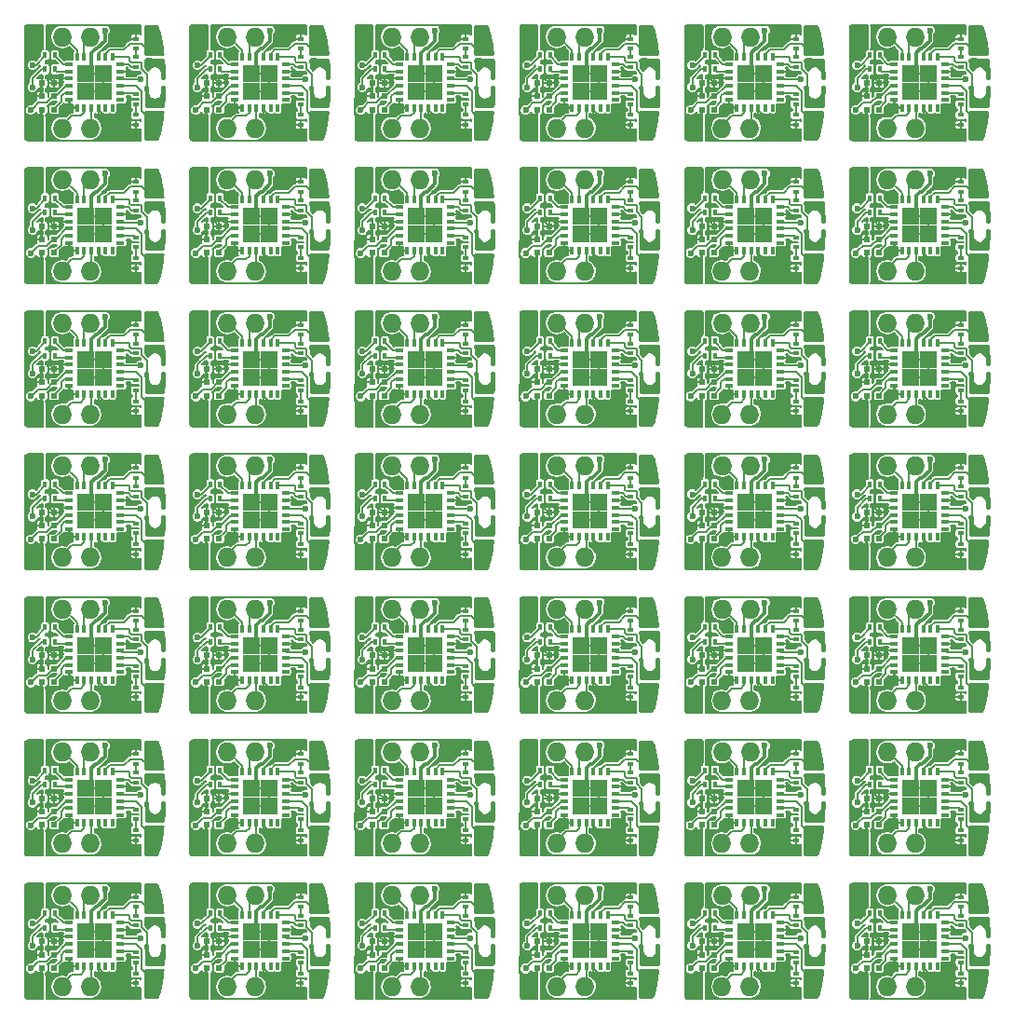
<source format=gbl>
%MOIN*%
%OFA0B0*%
%FSLAX46Y46*%
%IPPOS*%
%LPD*%
%ADD10C,0.0039370078740157488*%
%ADD11R,0.068X0.08*%
%ADD12O,0.068X0.068*%
%ADD13R,0.023622047244094488X0.015748031496062995*%
%ADD14R,0.023622047244094488X0.01968503937007874*%
%ADD15R,0.015748031496062995X0.023622047244094488*%
%ADD16R,0.029527559055118113X0.011811023622047244*%
%ADD17R,0.011811023622047244X0.029527559055118113*%
%ADD18R,0.062992125984251982X0.062992125984251982*%
%ADD19C,0.023622047244094488*%
%ADD20C,0.011811023622047244*%
%ADD21C,0.006000000000000001*%
%ADD22C,0.01*%
%ADD33C,0.0039370078740157488*%
%ADD34R,0.068X0.08*%
%ADD35O,0.068X0.068*%
%ADD36R,0.023622047244094488X0.015748031496062995*%
%ADD37R,0.023622047244094488X0.01968503937007874*%
%ADD38R,0.015748031496062995X0.023622047244094488*%
%ADD39R,0.029527559055118113X0.011811023622047244*%
%ADD40R,0.011811023622047244X0.029527559055118113*%
%ADD41R,0.062992125984251982X0.062992125984251982*%
%ADD42C,0.023622047244094488*%
%ADD43C,0.011811023622047244*%
%ADD44C,0.006000000000000001*%
%ADD45C,0.01*%
%ADD46C,0.0039370078740157488*%
%ADD47R,0.068X0.08*%
%ADD48O,0.068X0.068*%
%ADD49R,0.023622047244094488X0.015748031496062995*%
%ADD50R,0.023622047244094488X0.01968503937007874*%
%ADD51R,0.015748031496062995X0.023622047244094488*%
%ADD52R,0.029527559055118113X0.011811023622047244*%
%ADD53R,0.011811023622047244X0.029527559055118113*%
%ADD54R,0.062992125984251982X0.062992125984251982*%
%ADD55C,0.023622047244094488*%
%ADD56C,0.011811023622047244*%
%ADD57C,0.006000000000000001*%
%ADD58C,0.01*%
%ADD59C,0.0039370078740157488*%
%ADD60R,0.068X0.08*%
%ADD61O,0.068X0.068*%
%ADD62R,0.023622047244094488X0.015748031496062995*%
%ADD63R,0.023622047244094488X0.01968503937007874*%
%ADD64R,0.015748031496062995X0.023622047244094488*%
%ADD65R,0.029527559055118113X0.011811023622047244*%
%ADD66R,0.011811023622047244X0.029527559055118113*%
%ADD67R,0.062992125984251982X0.062992125984251982*%
%ADD68C,0.023622047244094488*%
%ADD69C,0.011811023622047244*%
%ADD70C,0.006000000000000001*%
%ADD71C,0.01*%
%ADD72C,0.0039370078740157488*%
%ADD73R,0.068X0.08*%
%ADD74O,0.068X0.068*%
%ADD75R,0.023622047244094488X0.015748031496062995*%
%ADD76R,0.023622047244094488X0.01968503937007874*%
%ADD77R,0.015748031496062995X0.023622047244094488*%
%ADD78R,0.029527559055118113X0.011811023622047244*%
%ADD79R,0.011811023622047244X0.029527559055118113*%
%ADD80R,0.062992125984251982X0.062992125984251982*%
%ADD81C,0.023622047244094488*%
%ADD82C,0.011811023622047244*%
%ADD83C,0.006000000000000001*%
%ADD84C,0.01*%
%ADD85C,0.0039370078740157488*%
%ADD86R,0.068X0.08*%
%ADD87O,0.068X0.068*%
%ADD88R,0.023622047244094488X0.015748031496062995*%
%ADD89R,0.023622047244094488X0.01968503937007874*%
%ADD90R,0.015748031496062995X0.023622047244094488*%
%ADD91R,0.029527559055118113X0.011811023622047244*%
%ADD92R,0.011811023622047244X0.029527559055118113*%
%ADD93R,0.062992125984251982X0.062992125984251982*%
%ADD94C,0.023622047244094488*%
%ADD95C,0.011811023622047244*%
%ADD96C,0.006000000000000001*%
%ADD97C,0.01*%
%ADD98C,0.0039370078740157488*%
%ADD99R,0.068X0.08*%
%ADD100O,0.068X0.068*%
%ADD101R,0.023622047244094488X0.015748031496062995*%
%ADD102R,0.023622047244094488X0.01968503937007874*%
%ADD103R,0.015748031496062995X0.023622047244094488*%
%ADD104R,0.029527559055118113X0.011811023622047244*%
%ADD105R,0.011811023622047244X0.029527559055118113*%
%ADD106R,0.062992125984251982X0.062992125984251982*%
%ADD107C,0.023622047244094488*%
%ADD108C,0.011811023622047244*%
%ADD109C,0.006000000000000001*%
%ADD110C,0.01*%
%ADD111C,0.0039370078740157488*%
%ADD112R,0.068X0.08*%
%ADD113O,0.068X0.068*%
%ADD114R,0.023622047244094488X0.015748031496062995*%
%ADD115R,0.023622047244094488X0.01968503937007874*%
%ADD116R,0.015748031496062995X0.023622047244094488*%
%ADD117R,0.029527559055118113X0.011811023622047244*%
%ADD118R,0.011811023622047244X0.029527559055118113*%
%ADD119R,0.062992125984251982X0.062992125984251982*%
%ADD120C,0.023622047244094488*%
%ADD121C,0.011811023622047244*%
%ADD122C,0.006000000000000001*%
%ADD123C,0.01*%
%ADD124C,0.0039370078740157488*%
%ADD125R,0.068X0.08*%
%ADD126O,0.068X0.068*%
%ADD127R,0.023622047244094488X0.015748031496062995*%
%ADD128R,0.023622047244094488X0.01968503937007874*%
%ADD129R,0.015748031496062995X0.023622047244094488*%
%ADD130R,0.029527559055118113X0.011811023622047244*%
%ADD131R,0.011811023622047244X0.029527559055118113*%
%ADD132R,0.062992125984251982X0.062992125984251982*%
%ADD133C,0.023622047244094488*%
%ADD134C,0.011811023622047244*%
%ADD135C,0.006000000000000001*%
%ADD136C,0.01*%
%ADD137C,0.0039370078740157488*%
%ADD138R,0.068X0.08*%
%ADD139O,0.068X0.068*%
%ADD140R,0.023622047244094488X0.015748031496062995*%
%ADD141R,0.023622047244094488X0.01968503937007874*%
%ADD142R,0.015748031496062995X0.023622047244094488*%
%ADD143R,0.029527559055118113X0.011811023622047244*%
%ADD144R,0.011811023622047244X0.029527559055118113*%
%ADD145R,0.062992125984251982X0.062992125984251982*%
%ADD146C,0.023622047244094488*%
%ADD147C,0.011811023622047244*%
%ADD148C,0.006000000000000001*%
%ADD149C,0.01*%
%ADD150C,0.0039370078740157488*%
%ADD151R,0.068X0.08*%
%ADD152O,0.068X0.068*%
%ADD153R,0.023622047244094488X0.015748031496062995*%
%ADD154R,0.023622047244094488X0.01968503937007874*%
%ADD155R,0.015748031496062995X0.023622047244094488*%
%ADD156R,0.029527559055118113X0.011811023622047244*%
%ADD157R,0.011811023622047244X0.029527559055118113*%
%ADD158R,0.062992125984251982X0.062992125984251982*%
%ADD159C,0.023622047244094488*%
%ADD160C,0.011811023622047244*%
%ADD161C,0.006000000000000001*%
%ADD162C,0.01*%
%ADD163C,0.0039370078740157488*%
%ADD164R,0.068X0.08*%
%ADD165O,0.068X0.068*%
%ADD166R,0.023622047244094488X0.015748031496062995*%
%ADD167R,0.023622047244094488X0.01968503937007874*%
%ADD168R,0.015748031496062995X0.023622047244094488*%
%ADD169R,0.029527559055118113X0.011811023622047244*%
%ADD170R,0.011811023622047244X0.029527559055118113*%
%ADD171R,0.062992125984251982X0.062992125984251982*%
%ADD172C,0.023622047244094488*%
%ADD173C,0.011811023622047244*%
%ADD174C,0.006000000000000001*%
%ADD175C,0.01*%
%ADD176C,0.0039370078740157488*%
%ADD177R,0.068X0.08*%
%ADD178O,0.068X0.068*%
%ADD179R,0.023622047244094488X0.015748031496062995*%
%ADD180R,0.023622047244094488X0.01968503937007874*%
%ADD181R,0.015748031496062995X0.023622047244094488*%
%ADD182R,0.029527559055118113X0.011811023622047244*%
%ADD183R,0.011811023622047244X0.029527559055118113*%
%ADD184R,0.062992125984251982X0.062992125984251982*%
%ADD185C,0.023622047244094488*%
%ADD186C,0.011811023622047244*%
%ADD187C,0.006000000000000001*%
%ADD188C,0.01*%
%ADD189C,0.0039370078740157488*%
%ADD190R,0.068X0.08*%
%ADD191O,0.068X0.068*%
%ADD192R,0.023622047244094488X0.015748031496062995*%
%ADD193R,0.023622047244094488X0.01968503937007874*%
%ADD194R,0.015748031496062995X0.023622047244094488*%
%ADD195R,0.029527559055118113X0.011811023622047244*%
%ADD196R,0.011811023622047244X0.029527559055118113*%
%ADD197R,0.062992125984251982X0.062992125984251982*%
%ADD198C,0.023622047244094488*%
%ADD199C,0.011811023622047244*%
%ADD200C,0.006000000000000001*%
%ADD201C,0.01*%
%ADD202C,0.0039370078740157488*%
%ADD203R,0.068X0.08*%
%ADD204O,0.068X0.068*%
%ADD205R,0.023622047244094488X0.015748031496062995*%
%ADD206R,0.023622047244094488X0.01968503937007874*%
%ADD207R,0.015748031496062995X0.023622047244094488*%
%ADD208R,0.029527559055118113X0.011811023622047244*%
%ADD209R,0.011811023622047244X0.029527559055118113*%
%ADD210R,0.062992125984251982X0.062992125984251982*%
%ADD211C,0.023622047244094488*%
%ADD212C,0.011811023622047244*%
%ADD213C,0.006000000000000001*%
%ADD214C,0.01*%
%ADD215C,0.0039370078740157488*%
%ADD216R,0.068X0.08*%
%ADD217O,0.068X0.068*%
%ADD218R,0.023622047244094488X0.015748031496062995*%
%ADD219R,0.023622047244094488X0.01968503937007874*%
%ADD220R,0.015748031496062995X0.023622047244094488*%
%ADD221R,0.029527559055118113X0.011811023622047244*%
%ADD222R,0.011811023622047244X0.029527559055118113*%
%ADD223R,0.062992125984251982X0.062992125984251982*%
%ADD224C,0.023622047244094488*%
%ADD225C,0.011811023622047244*%
%ADD226C,0.006000000000000001*%
%ADD227C,0.01*%
%ADD228C,0.0039370078740157488*%
%ADD229R,0.068X0.08*%
%ADD230O,0.068X0.068*%
%ADD231R,0.023622047244094488X0.015748031496062995*%
%ADD232R,0.023622047244094488X0.01968503937007874*%
%ADD233R,0.015748031496062995X0.023622047244094488*%
%ADD234R,0.029527559055118113X0.011811023622047244*%
%ADD235R,0.011811023622047244X0.029527559055118113*%
%ADD236R,0.062992125984251982X0.062992125984251982*%
%ADD237C,0.023622047244094488*%
%ADD238C,0.011811023622047244*%
%ADD239C,0.006000000000000001*%
%ADD240C,0.01*%
%ADD241C,0.0039370078740157488*%
%ADD242R,0.068X0.08*%
%ADD243O,0.068X0.068*%
%ADD244R,0.023622047244094488X0.015748031496062995*%
%ADD245R,0.023622047244094488X0.01968503937007874*%
%ADD246R,0.015748031496062995X0.023622047244094488*%
%ADD247R,0.029527559055118113X0.011811023622047244*%
%ADD248R,0.011811023622047244X0.029527559055118113*%
%ADD249R,0.062992125984251982X0.062992125984251982*%
%ADD250C,0.023622047244094488*%
%ADD251C,0.011811023622047244*%
%ADD252C,0.006000000000000001*%
%ADD253C,0.01*%
%ADD254C,0.0039370078740157488*%
%ADD255R,0.068X0.08*%
%ADD256O,0.068X0.068*%
%ADD257R,0.023622047244094488X0.015748031496062995*%
%ADD258R,0.023622047244094488X0.01968503937007874*%
%ADD259R,0.015748031496062995X0.023622047244094488*%
%ADD260R,0.029527559055118113X0.011811023622047244*%
%ADD261R,0.011811023622047244X0.029527559055118113*%
%ADD262R,0.062992125984251982X0.062992125984251982*%
%ADD263C,0.023622047244094488*%
%ADD264C,0.011811023622047244*%
%ADD265C,0.006000000000000001*%
%ADD266C,0.01*%
%ADD267C,0.0039370078740157488*%
%ADD268R,0.068X0.08*%
%ADD269O,0.068X0.068*%
%ADD270R,0.023622047244094488X0.015748031496062995*%
%ADD271R,0.023622047244094488X0.01968503937007874*%
%ADD272R,0.015748031496062995X0.023622047244094488*%
%ADD273R,0.029527559055118113X0.011811023622047244*%
%ADD274R,0.011811023622047244X0.029527559055118113*%
%ADD275R,0.062992125984251982X0.062992125984251982*%
%ADD276C,0.023622047244094488*%
%ADD277C,0.011811023622047244*%
%ADD278C,0.006000000000000001*%
%ADD279C,0.01*%
%ADD280C,0.0039370078740157488*%
%ADD281R,0.068X0.08*%
%ADD282O,0.068X0.068*%
%ADD283R,0.023622047244094488X0.015748031496062995*%
%ADD284R,0.023622047244094488X0.01968503937007874*%
%ADD285R,0.015748031496062995X0.023622047244094488*%
%ADD286R,0.029527559055118113X0.011811023622047244*%
%ADD287R,0.011811023622047244X0.029527559055118113*%
%ADD288R,0.062992125984251982X0.062992125984251982*%
%ADD289C,0.023622047244094488*%
%ADD290C,0.011811023622047244*%
%ADD291C,0.006000000000000001*%
%ADD292C,0.01*%
%ADD293C,0.0039370078740157488*%
%ADD294R,0.068X0.08*%
%ADD295O,0.068X0.068*%
%ADD296R,0.023622047244094488X0.015748031496062995*%
%ADD297R,0.023622047244094488X0.01968503937007874*%
%ADD298R,0.015748031496062995X0.023622047244094488*%
%ADD299R,0.029527559055118113X0.011811023622047244*%
%ADD300R,0.011811023622047244X0.029527559055118113*%
%ADD301R,0.062992125984251982X0.062992125984251982*%
%ADD302C,0.023622047244094488*%
%ADD303C,0.011811023622047244*%
%ADD304C,0.006000000000000001*%
%ADD305C,0.01*%
%ADD306C,0.0039370078740157488*%
%ADD307R,0.068X0.08*%
%ADD308O,0.068X0.068*%
%ADD309R,0.023622047244094488X0.015748031496062995*%
%ADD310R,0.023622047244094488X0.01968503937007874*%
%ADD311R,0.015748031496062995X0.023622047244094488*%
%ADD312R,0.029527559055118113X0.011811023622047244*%
%ADD313R,0.011811023622047244X0.029527559055118113*%
%ADD314R,0.062992125984251982X0.062992125984251982*%
%ADD315C,0.023622047244094488*%
%ADD316C,0.011811023622047244*%
%ADD317C,0.006000000000000001*%
%ADD318C,0.01*%
%ADD319C,0.0039370078740157488*%
%ADD320R,0.068X0.08*%
%ADD321O,0.068X0.068*%
%ADD322R,0.023622047244094488X0.015748031496062995*%
%ADD323R,0.023622047244094488X0.01968503937007874*%
%ADD324R,0.015748031496062995X0.023622047244094488*%
%ADD325R,0.029527559055118113X0.011811023622047244*%
%ADD326R,0.011811023622047244X0.029527559055118113*%
%ADD327R,0.062992125984251982X0.062992125984251982*%
%ADD328C,0.023622047244094488*%
%ADD329C,0.011811023622047244*%
%ADD330C,0.006000000000000001*%
%ADD331C,0.01*%
%ADD332C,0.0039370078740157488*%
%ADD333R,0.068X0.08*%
%ADD334O,0.068X0.068*%
%ADD335R,0.023622047244094488X0.015748031496062995*%
%ADD336R,0.023622047244094488X0.01968503937007874*%
%ADD337R,0.015748031496062995X0.023622047244094488*%
%ADD338R,0.029527559055118113X0.011811023622047244*%
%ADD339R,0.011811023622047244X0.029527559055118113*%
%ADD340R,0.062992125984251982X0.062992125984251982*%
%ADD341C,0.023622047244094488*%
%ADD342C,0.011811023622047244*%
%ADD343C,0.006000000000000001*%
%ADD344C,0.01*%
%ADD345C,0.0039370078740157488*%
%ADD346R,0.068X0.08*%
%ADD347O,0.068X0.068*%
%ADD348R,0.023622047244094488X0.015748031496062995*%
%ADD349R,0.023622047244094488X0.01968503937007874*%
%ADD350R,0.015748031496062995X0.023622047244094488*%
%ADD351R,0.029527559055118113X0.011811023622047244*%
%ADD352R,0.011811023622047244X0.029527559055118113*%
%ADD353R,0.062992125984251982X0.062992125984251982*%
%ADD354C,0.023622047244094488*%
%ADD355C,0.011811023622047244*%
%ADD356C,0.006000000000000001*%
%ADD357C,0.01*%
%ADD358C,0.0039370078740157488*%
%ADD359R,0.068X0.08*%
%ADD360O,0.068X0.068*%
%ADD361R,0.023622047244094488X0.015748031496062995*%
%ADD362R,0.023622047244094488X0.01968503937007874*%
%ADD363R,0.015748031496062995X0.023622047244094488*%
%ADD364R,0.029527559055118113X0.011811023622047244*%
%ADD365R,0.011811023622047244X0.029527559055118113*%
%ADD366R,0.062992125984251982X0.062992125984251982*%
%ADD367C,0.023622047244094488*%
%ADD368C,0.011811023622047244*%
%ADD369C,0.006000000000000001*%
%ADD370C,0.01*%
%ADD371C,0.0039370078740157488*%
%ADD372R,0.068X0.08*%
%ADD373O,0.068X0.068*%
%ADD374R,0.023622047244094488X0.015748031496062995*%
%ADD375R,0.023622047244094488X0.01968503937007874*%
%ADD376R,0.015748031496062995X0.023622047244094488*%
%ADD377R,0.029527559055118113X0.011811023622047244*%
%ADD378R,0.011811023622047244X0.029527559055118113*%
%ADD379R,0.062992125984251982X0.062992125984251982*%
%ADD380C,0.023622047244094488*%
%ADD381C,0.011811023622047244*%
%ADD382C,0.006000000000000001*%
%ADD383C,0.01*%
%ADD384C,0.0039370078740157488*%
%ADD385R,0.068X0.08*%
%ADD386O,0.068X0.068*%
%ADD387R,0.023622047244094488X0.015748031496062995*%
%ADD388R,0.023622047244094488X0.01968503937007874*%
%ADD389R,0.015748031496062995X0.023622047244094488*%
%ADD390R,0.029527559055118113X0.011811023622047244*%
%ADD391R,0.011811023622047244X0.029527559055118113*%
%ADD392R,0.062992125984251982X0.062992125984251982*%
%ADD393C,0.023622047244094488*%
%ADD394C,0.011811023622047244*%
%ADD395C,0.006000000000000001*%
%ADD396C,0.01*%
%ADD397C,0.0039370078740157488*%
%ADD398R,0.068X0.08*%
%ADD399O,0.068X0.068*%
%ADD400R,0.023622047244094488X0.015748031496062995*%
%ADD401R,0.023622047244094488X0.01968503937007874*%
%ADD402R,0.015748031496062995X0.023622047244094488*%
%ADD403R,0.029527559055118113X0.011811023622047244*%
%ADD404R,0.011811023622047244X0.029527559055118113*%
%ADD405R,0.062992125984251982X0.062992125984251982*%
%ADD406C,0.023622047244094488*%
%ADD407C,0.011811023622047244*%
%ADD408C,0.006000000000000001*%
%ADD409C,0.01*%
%ADD410C,0.0039370078740157488*%
%ADD411R,0.068X0.08*%
%ADD412O,0.068X0.068*%
%ADD413R,0.023622047244094488X0.015748031496062995*%
%ADD414R,0.023622047244094488X0.01968503937007874*%
%ADD415R,0.015748031496062995X0.023622047244094488*%
%ADD416R,0.029527559055118113X0.011811023622047244*%
%ADD417R,0.011811023622047244X0.029527559055118113*%
%ADD418R,0.062992125984251982X0.062992125984251982*%
%ADD419C,0.023622047244094488*%
%ADD420C,0.011811023622047244*%
%ADD421C,0.006000000000000001*%
%ADD422C,0.01*%
%ADD423C,0.0039370078740157488*%
%ADD424R,0.068X0.08*%
%ADD425O,0.068X0.068*%
%ADD426R,0.023622047244094488X0.015748031496062995*%
%ADD427R,0.023622047244094488X0.01968503937007874*%
%ADD428R,0.015748031496062995X0.023622047244094488*%
%ADD429R,0.029527559055118113X0.011811023622047244*%
%ADD430R,0.011811023622047244X0.029527559055118113*%
%ADD431R,0.062992125984251982X0.062992125984251982*%
%ADD432C,0.023622047244094488*%
%ADD433C,0.011811023622047244*%
%ADD434C,0.006000000000000001*%
%ADD435C,0.01*%
%ADD436C,0.0039370078740157488*%
%ADD437R,0.068X0.08*%
%ADD438O,0.068X0.068*%
%ADD439R,0.023622047244094488X0.015748031496062995*%
%ADD440R,0.023622047244094488X0.01968503937007874*%
%ADD441R,0.015748031496062995X0.023622047244094488*%
%ADD442R,0.029527559055118113X0.011811023622047244*%
%ADD443R,0.011811023622047244X0.029527559055118113*%
%ADD444R,0.062992125984251982X0.062992125984251982*%
%ADD445C,0.023622047244094488*%
%ADD446C,0.011811023622047244*%
%ADD447C,0.006000000000000001*%
%ADD448C,0.01*%
%ADD449C,0.0039370078740157488*%
%ADD450R,0.068X0.08*%
%ADD451O,0.068X0.068*%
%ADD452R,0.023622047244094488X0.015748031496062995*%
%ADD453R,0.023622047244094488X0.01968503937007874*%
%ADD454R,0.015748031496062995X0.023622047244094488*%
%ADD455R,0.029527559055118113X0.011811023622047244*%
%ADD456R,0.011811023622047244X0.029527559055118113*%
%ADD457R,0.062992125984251982X0.062992125984251982*%
%ADD458C,0.023622047244094488*%
%ADD459C,0.011811023622047244*%
%ADD460C,0.006000000000000001*%
%ADD461C,0.01*%
%ADD462C,0.0039370078740157488*%
%ADD463R,0.068X0.08*%
%ADD464O,0.068X0.068*%
%ADD465R,0.023622047244094488X0.015748031496062995*%
%ADD466R,0.023622047244094488X0.01968503937007874*%
%ADD467R,0.015748031496062995X0.023622047244094488*%
%ADD468R,0.029527559055118113X0.011811023622047244*%
%ADD469R,0.011811023622047244X0.029527559055118113*%
%ADD470R,0.062992125984251982X0.062992125984251982*%
%ADD471C,0.023622047244094488*%
%ADD472C,0.011811023622047244*%
%ADD473C,0.006000000000000001*%
%ADD474C,0.01*%
%ADD475C,0.0039370078740157488*%
%ADD476R,0.068X0.08*%
%ADD477O,0.068X0.068*%
%ADD478R,0.023622047244094488X0.015748031496062995*%
%ADD479R,0.023622047244094488X0.01968503937007874*%
%ADD480R,0.015748031496062995X0.023622047244094488*%
%ADD481R,0.029527559055118113X0.011811023622047244*%
%ADD482R,0.011811023622047244X0.029527559055118113*%
%ADD483R,0.062992125984251982X0.062992125984251982*%
%ADD484C,0.023622047244094488*%
%ADD485C,0.011811023622047244*%
%ADD486C,0.006000000000000001*%
%ADD487C,0.01*%
%ADD488C,0.0039370078740157488*%
%ADD489R,0.068X0.08*%
%ADD490O,0.068X0.068*%
%ADD491R,0.023622047244094488X0.015748031496062995*%
%ADD492R,0.023622047244094488X0.01968503937007874*%
%ADD493R,0.015748031496062995X0.023622047244094488*%
%ADD494R,0.029527559055118113X0.011811023622047244*%
%ADD495R,0.011811023622047244X0.029527559055118113*%
%ADD496R,0.062992125984251982X0.062992125984251982*%
%ADD497C,0.023622047244094488*%
%ADD498C,0.011811023622047244*%
%ADD499C,0.006000000000000001*%
%ADD500C,0.01*%
%ADD501C,0.0039370078740157488*%
%ADD502R,0.068X0.08*%
%ADD503O,0.068X0.068*%
%ADD504R,0.023622047244094488X0.015748031496062995*%
%ADD505R,0.023622047244094488X0.01968503937007874*%
%ADD506R,0.015748031496062995X0.023622047244094488*%
%ADD507R,0.029527559055118113X0.011811023622047244*%
%ADD508R,0.011811023622047244X0.029527559055118113*%
%ADD509R,0.062992125984251982X0.062992125984251982*%
%ADD510C,0.023622047244094488*%
%ADD511C,0.011811023622047244*%
%ADD512C,0.006000000000000001*%
%ADD513C,0.01*%
%ADD514C,0.0039370078740157488*%
%ADD515R,0.068X0.08*%
%ADD516O,0.068X0.068*%
%ADD517R,0.023622047244094488X0.015748031496062995*%
%ADD518R,0.023622047244094488X0.01968503937007874*%
%ADD519R,0.015748031496062995X0.023622047244094488*%
%ADD520R,0.029527559055118113X0.011811023622047244*%
%ADD521R,0.011811023622047244X0.029527559055118113*%
%ADD522R,0.062992125984251982X0.062992125984251982*%
%ADD523C,0.023622047244094488*%
%ADD524C,0.011811023622047244*%
%ADD525C,0.006000000000000001*%
%ADD526C,0.01*%
%ADD527C,0.0039370078740157488*%
%ADD528R,0.068X0.08*%
%ADD529O,0.068X0.068*%
%ADD530R,0.023622047244094488X0.015748031496062995*%
%ADD531R,0.023622047244094488X0.01968503937007874*%
%ADD532R,0.015748031496062995X0.023622047244094488*%
%ADD533R,0.029527559055118113X0.011811023622047244*%
%ADD534R,0.011811023622047244X0.029527559055118113*%
%ADD535R,0.062992125984251982X0.062992125984251982*%
%ADD536C,0.023622047244094488*%
%ADD537C,0.011811023622047244*%
%ADD538C,0.006000000000000001*%
%ADD539C,0.01*%
%ADD540C,0.0039370078740157488*%
%ADD541R,0.068X0.08*%
%ADD542O,0.068X0.068*%
%ADD543R,0.023622047244094488X0.015748031496062995*%
%ADD544R,0.023622047244094488X0.01968503937007874*%
%ADD545R,0.015748031496062995X0.023622047244094488*%
%ADD546R,0.029527559055118113X0.011811023622047244*%
%ADD547R,0.011811023622047244X0.029527559055118113*%
%ADD548R,0.062992125984251982X0.062992125984251982*%
%ADD549C,0.023622047244094488*%
%ADD550C,0.011811023622047244*%
%ADD551C,0.006000000000000001*%
%ADD552C,0.01*%
%ADD553C,0.0039370078740157488*%
%ADD554R,0.068X0.08*%
%ADD555O,0.068X0.068*%
%ADD556R,0.023622047244094488X0.015748031496062995*%
%ADD557R,0.023622047244094488X0.01968503937007874*%
%ADD558R,0.015748031496062995X0.023622047244094488*%
%ADD559R,0.029527559055118113X0.011811023622047244*%
%ADD560R,0.011811023622047244X0.029527559055118113*%
%ADD561R,0.062992125984251982X0.062992125984251982*%
%ADD562C,0.023622047244094488*%
%ADD563C,0.011811023622047244*%
%ADD564C,0.006000000000000001*%
%ADD565C,0.01*%
G01G01*
D10*
D11*
X0000000000Y0000433070D02*
X0000041732Y0000053149D03*
D12*
X0000141732Y0000053149D03*
X0000241732Y0000053149D03*
X0000341732Y0000053149D03*
D13*
X0000405511Y0000139763D03*
X0000405511Y0000175196D03*
X0000405511Y0000338188D03*
X0000405511Y0000373622D03*
D14*
X0000069881Y0000120078D03*
X0000113188Y0000120078D03*
X0000113188Y0000214566D03*
X0000069881Y0000214566D03*
X0000113188Y0000167322D03*
X0000069881Y0000167322D03*
D13*
X0000405511Y0000100393D03*
X0000405511Y0000064960D03*
X0000405511Y0000271653D03*
X0000405511Y0000307086D03*
D15*
X0000080708Y0000263779D03*
X0000116141Y0000263779D03*
X0000080708Y0000314960D03*
X0000116141Y0000314960D03*
D11*
X0000042125Y0000379921D03*
D12*
X0000142125Y0000379921D03*
X0000242125Y0000379921D03*
X0000342125Y0000379921D03*
D16*
X0000350393Y0000282480D03*
X0000350393Y0000256889D03*
X0000350393Y0000231299D03*
X0000350393Y0000205708D03*
X0000350393Y0000180118D03*
X0000350393Y0000154527D03*
D17*
X0000322834Y0000126968D03*
X0000297244Y0000126968D03*
X0000271653Y0000126968D03*
X0000246062Y0000126968D03*
X0000220472Y0000126968D03*
X0000194881Y0000126968D03*
D16*
X0000167322Y0000154527D03*
X0000167322Y0000180118D03*
X0000167322Y0000205708D03*
X0000167322Y0000231299D03*
X0000167322Y0000256889D03*
X0000167322Y0000282480D03*
D17*
X0000194881Y0000310039D03*
X0000220472Y0000310039D03*
X0000246062Y0000310039D03*
X0000271653Y0000310039D03*
X0000297244Y0000310039D03*
X0000322834Y0000310039D03*
D18*
X0000227362Y0000187007D03*
X0000227362Y0000250000D03*
X0000290354Y0000187007D03*
X0000290354Y0000250000D03*
D13*
X0000452755Y0000332677D03*
X0000452755Y0000297244D03*
X0000452755Y0000145669D03*
X0000452755Y0000110236D03*
D19*
X0000294881Y0000402755D03*
X0000029527Y0000314960D03*
X0000403937Y0000023228D03*
X0000405511Y0000405118D03*
X0000383464Y0000248425D03*
X0000029527Y0000118110D03*
X0000035433Y0000278543D03*
X0000035433Y0000199803D03*
X0000422440Y0000227559D03*
X0000452755Y0000283858D03*
X0000444881Y0000098425D03*
X0000444881Y0000336614D03*
X0000452755Y0000148425D03*
D20*
X0000294881Y0000402755D02*
X0000294881Y0000365748D01*
X0000294881Y0000365748D02*
X0000267322Y0000338188D01*
X0000267322Y0000338188D02*
X0000261417Y0000338188D01*
X0000261417Y0000338188D02*
X0000246062Y0000322834D01*
X0000246062Y0000322834D02*
X0000246062Y0000310039D01*
X0000246062Y0000310039D02*
X0000246062Y0000268700D01*
D21*
X0000246062Y0000268700D02*
X0000227362Y0000250000D01*
X0000066929Y0000214566D02*
X0000066929Y0000167322D01*
X0000066929Y0000167322D02*
X0000015748Y0000167322D01*
X0000015748Y0000167322D02*
X0000008661Y0000160236D01*
X0000008661Y0000160236D02*
X0000008661Y0000103543D01*
X0000008661Y0000103543D02*
X0000015748Y0000096456D01*
X0000015748Y0000096456D02*
X0000015748Y0000019685D01*
X0000010236Y0000161417D02*
X0000011811Y0000162992D01*
X0000011811Y0000162992D02*
X0000011811Y0000297243D01*
X0000011811Y0000297243D02*
X0000017716Y0000303149D01*
X0000017716Y0000303149D02*
X0000029527Y0000314960D01*
X0000290354Y0000187007D02*
X0000227362Y0000187007D01*
X0000290354Y0000250000D02*
X0000290354Y0000187007D01*
X0000227362Y0000250000D02*
X0000290354Y0000250000D01*
X0000245275Y0000267913D02*
X0000227362Y0000250000D01*
X0000037795Y0000053149D02*
X0000037795Y0000059149D01*
X0000066929Y0000120078D02*
X0000066929Y0000072440D01*
X0000066929Y0000072440D02*
X0000037795Y0000043307D01*
X0000113188Y0000214566D02*
X0000098818Y0000228937D01*
X0000098818Y0000228937D02*
X0000098818Y0000353937D01*
X0000098818Y0000353937D02*
X0000085433Y0000367322D01*
X0000385433Y0000423228D02*
X0000342125Y0000379921D01*
X0000085433Y0000367322D02*
X0000085433Y0000423622D01*
X0000085433Y0000423622D02*
X0000423622Y0000423622D01*
X0000423622Y0000423622D02*
X0000424015Y0000423228D01*
X0000424015Y0000423228D02*
X0000385433Y0000423228D01*
X0000341732Y0000053149D02*
X0000384645Y0000010236D01*
X0000396456Y0000010236D02*
X0000396062Y0000009842D01*
X0000384645Y0000010236D02*
X0000396456Y0000010236D01*
X0000396062Y0000009842D02*
X0000084251Y0000009842D01*
X0000093307Y0000073228D02*
X0000118110Y0000098031D01*
X0000118110Y0000098031D02*
X0000151574Y0000098031D01*
X0000168110Y0000114566D02*
X0000168110Y0000127165D01*
X0000084251Y0000009842D02*
X0000093307Y0000018897D01*
X0000093307Y0000018897D02*
X0000093307Y0000073228D01*
X0000151574Y0000098031D02*
X0000168110Y0000114566D01*
X0000271653Y0000310039D02*
X0000271653Y0000320866D01*
X0000271653Y0000320866D02*
X0000330708Y0000379921D01*
X0000330708Y0000379921D02*
X0000342125Y0000379921D01*
X0000403937Y0000023228D02*
X0000395669Y0000031496D01*
X0000395669Y0000031496D02*
X0000358267Y0000031496D01*
X0000358267Y0000031496D02*
X0000271653Y0000118110D01*
X0000403937Y0000023228D02*
X0000405511Y0000024803D01*
X0000405511Y0000024803D02*
X0000405511Y0000064960D01*
X0000405511Y0000405118D02*
X0000367322Y0000405118D01*
X0000367322Y0000405118D02*
X0000342125Y0000379921D01*
X0000168110Y0000127165D02*
X0000168110Y0000153740D01*
X0000168110Y0000153740D02*
X0000167322Y0000154527D01*
X0000194685Y0000127165D02*
X0000194881Y0000126968D01*
X0000168110Y0000127165D02*
X0000194685Y0000127165D01*
X0000144685Y0000231299D02*
X0000167322Y0000231299D01*
X0000350393Y0000256889D02*
X0000375000Y0000256889D01*
X0000375000Y0000256889D02*
X0000383464Y0000248425D01*
X0000110236Y0000214566D02*
X0000127952Y0000214566D01*
X0000127952Y0000214566D02*
X0000144685Y0000231299D01*
X0000271653Y0000122110D02*
X0000271653Y0000126968D01*
X0000167322Y0000205708D02*
X0000156496Y0000205708D01*
X0000156496Y0000205708D02*
X0000118110Y0000167322D01*
X0000118110Y0000167322D02*
X0000110236Y0000167322D01*
X0000041338Y0000129921D02*
X0000029527Y0000118110D01*
X0000084645Y0000143700D02*
X0000055118Y0000143700D01*
X0000108267Y0000167322D02*
X0000084645Y0000143700D01*
X0000110236Y0000167322D02*
X0000108267Y0000167322D01*
X0000055118Y0000143700D02*
X0000041338Y0000129921D01*
X0000114173Y0000161417D02*
X0000112204Y0000161417D01*
X0000405511Y0000338188D02*
X0000405511Y0000307086D01*
X0000405511Y0000139763D02*
X0000405511Y0000100393D01*
X0000220472Y0000310039D02*
X0000220472Y0000365157D01*
X0000220472Y0000365157D02*
X0000239173Y0000383858D01*
X0000139173Y0000383858D02*
X0000143700Y0000383858D01*
X0000143700Y0000383858D02*
X0000194881Y0000332677D01*
X0000194881Y0000332677D02*
X0000194881Y0000328803D01*
X0000194881Y0000328803D02*
X0000194881Y0000310039D01*
X0000048228Y0000278543D02*
X0000035433Y0000278543D01*
X0000080708Y0000311023D02*
X0000048228Y0000278543D01*
X0000080708Y0000314960D02*
X0000080708Y0000311023D01*
X0000080708Y0000263779D02*
X0000067913Y0000263779D01*
X0000067913Y0000263779D02*
X0000035433Y0000231299D01*
X0000035433Y0000231299D02*
X0000035433Y0000199803D01*
X0000035433Y0000231377D02*
X0000035433Y0000199803D01*
X0000167322Y0000180118D02*
X0000150590Y0000180118D01*
X0000150590Y0000180118D02*
X0000137795Y0000167322D01*
X0000137795Y0000167322D02*
X0000137795Y0000147637D01*
X0000137795Y0000147637D02*
X0000110236Y0000120078D01*
X0000388582Y0000271653D02*
X0000377755Y0000282480D01*
X0000377755Y0000282480D02*
X0000350393Y0000282480D01*
X0000405511Y0000271653D02*
X0000388582Y0000271653D01*
X0000359251Y0000282480D02*
X0000350393Y0000282480D01*
X0000350393Y0000180118D02*
X0000400590Y0000180118D01*
X0000400590Y0000180118D02*
X0000405511Y0000175196D01*
X0000167322Y0000282480D02*
X0000144685Y0000282480D01*
X0000144685Y0000282480D02*
X0000116141Y0000311023D01*
X0000116141Y0000311023D02*
X0000116141Y0000314960D01*
X0000167322Y0000282480D02*
X0000154527Y0000282480D01*
X0000167322Y0000256889D02*
X0000123031Y0000256889D01*
X0000123031Y0000256889D02*
X0000116141Y0000263779D01*
X0000422440Y0000227559D02*
X0000422358Y0000227476D01*
X0000422358Y0000227476D02*
X0000355200Y0000227476D01*
X0000355200Y0000227476D02*
X0000350393Y0000232283D01*
X0000452755Y0000283858D02*
X0000452755Y0000295275D01*
X0000350393Y0000205708D02*
X0000407480Y0000205708D01*
X0000407480Y0000205708D02*
X0000427165Y0000186023D01*
X0000427165Y0000186023D02*
X0000427165Y0000116141D01*
X0000427165Y0000116141D02*
X0000433070Y0000110236D01*
X0000433070Y0000110236D02*
X0000444881Y0000098425D01*
X0000462598Y0000098425D02*
X0000461585Y0000098425D01*
X0000461585Y0000098425D02*
X0000444881Y0000098425D01*
X0000472440Y0000108267D02*
X0000462598Y0000098425D01*
X0000297244Y0000310039D02*
X0000297244Y0000318897D01*
X0000297244Y0000318897D02*
X0000312598Y0000334251D01*
X0000312598Y0000334251D02*
X0000362795Y0000334251D01*
X0000362795Y0000334251D02*
X0000384448Y0000355905D01*
X0000384448Y0000355905D02*
X0000425590Y0000355905D01*
X0000425590Y0000355905D02*
X0000444881Y0000336614D01*
X0000437992Y0000342519D02*
X0000443897Y0000336614D01*
X0000443897Y0000336614D02*
X0000444881Y0000336614D01*
X0000449803Y0000331692D02*
X0000444881Y0000336614D01*
X0000458632Y0000331692D02*
X0000449803Y0000331692D01*
X0000478346Y0000334645D02*
X0000475393Y0000331692D01*
X0000475393Y0000331692D02*
X0000458632Y0000331692D01*
X0000478346Y0000330708D02*
X0000477362Y0000331692D01*
X0000477362Y0000331692D02*
X0000458632Y0000331692D01*
X0000380905Y0000310039D02*
X0000322834Y0000310039D01*
X0000452755Y0000148425D02*
X0000445669Y0000155511D01*
X0000445669Y0000155511D02*
X0000445669Y0000246850D01*
X0000445669Y0000246850D02*
X0000426377Y0000266141D01*
X0000426377Y0000266141D02*
X0000426377Y0000285826D01*
X0000426377Y0000285826D02*
X0000422834Y0000289370D01*
X0000422834Y0000289370D02*
X0000389763Y0000289370D01*
X0000389763Y0000289370D02*
X0000383858Y0000295275D01*
X0000383858Y0000295275D02*
X0000383858Y0000307086D01*
X0000383858Y0000307086D02*
X0000380905Y0000310039D01*
X0000452755Y0000148425D02*
X0000453543Y0000147637D01*
X0000453543Y0000147637D02*
X0000474409Y0000147637D01*
X0000474409Y0000147637D02*
X0000478346Y0000143700D01*
X0000220472Y0000126968D02*
X0000220472Y0000108204D01*
X0000220472Y0000108204D02*
X0000209417Y0000097149D01*
X0000209417Y0000097149D02*
X0000175795Y0000097149D01*
X0000175795Y0000097149D02*
X0000137795Y0000059149D01*
X0000137795Y0000059149D02*
X0000137795Y0000053149D01*
X0000137795Y0000047149D02*
X0000137795Y0000053149D01*
X0000137795Y0000049307D02*
X0000137795Y0000043307D01*
X0000246062Y0000126968D02*
X0000246062Y0000061417D01*
X0000246062Y0000061417D02*
X0000237795Y0000053149D01*
G36*
X0000069883Y0000120080D02*
X0000070671Y0000120080D01*
X0000070671Y0000120076D01*
X0000069883Y0000120076D01*
X0000069883Y0000103486D01*
X0000071708Y0000101661D01*
X0000071708Y0000009984D01*
X0000019377Y0000009984D01*
X0000015233Y0000010715D01*
X0000012622Y0000012378D01*
X0000010847Y0000014915D01*
X0000009984Y0000018809D01*
X0000009984Y0000110911D01*
X0000011874Y0000106337D01*
X0000017723Y0000100477D01*
X0000025369Y0000097302D01*
X0000033648Y0000097295D01*
X0000041300Y0000100457D01*
X0000047160Y0000106306D01*
X0000049070Y0000110908D01*
X0000049070Y0000108445D01*
X0000050441Y0000105138D01*
X0000052972Y0000102606D01*
X0000056280Y0000101236D01*
X0000067629Y0000101236D01*
X0000069879Y0000103486D01*
X0000069879Y0000120076D01*
X0000069092Y0000120076D01*
X0000069092Y0000120080D01*
X0000069879Y0000120080D01*
X0000069879Y0000120868D01*
X0000069883Y0000120868D01*
X0000069883Y0000120080D01*
X0000069883Y0000120080D01*
G37*
X0000069883Y0000120080D02*
X0000070671Y0000120080D01*
X0000070671Y0000120076D01*
X0000069883Y0000120076D01*
X0000069883Y0000103486D01*
X0000071708Y0000101661D01*
X0000071708Y0000009984D01*
X0000019377Y0000009984D01*
X0000015233Y0000010715D01*
X0000012622Y0000012378D01*
X0000010847Y0000014915D01*
X0000009984Y0000018809D01*
X0000009984Y0000110911D01*
X0000011874Y0000106337D01*
X0000017723Y0000100477D01*
X0000025369Y0000097302D01*
X0000033648Y0000097295D01*
X0000041300Y0000100457D01*
X0000047160Y0000106306D01*
X0000049070Y0000110908D01*
X0000049070Y0000108445D01*
X0000050441Y0000105138D01*
X0000052972Y0000102606D01*
X0000056280Y0000101236D01*
X0000067629Y0000101236D01*
X0000069879Y0000103486D01*
X0000069879Y0000120076D01*
X0000069092Y0000120076D01*
X0000069092Y0000120080D01*
X0000069879Y0000120080D01*
X0000069879Y0000120868D01*
X0000069883Y0000120868D01*
X0000069883Y0000120080D01*
G36*
X0000071708Y0000335736D02*
X0000069499Y0000335320D01*
X0000066436Y0000333349D01*
X0000064381Y0000330341D01*
X0000063658Y0000326771D01*
X0000063658Y0000310943D01*
X0000048062Y0000295348D01*
X0000047236Y0000296175D01*
X0000039590Y0000299350D01*
X0000031311Y0000299357D01*
X0000023659Y0000296196D01*
X0000017800Y0000290347D01*
X0000014625Y0000282701D01*
X0000014618Y0000274421D01*
X0000017780Y0000266770D01*
X0000023629Y0000260910D01*
X0000031275Y0000257735D01*
X0000039554Y0000257728D01*
X0000047206Y0000260890D01*
X0000053065Y0000266739D01*
X0000053571Y0000267958D01*
X0000056713Y0000270058D01*
X0000064016Y0000277361D01*
X0000063658Y0000275590D01*
X0000063658Y0000274933D01*
X0000063321Y0000274866D01*
X0000059428Y0000272264D01*
X0000027185Y0000240021D01*
X0000026947Y0000239863D01*
X0000024346Y0000235970D01*
X0000023433Y0000231377D01*
X0000023433Y0000217229D01*
X0000017800Y0000211607D01*
X0000014625Y0000203960D01*
X0000014618Y0000195681D01*
X0000017780Y0000188030D01*
X0000023629Y0000182170D01*
X0000031275Y0000178995D01*
X0000039554Y0000178988D01*
X0000047206Y0000182150D01*
X0000053065Y0000187999D01*
X0000056240Y0000195645D01*
X0000056240Y0000195741D01*
X0000056280Y0000195724D01*
X0000067629Y0000195724D01*
X0000069879Y0000197974D01*
X0000069879Y0000214564D01*
X0000069092Y0000214564D01*
X0000069092Y0000214568D01*
X0000069879Y0000214568D01*
X0000069879Y0000231159D01*
X0000067629Y0000233409D01*
X0000056280Y0000233409D01*
X0000053264Y0000232160D01*
X0000066505Y0000245400D01*
X0000069264Y0000243515D01*
X0000071708Y0000243020D01*
X0000071708Y0000232984D01*
X0000069883Y0000231159D01*
X0000069883Y0000214568D01*
X0000070671Y0000214568D01*
X0000070671Y0000214564D01*
X0000069883Y0000214564D01*
X0000069883Y0000197974D01*
X0000071708Y0000196149D01*
X0000071708Y0000185740D01*
X0000069883Y0000183915D01*
X0000069883Y0000167324D01*
X0000070671Y0000167324D01*
X0000070671Y0000167320D01*
X0000069883Y0000167320D01*
X0000069883Y0000166533D01*
X0000069879Y0000166533D01*
X0000069879Y0000167320D01*
X0000051320Y0000167320D01*
X0000049070Y0000165070D01*
X0000049070Y0000155690D01*
X0000049679Y0000154221D01*
X0000046632Y0000152186D01*
X0000033364Y0000138917D01*
X0000025406Y0000138924D01*
X0000017754Y0000135763D01*
X0000011895Y0000129914D01*
X0000009984Y0000125312D01*
X0000009984Y0000178955D01*
X0000049070Y0000178955D01*
X0000049070Y0000169574D01*
X0000051320Y0000167324D01*
X0000069879Y0000167324D01*
X0000069879Y0000183915D01*
X0000067629Y0000186165D01*
X0000056280Y0000186165D01*
X0000052972Y0000184795D01*
X0000050441Y0000182263D01*
X0000049070Y0000178955D01*
X0000009984Y0000178955D01*
X0000009984Y0000413692D01*
X0000010715Y0000417837D01*
X0000012378Y0000420448D01*
X0000014915Y0000422223D01*
X0000018809Y0000423086D01*
X0000071708Y0000423086D01*
X0000071708Y0000335736D01*
X0000071708Y0000335736D01*
G37*
X0000071708Y0000335736D02*
X0000069499Y0000335320D01*
X0000066436Y0000333349D01*
X0000064381Y0000330341D01*
X0000063658Y0000326771D01*
X0000063658Y0000310943D01*
X0000048062Y0000295348D01*
X0000047236Y0000296175D01*
X0000039590Y0000299350D01*
X0000031311Y0000299357D01*
X0000023659Y0000296196D01*
X0000017800Y0000290347D01*
X0000014625Y0000282701D01*
X0000014618Y0000274421D01*
X0000017780Y0000266770D01*
X0000023629Y0000260910D01*
X0000031275Y0000257735D01*
X0000039554Y0000257728D01*
X0000047206Y0000260890D01*
X0000053065Y0000266739D01*
X0000053571Y0000267958D01*
X0000056713Y0000270058D01*
X0000064016Y0000277361D01*
X0000063658Y0000275590D01*
X0000063658Y0000274933D01*
X0000063321Y0000274866D01*
X0000059428Y0000272264D01*
X0000027185Y0000240021D01*
X0000026947Y0000239863D01*
X0000024346Y0000235970D01*
X0000023433Y0000231377D01*
X0000023433Y0000217229D01*
X0000017800Y0000211607D01*
X0000014625Y0000203960D01*
X0000014618Y0000195681D01*
X0000017780Y0000188030D01*
X0000023629Y0000182170D01*
X0000031275Y0000178995D01*
X0000039554Y0000178988D01*
X0000047206Y0000182150D01*
X0000053065Y0000187999D01*
X0000056240Y0000195645D01*
X0000056240Y0000195741D01*
X0000056280Y0000195724D01*
X0000067629Y0000195724D01*
X0000069879Y0000197974D01*
X0000069879Y0000214564D01*
X0000069092Y0000214564D01*
X0000069092Y0000214568D01*
X0000069879Y0000214568D01*
X0000069879Y0000231159D01*
X0000067629Y0000233409D01*
X0000056280Y0000233409D01*
X0000053264Y0000232160D01*
X0000066505Y0000245400D01*
X0000069264Y0000243515D01*
X0000071708Y0000243020D01*
X0000071708Y0000232984D01*
X0000069883Y0000231159D01*
X0000069883Y0000214568D01*
X0000070671Y0000214568D01*
X0000070671Y0000214564D01*
X0000069883Y0000214564D01*
X0000069883Y0000197974D01*
X0000071708Y0000196149D01*
X0000071708Y0000185740D01*
X0000069883Y0000183915D01*
X0000069883Y0000167324D01*
X0000070671Y0000167324D01*
X0000070671Y0000167320D01*
X0000069883Y0000167320D01*
X0000069883Y0000166533D01*
X0000069879Y0000166533D01*
X0000069879Y0000167320D01*
X0000051320Y0000167320D01*
X0000049070Y0000165070D01*
X0000049070Y0000155690D01*
X0000049679Y0000154221D01*
X0000046632Y0000152186D01*
X0000033364Y0000138917D01*
X0000025406Y0000138924D01*
X0000017754Y0000135763D01*
X0000011895Y0000129914D01*
X0000009984Y0000125312D01*
X0000009984Y0000178955D01*
X0000049070Y0000178955D01*
X0000049070Y0000169574D01*
X0000051320Y0000167324D01*
X0000069879Y0000167324D01*
X0000069879Y0000183915D01*
X0000067629Y0000186165D01*
X0000056280Y0000186165D01*
X0000052972Y0000184795D01*
X0000050441Y0000182263D01*
X0000049070Y0000178955D01*
X0000009984Y0000178955D01*
X0000009984Y0000413692D01*
X0000010715Y0000417837D01*
X0000012378Y0000420448D01*
X0000014915Y0000422223D01*
X0000018809Y0000423086D01*
X0000071708Y0000423086D01*
X0000071708Y0000335736D01*
D22*
G36*
X0000480564Y0000417515D02*
X0000481057Y0000416281D01*
X0000481845Y0000414312D01*
X0000482107Y0000413909D01*
X0000482270Y0000413456D01*
X0000483113Y0000412051D01*
X0000483692Y0000410312D01*
X0000486013Y0000403349D01*
X0000487553Y0000397962D01*
X0000487664Y0000397745D01*
X0000487703Y0000397505D01*
X0000488800Y0000394581D01*
X0000489494Y0000392152D01*
X0000490257Y0000389099D01*
X0000490947Y0000386340D01*
X0000491296Y0000383197D01*
X0000491395Y0000382886D01*
X0000491402Y0000382560D01*
X0000492189Y0000379016D01*
X0000492222Y0000378943D01*
X0000492225Y0000378863D01*
X0000492978Y0000375851D01*
X0000493738Y0000372054D01*
X0000493763Y0000371994D01*
X0000493764Y0000371930D01*
X0000494474Y0000368734D01*
X0000494832Y0000365152D01*
X0000494919Y0000364869D01*
X0000494919Y0000364574D01*
X0000495706Y0000360637D01*
X0000495706Y0000360637D01*
X0000496436Y0000356987D01*
X0000496801Y0000353341D01*
X0000496872Y0000353109D01*
X0000496868Y0000352866D01*
X0000497612Y0000348772D01*
X0000497982Y0000345073D01*
X0000498053Y0000344841D01*
X0000498049Y0000344598D01*
X0000498788Y0000340531D01*
X0000499156Y0000336487D01*
X0000499548Y0000331786D01*
X0000499628Y0000331505D01*
X0000499624Y0000331212D01*
X0000500359Y0000327167D01*
X0000500729Y0000322731D01*
X0000500960Y0000319960D01*
X0000438070Y0000319960D01*
X0000438070Y0000418228D01*
X0000480029Y0000418228D01*
X0000480564Y0000417515D01*
X0000480564Y0000417515D01*
G37*
X0000480564Y0000417515D02*
X0000481057Y0000416281D01*
X0000481845Y0000414312D01*
X0000482107Y0000413909D01*
X0000482270Y0000413456D01*
X0000483113Y0000412051D01*
X0000483692Y0000410312D01*
X0000486013Y0000403349D01*
X0000487553Y0000397962D01*
X0000487664Y0000397745D01*
X0000487703Y0000397505D01*
X0000488800Y0000394581D01*
X0000489494Y0000392152D01*
X0000490257Y0000389099D01*
X0000490947Y0000386340D01*
X0000491296Y0000383197D01*
X0000491395Y0000382886D01*
X0000491402Y0000382560D01*
X0000492189Y0000379016D01*
X0000492222Y0000378943D01*
X0000492225Y0000378863D01*
X0000492978Y0000375851D01*
X0000493738Y0000372054D01*
X0000493763Y0000371994D01*
X0000493764Y0000371930D01*
X0000494474Y0000368734D01*
X0000494832Y0000365152D01*
X0000494919Y0000364869D01*
X0000494919Y0000364574D01*
X0000495706Y0000360637D01*
X0000495706Y0000360637D01*
X0000496436Y0000356987D01*
X0000496801Y0000353341D01*
X0000496872Y0000353109D01*
X0000496868Y0000352866D01*
X0000497612Y0000348772D01*
X0000497982Y0000345073D01*
X0000498053Y0000344841D01*
X0000498049Y0000344598D01*
X0000498788Y0000340531D01*
X0000499156Y0000336487D01*
X0000499548Y0000331786D01*
X0000499628Y0000331505D01*
X0000499624Y0000331212D01*
X0000500359Y0000327167D01*
X0000500729Y0000322731D01*
X0000500960Y0000319960D01*
X0000438070Y0000319960D01*
X0000438070Y0000418228D01*
X0000480029Y0000418228D01*
X0000480564Y0000417515D01*
G36*
X0000502694Y0000298753D02*
X0000502700Y0000298734D01*
X0000502697Y0000298715D01*
X0000503090Y0000294008D01*
X0000503482Y0000288911D01*
X0000503487Y0000288892D01*
X0000503485Y0000288873D01*
X0000503877Y0000284165D01*
X0000504251Y0000279297D01*
X0000504251Y0000274409D01*
X0000504297Y0000274181D01*
X0000504269Y0000273950D01*
X0000505039Y0000263943D01*
X0000505039Y0000258661D01*
X0000505084Y0000258433D01*
X0000505057Y0000258202D01*
X0000505433Y0000253313D01*
X0000505433Y0000242913D01*
X0000505478Y0000242685D01*
X0000505450Y0000242454D01*
X0000505826Y0000237565D01*
X0000505826Y0000231377D01*
X0000499188Y0000231377D01*
X0000499188Y0000251179D01*
X0000497152Y0000261415D01*
X0000491354Y0000270093D01*
X0000482676Y0000275891D01*
X0000472440Y0000277927D01*
X0000462204Y0000275891D01*
X0000453527Y0000270093D01*
X0000449000Y0000263318D01*
X0000440377Y0000271940D01*
X0000440377Y0000285826D01*
X0000439772Y0000288873D01*
X0000439312Y0000291184D01*
X0000438070Y0000293042D01*
X0000438070Y0000300118D01*
X0000502589Y0000300118D01*
X0000502694Y0000298753D01*
X0000502694Y0000298753D01*
G37*
X0000502694Y0000298753D02*
X0000502700Y0000298734D01*
X0000502697Y0000298715D01*
X0000503090Y0000294008D01*
X0000503482Y0000288911D01*
X0000503487Y0000288892D01*
X0000503485Y0000288873D01*
X0000503877Y0000284165D01*
X0000504251Y0000279297D01*
X0000504251Y0000274409D01*
X0000504297Y0000274181D01*
X0000504269Y0000273950D01*
X0000505039Y0000263943D01*
X0000505039Y0000258661D01*
X0000505084Y0000258433D01*
X0000505057Y0000258202D01*
X0000505433Y0000253313D01*
X0000505433Y0000242913D01*
X0000505478Y0000242685D01*
X0000505450Y0000242454D01*
X0000505826Y0000237565D01*
X0000505826Y0000231377D01*
X0000499188Y0000231377D01*
X0000499188Y0000251179D01*
X0000497152Y0000261415D01*
X0000491354Y0000270093D01*
X0000482676Y0000275891D01*
X0000472440Y0000277927D01*
X0000462204Y0000275891D01*
X0000453527Y0000270093D01*
X0000449000Y0000263318D01*
X0000440377Y0000271940D01*
X0000440377Y0000285826D01*
X0000439772Y0000288873D01*
X0000439312Y0000291184D01*
X0000438070Y0000293042D01*
X0000438070Y0000300118D01*
X0000502589Y0000300118D01*
X0000502694Y0000298753D01*
G36*
X0000445692Y0000181891D02*
X0000447728Y0000171655D01*
X0000453527Y0000162977D01*
X0000462204Y0000157179D01*
X0000472440Y0000155143D01*
X0000482676Y0000157179D01*
X0000491354Y0000162977D01*
X0000497152Y0000171655D01*
X0000499188Y0000181891D01*
X0000499188Y0000201692D01*
X0000505826Y0000201692D01*
X0000505826Y0000195505D01*
X0000505450Y0000190616D01*
X0000505478Y0000190385D01*
X0000505433Y0000190157D01*
X0000505433Y0000179757D01*
X0000505057Y0000174868D01*
X0000505084Y0000174637D01*
X0000505039Y0000174409D01*
X0000505039Y0000169127D01*
X0000504269Y0000159120D01*
X0000504297Y0000158889D01*
X0000504251Y0000158661D01*
X0000504251Y0000153772D01*
X0000503877Y0000148905D01*
X0000503485Y0000144197D01*
X0000503487Y0000144178D01*
X0000503482Y0000144159D01*
X0000503090Y0000139062D01*
X0000502697Y0000134355D01*
X0000502700Y0000134335D01*
X0000502694Y0000134317D01*
X0000502589Y0000132952D01*
X0000441165Y0000132952D01*
X0000441165Y0000186023D01*
X0000440515Y0000189291D01*
X0000440099Y0000191381D01*
X0000438070Y0000194417D01*
X0000438070Y0000201692D01*
X0000445692Y0000201692D01*
X0000445692Y0000181891D01*
X0000445692Y0000181891D01*
G37*
X0000445692Y0000181891D02*
X0000447728Y0000171655D01*
X0000453527Y0000162977D01*
X0000462204Y0000157179D01*
X0000472440Y0000155143D01*
X0000482676Y0000157179D01*
X0000491354Y0000162977D01*
X0000497152Y0000171655D01*
X0000499188Y0000181891D01*
X0000499188Y0000201692D01*
X0000505826Y0000201692D01*
X0000505826Y0000195505D01*
X0000505450Y0000190616D01*
X0000505478Y0000190385D01*
X0000505433Y0000190157D01*
X0000505433Y0000179757D01*
X0000505057Y0000174868D01*
X0000505084Y0000174637D01*
X0000505039Y0000174409D01*
X0000505039Y0000169127D01*
X0000504269Y0000159120D01*
X0000504297Y0000158889D01*
X0000504251Y0000158661D01*
X0000504251Y0000153772D01*
X0000503877Y0000148905D01*
X0000503485Y0000144197D01*
X0000503487Y0000144178D01*
X0000503482Y0000144159D01*
X0000503090Y0000139062D01*
X0000502697Y0000134355D01*
X0000502700Y0000134335D01*
X0000502694Y0000134317D01*
X0000502589Y0000132952D01*
X0000441165Y0000132952D01*
X0000441165Y0000186023D01*
X0000440515Y0000189291D01*
X0000440099Y0000191381D01*
X0000438070Y0000194417D01*
X0000438070Y0000201692D01*
X0000445692Y0000201692D01*
X0000445692Y0000181891D01*
G36*
X0000500729Y0000110339D02*
X0000500359Y0000105903D01*
X0000499624Y0000101857D01*
X0000499628Y0000101565D01*
X0000499548Y0000101284D01*
X0000499156Y0000096583D01*
X0000498788Y0000092539D01*
X0000498049Y0000088472D01*
X0000498053Y0000088229D01*
X0000497982Y0000087997D01*
X0000497612Y0000084298D01*
X0000496868Y0000080204D01*
X0000496872Y0000079961D01*
X0000496801Y0000079729D01*
X0000496436Y0000076083D01*
X0000495706Y0000072433D01*
X0000495706Y0000072433D01*
X0000494919Y0000068496D01*
X0000494919Y0000068200D01*
X0000494832Y0000067918D01*
X0000494474Y0000064335D01*
X0000493764Y0000061140D01*
X0000493763Y0000061075D01*
X0000493738Y0000061016D01*
X0000492978Y0000057219D01*
X0000492225Y0000054207D01*
X0000492222Y0000054127D01*
X0000492189Y0000054054D01*
X0000491402Y0000050510D01*
X0000491395Y0000050184D01*
X0000491296Y0000049873D01*
X0000490947Y0000046730D01*
X0000490257Y0000043971D01*
X0000489494Y0000040918D01*
X0000488800Y0000038489D01*
X0000487703Y0000035565D01*
X0000487664Y0000035325D01*
X0000487553Y0000035108D01*
X0000486013Y0000029721D01*
X0000483692Y0000022758D01*
X0000483113Y0000021019D01*
X0000482270Y0000019614D01*
X0000482107Y0000019161D01*
X0000481845Y0000018757D01*
X0000481057Y0000016789D01*
X0000481057Y0000016789D01*
X0000480564Y0000015555D01*
X0000480029Y0000014842D01*
X0000438070Y0000014842D01*
X0000438070Y0000113110D01*
X0000500960Y0000113110D01*
X0000500729Y0000110339D01*
X0000500729Y0000110339D01*
G37*
X0000500729Y0000110339D02*
X0000500359Y0000105903D01*
X0000499624Y0000101857D01*
X0000499628Y0000101565D01*
X0000499548Y0000101284D01*
X0000499156Y0000096583D01*
X0000498788Y0000092539D01*
X0000498049Y0000088472D01*
X0000498053Y0000088229D01*
X0000497982Y0000087997D01*
X0000497612Y0000084298D01*
X0000496868Y0000080204D01*
X0000496872Y0000079961D01*
X0000496801Y0000079729D01*
X0000496436Y0000076083D01*
X0000495706Y0000072433D01*
X0000495706Y0000072433D01*
X0000494919Y0000068496D01*
X0000494919Y0000068200D01*
X0000494832Y0000067918D01*
X0000494474Y0000064335D01*
X0000493764Y0000061140D01*
X0000493763Y0000061075D01*
X0000493738Y0000061016D01*
X0000492978Y0000057219D01*
X0000492225Y0000054207D01*
X0000492222Y0000054127D01*
X0000492189Y0000054054D01*
X0000491402Y0000050510D01*
X0000491395Y0000050184D01*
X0000491296Y0000049873D01*
X0000490947Y0000046730D01*
X0000490257Y0000043971D01*
X0000489494Y0000040918D01*
X0000488800Y0000038489D01*
X0000487703Y0000035565D01*
X0000487664Y0000035325D01*
X0000487553Y0000035108D01*
X0000486013Y0000029721D01*
X0000483692Y0000022758D01*
X0000483113Y0000021019D01*
X0000482270Y0000019614D01*
X0000482107Y0000019161D01*
X0000481845Y0000018757D01*
X0000481057Y0000016789D01*
X0000481057Y0000016789D01*
X0000480564Y0000015555D01*
X0000480029Y0000014842D01*
X0000438070Y0000014842D01*
X0000438070Y0000113110D01*
X0000500960Y0000113110D01*
X0000500729Y0000110339D01*
D21*
G36*
X0000167324Y0000154529D02*
X0000168112Y0000154529D01*
X0000168112Y0000154525D01*
X0000167324Y0000154525D01*
X0000167324Y0000141872D01*
X0000169574Y0000139622D01*
X0000179976Y0000139622D01*
X0000179976Y0000129220D01*
X0000182226Y0000126970D01*
X0000194879Y0000126970D01*
X0000194879Y0000127757D01*
X0000194883Y0000127757D01*
X0000194883Y0000126970D01*
X0000195671Y0000126970D01*
X0000195671Y0000126966D01*
X0000194883Y0000126966D01*
X0000194883Y0000126179D01*
X0000194879Y0000126179D01*
X0000194879Y0000126966D01*
X0000182226Y0000126966D01*
X0000179976Y0000124716D01*
X0000179976Y0000110414D01*
X0000180500Y0000109149D01*
X0000175795Y0000109149D01*
X0000171203Y0000108236D01*
X0000167865Y0000106006D01*
X0000167310Y0000105634D01*
X0000155857Y0000094182D01*
X0000141732Y0000096992D01*
X0000125276Y0000093718D01*
X0000111326Y0000084397D01*
X0000102005Y0000070447D01*
X0000098732Y0000053992D01*
X0000098732Y0000052307D01*
X0000102005Y0000035851D01*
X0000111326Y0000021901D01*
X0000125276Y0000012580D01*
X0000138328Y0000009984D01*
X0000084267Y0000009984D01*
X0000084908Y0000013149D01*
X0000084908Y0000093149D01*
X0000084281Y0000096484D01*
X0000083708Y0000097374D01*
X0000083708Y0000101439D01*
X0000085028Y0000101687D01*
X0000088091Y0000103658D01*
X0000090146Y0000106666D01*
X0000090869Y0000110236D01*
X0000090869Y0000129921D01*
X0000090241Y0000133256D01*
X0000090228Y0000133276D01*
X0000093130Y0000135215D01*
X0000106219Y0000148304D01*
X0000121490Y0000148304D01*
X0000112284Y0000139097D01*
X0000101377Y0000139097D01*
X0000098042Y0000138470D01*
X0000094979Y0000136498D01*
X0000092924Y0000133491D01*
X0000092201Y0000129921D01*
X0000092201Y0000110236D01*
X0000092829Y0000106901D01*
X0000094800Y0000103837D01*
X0000097807Y0000101782D01*
X0000101377Y0000101059D01*
X0000125000Y0000101059D01*
X0000128335Y0000101687D01*
X0000131398Y0000103658D01*
X0000133453Y0000106666D01*
X0000134176Y0000110236D01*
X0000134176Y0000127048D01*
X0000146280Y0000139152D01*
X0000147499Y0000140976D01*
X0000150768Y0000139622D01*
X0000165070Y0000139622D01*
X0000167320Y0000141872D01*
X0000167320Y0000154525D01*
X0000166533Y0000154525D01*
X0000166533Y0000154529D01*
X0000167320Y0000154529D01*
X0000167320Y0000155316D01*
X0000167324Y0000155316D01*
X0000167324Y0000154529D01*
X0000167324Y0000154529D01*
G37*
X0000167324Y0000154529D02*
X0000168112Y0000154529D01*
X0000168112Y0000154525D01*
X0000167324Y0000154525D01*
X0000167324Y0000141872D01*
X0000169574Y0000139622D01*
X0000179976Y0000139622D01*
X0000179976Y0000129220D01*
X0000182226Y0000126970D01*
X0000194879Y0000126970D01*
X0000194879Y0000127757D01*
X0000194883Y0000127757D01*
X0000194883Y0000126970D01*
X0000195671Y0000126970D01*
X0000195671Y0000126966D01*
X0000194883Y0000126966D01*
X0000194883Y0000126179D01*
X0000194879Y0000126179D01*
X0000194879Y0000126966D01*
X0000182226Y0000126966D01*
X0000179976Y0000124716D01*
X0000179976Y0000110414D01*
X0000180500Y0000109149D01*
X0000175795Y0000109149D01*
X0000171203Y0000108236D01*
X0000167865Y0000106006D01*
X0000167310Y0000105634D01*
X0000155857Y0000094182D01*
X0000141732Y0000096992D01*
X0000125276Y0000093718D01*
X0000111326Y0000084397D01*
X0000102005Y0000070447D01*
X0000098732Y0000053992D01*
X0000098732Y0000052307D01*
X0000102005Y0000035851D01*
X0000111326Y0000021901D01*
X0000125276Y0000012580D01*
X0000138328Y0000009984D01*
X0000084267Y0000009984D01*
X0000084908Y0000013149D01*
X0000084908Y0000093149D01*
X0000084281Y0000096484D01*
X0000083708Y0000097374D01*
X0000083708Y0000101439D01*
X0000085028Y0000101687D01*
X0000088091Y0000103658D01*
X0000090146Y0000106666D01*
X0000090869Y0000110236D01*
X0000090869Y0000129921D01*
X0000090241Y0000133256D01*
X0000090228Y0000133276D01*
X0000093130Y0000135215D01*
X0000106219Y0000148304D01*
X0000121490Y0000148304D01*
X0000112284Y0000139097D01*
X0000101377Y0000139097D01*
X0000098042Y0000138470D01*
X0000094979Y0000136498D01*
X0000092924Y0000133491D01*
X0000092201Y0000129921D01*
X0000092201Y0000110236D01*
X0000092829Y0000106901D01*
X0000094800Y0000103837D01*
X0000097807Y0000101782D01*
X0000101377Y0000101059D01*
X0000125000Y0000101059D01*
X0000128335Y0000101687D01*
X0000131398Y0000103658D01*
X0000133453Y0000106666D01*
X0000134176Y0000110236D01*
X0000134176Y0000127048D01*
X0000146280Y0000139152D01*
X0000147499Y0000140976D01*
X0000150768Y0000139622D01*
X0000165070Y0000139622D01*
X0000167320Y0000141872D01*
X0000167320Y0000154525D01*
X0000166533Y0000154525D01*
X0000166533Y0000154529D01*
X0000167320Y0000154529D01*
X0000167320Y0000155316D01*
X0000167324Y0000155316D01*
X0000167324Y0000154529D01*
G36*
X0000384524Y0000167322D02*
X0000385152Y0000163987D01*
X0000387123Y0000160924D01*
X0000390130Y0000158869D01*
X0000393700Y0000158146D01*
X0000415165Y0000158146D01*
X0000415165Y0000156814D01*
X0000393700Y0000156814D01*
X0000390365Y0000156186D01*
X0000387302Y0000154215D01*
X0000385247Y0000151207D01*
X0000384524Y0000147637D01*
X0000384524Y0000131889D01*
X0000385152Y0000128554D01*
X0000387123Y0000125491D01*
X0000390130Y0000123436D01*
X0000393511Y0000122751D01*
X0000393511Y0000117408D01*
X0000390365Y0000116816D01*
X0000387302Y0000114845D01*
X0000385247Y0000111837D01*
X0000384524Y0000108267D01*
X0000384524Y0000092519D01*
X0000385152Y0000089184D01*
X0000387123Y0000086121D01*
X0000390130Y0000084066D01*
X0000393700Y0000083343D01*
X0000417322Y0000083343D01*
X0000420658Y0000083970D01*
X0000423721Y0000085942D01*
X0000424070Y0000086453D01*
X0000424070Y0000078814D01*
X0000422420Y0000080464D01*
X0000419113Y0000081834D01*
X0000407763Y0000081834D01*
X0000405513Y0000079584D01*
X0000405513Y0000064962D01*
X0000406301Y0000064962D01*
X0000406301Y0000064958D01*
X0000405513Y0000064958D01*
X0000405513Y0000050336D01*
X0000407763Y0000048086D01*
X0000419113Y0000048086D01*
X0000422420Y0000049456D01*
X0000424070Y0000051106D01*
X0000424070Y0000009984D01*
X0000245136Y0000009984D01*
X0000258187Y0000012580D01*
X0000272137Y0000021901D01*
X0000281459Y0000035851D01*
X0000284732Y0000052307D01*
X0000284732Y0000053992D01*
X0000282998Y0000062708D01*
X0000384700Y0000062708D01*
X0000384700Y0000055296D01*
X0000386070Y0000051988D01*
X0000388602Y0000049456D01*
X0000391910Y0000048086D01*
X0000403259Y0000048086D01*
X0000405509Y0000050336D01*
X0000405509Y0000064958D01*
X0000386950Y0000064958D01*
X0000384700Y0000062708D01*
X0000282998Y0000062708D01*
X0000281459Y0000070447D01*
X0000278667Y0000074624D01*
X0000384700Y0000074624D01*
X0000384700Y0000067212D01*
X0000386950Y0000064962D01*
X0000405509Y0000064962D01*
X0000405509Y0000079584D01*
X0000403259Y0000081834D01*
X0000391910Y0000081834D01*
X0000388602Y0000080464D01*
X0000386070Y0000077932D01*
X0000384700Y0000074624D01*
X0000278667Y0000074624D01*
X0000272137Y0000084397D01*
X0000258187Y0000093718D01*
X0000258062Y0000093743D01*
X0000258062Y0000105431D01*
X0000258366Y0000105627D01*
X0000258866Y0000106358D01*
X0000260649Y0000104574D01*
X0000263957Y0000103204D01*
X0000269401Y0000103204D01*
X0000271651Y0000105454D01*
X0000271651Y0000126966D01*
X0000270864Y0000126966D01*
X0000270864Y0000126970D01*
X0000271651Y0000126970D01*
X0000271651Y0000127757D01*
X0000271655Y0000127757D01*
X0000271655Y0000126970D01*
X0000272442Y0000126970D01*
X0000272442Y0000126966D01*
X0000271655Y0000126966D01*
X0000271655Y0000105454D01*
X0000273905Y0000103204D01*
X0000279349Y0000103204D01*
X0000282657Y0000104574D01*
X0000284419Y0000106337D01*
X0000284760Y0000105806D01*
X0000287768Y0000103751D01*
X0000291338Y0000103028D01*
X0000303149Y0000103028D01*
X0000306484Y0000103655D01*
X0000309547Y0000105627D01*
X0000310021Y0000106319D01*
X0000310351Y0000105806D01*
X0000313359Y0000103751D01*
X0000316929Y0000103028D01*
X0000328740Y0000103028D01*
X0000332075Y0000103655D01*
X0000335138Y0000105627D01*
X0000337193Y0000108634D01*
X0000337916Y0000112204D01*
X0000337916Y0000139445D01*
X0000365157Y0000139445D01*
X0000368492Y0000140073D01*
X0000371555Y0000142044D01*
X0000373610Y0000145051D01*
X0000374333Y0000148622D01*
X0000374333Y0000160433D01*
X0000373706Y0000163768D01*
X0000371735Y0000166831D01*
X0000371042Y0000167304D01*
X0000371555Y0000167634D01*
X0000371885Y0000168118D01*
X0000384524Y0000168118D01*
X0000384524Y0000167322D01*
X0000384524Y0000167322D01*
G37*
X0000384524Y0000167322D02*
X0000385152Y0000163987D01*
X0000387123Y0000160924D01*
X0000390130Y0000158869D01*
X0000393700Y0000158146D01*
X0000415165Y0000158146D01*
X0000415165Y0000156814D01*
X0000393700Y0000156814D01*
X0000390365Y0000156186D01*
X0000387302Y0000154215D01*
X0000385247Y0000151207D01*
X0000384524Y0000147637D01*
X0000384524Y0000131889D01*
X0000385152Y0000128554D01*
X0000387123Y0000125491D01*
X0000390130Y0000123436D01*
X0000393511Y0000122751D01*
X0000393511Y0000117408D01*
X0000390365Y0000116816D01*
X0000387302Y0000114845D01*
X0000385247Y0000111837D01*
X0000384524Y0000108267D01*
X0000384524Y0000092519D01*
X0000385152Y0000089184D01*
X0000387123Y0000086121D01*
X0000390130Y0000084066D01*
X0000393700Y0000083343D01*
X0000417322Y0000083343D01*
X0000420658Y0000083970D01*
X0000423721Y0000085942D01*
X0000424070Y0000086453D01*
X0000424070Y0000078814D01*
X0000422420Y0000080464D01*
X0000419113Y0000081834D01*
X0000407763Y0000081834D01*
X0000405513Y0000079584D01*
X0000405513Y0000064962D01*
X0000406301Y0000064962D01*
X0000406301Y0000064958D01*
X0000405513Y0000064958D01*
X0000405513Y0000050336D01*
X0000407763Y0000048086D01*
X0000419113Y0000048086D01*
X0000422420Y0000049456D01*
X0000424070Y0000051106D01*
X0000424070Y0000009984D01*
X0000245136Y0000009984D01*
X0000258187Y0000012580D01*
X0000272137Y0000021901D01*
X0000281459Y0000035851D01*
X0000284732Y0000052307D01*
X0000284732Y0000053992D01*
X0000282998Y0000062708D01*
X0000384700Y0000062708D01*
X0000384700Y0000055296D01*
X0000386070Y0000051988D01*
X0000388602Y0000049456D01*
X0000391910Y0000048086D01*
X0000403259Y0000048086D01*
X0000405509Y0000050336D01*
X0000405509Y0000064958D01*
X0000386950Y0000064958D01*
X0000384700Y0000062708D01*
X0000282998Y0000062708D01*
X0000281459Y0000070447D01*
X0000278667Y0000074624D01*
X0000384700Y0000074624D01*
X0000384700Y0000067212D01*
X0000386950Y0000064962D01*
X0000405509Y0000064962D01*
X0000405509Y0000079584D01*
X0000403259Y0000081834D01*
X0000391910Y0000081834D01*
X0000388602Y0000080464D01*
X0000386070Y0000077932D01*
X0000384700Y0000074624D01*
X0000278667Y0000074624D01*
X0000272137Y0000084397D01*
X0000258187Y0000093718D01*
X0000258062Y0000093743D01*
X0000258062Y0000105431D01*
X0000258366Y0000105627D01*
X0000258866Y0000106358D01*
X0000260649Y0000104574D01*
X0000263957Y0000103204D01*
X0000269401Y0000103204D01*
X0000271651Y0000105454D01*
X0000271651Y0000126966D01*
X0000270864Y0000126966D01*
X0000270864Y0000126970D01*
X0000271651Y0000126970D01*
X0000271651Y0000127757D01*
X0000271655Y0000127757D01*
X0000271655Y0000126970D01*
X0000272442Y0000126970D01*
X0000272442Y0000126966D01*
X0000271655Y0000126966D01*
X0000271655Y0000105454D01*
X0000273905Y0000103204D01*
X0000279349Y0000103204D01*
X0000282657Y0000104574D01*
X0000284419Y0000106337D01*
X0000284760Y0000105806D01*
X0000287768Y0000103751D01*
X0000291338Y0000103028D01*
X0000303149Y0000103028D01*
X0000306484Y0000103655D01*
X0000309547Y0000105627D01*
X0000310021Y0000106319D01*
X0000310351Y0000105806D01*
X0000313359Y0000103751D01*
X0000316929Y0000103028D01*
X0000328740Y0000103028D01*
X0000332075Y0000103655D01*
X0000335138Y0000105627D01*
X0000337193Y0000108634D01*
X0000337916Y0000112204D01*
X0000337916Y0000139445D01*
X0000365157Y0000139445D01*
X0000368492Y0000140073D01*
X0000371555Y0000142044D01*
X0000373610Y0000145051D01*
X0000374333Y0000148622D01*
X0000374333Y0000160433D01*
X0000373706Y0000163768D01*
X0000371735Y0000166831D01*
X0000371042Y0000167304D01*
X0000371555Y0000167634D01*
X0000371885Y0000168118D01*
X0000384524Y0000168118D01*
X0000384524Y0000167322D01*
G36*
X0000125670Y0000420490D02*
X0000111720Y0000411169D01*
X0000102399Y0000397219D01*
X0000099125Y0000380763D01*
X0000099125Y0000379078D01*
X0000102399Y0000362623D01*
X0000111720Y0000348673D01*
X0000125670Y0000339352D01*
X0000142125Y0000336078D01*
X0000158581Y0000339352D01*
X0000166167Y0000344420D01*
X0000181209Y0000329378D01*
X0000180523Y0000328373D01*
X0000179800Y0000324803D01*
X0000179800Y0000297562D01*
X0000152559Y0000297562D01*
X0000149223Y0000296934D01*
X0000147993Y0000296142D01*
X0000133192Y0000310943D01*
X0000133192Y0000326771D01*
X0000132564Y0000330106D01*
X0000130593Y0000333169D01*
X0000127585Y0000335224D01*
X0000124015Y0000335947D01*
X0000108267Y0000335947D01*
X0000104932Y0000335320D01*
X0000101869Y0000333349D01*
X0000099814Y0000330341D01*
X0000099091Y0000326771D01*
X0000099091Y0000303149D01*
X0000099718Y0000299814D01*
X0000101690Y0000296751D01*
X0000104697Y0000294696D01*
X0000108267Y0000293973D01*
X0000116221Y0000293973D01*
X0000125786Y0000284408D01*
X0000124015Y0000284766D01*
X0000108267Y0000284766D01*
X0000104932Y0000284139D01*
X0000101869Y0000282168D01*
X0000099814Y0000279160D01*
X0000099091Y0000275590D01*
X0000099091Y0000251968D01*
X0000099718Y0000248633D01*
X0000101690Y0000245570D01*
X0000104697Y0000243515D01*
X0000108267Y0000242792D01*
X0000124015Y0000242792D01*
X0000127350Y0000243419D01*
X0000129635Y0000244889D01*
X0000145785Y0000244889D01*
X0000145981Y0000244585D01*
X0000146712Y0000244086D01*
X0000144929Y0000242302D01*
X0000143559Y0000238994D01*
X0000143559Y0000233551D01*
X0000145809Y0000231301D01*
X0000167320Y0000231301D01*
X0000167320Y0000232088D01*
X0000167324Y0000232088D01*
X0000167324Y0000231301D01*
X0000168112Y0000231301D01*
X0000168112Y0000231297D01*
X0000167324Y0000231297D01*
X0000167324Y0000230509D01*
X0000167320Y0000230509D01*
X0000167320Y0000231297D01*
X0000145809Y0000231297D01*
X0000143559Y0000229047D01*
X0000143559Y0000223603D01*
X0000144929Y0000220295D01*
X0000146691Y0000218533D01*
X0000146160Y0000218191D01*
X0000144105Y0000215184D01*
X0000143382Y0000211614D01*
X0000143382Y0000209565D01*
X0000120158Y0000186341D01*
X0000101377Y0000186341D01*
X0000098042Y0000185714D01*
X0000094979Y0000183742D01*
X0000092924Y0000180735D01*
X0000092201Y0000177165D01*
X0000092201Y0000168227D01*
X0000090869Y0000166894D01*
X0000090869Y0000177165D01*
X0000090241Y0000180500D01*
X0000088270Y0000183563D01*
X0000085262Y0000185618D01*
X0000083708Y0000185933D01*
X0000083708Y0000195927D01*
X0000085028Y0000196175D01*
X0000088091Y0000198146D01*
X0000090146Y0000201154D01*
X0000090869Y0000204724D01*
X0000090869Y0000212314D01*
X0000092377Y0000212314D01*
X0000092377Y0000202934D01*
X0000093748Y0000199626D01*
X0000096279Y0000197094D01*
X0000099587Y0000195724D01*
X0000110937Y0000195724D01*
X0000113187Y0000197974D01*
X0000113187Y0000214564D01*
X0000113190Y0000214564D01*
X0000113190Y0000197974D01*
X0000115440Y0000195724D01*
X0000126790Y0000195724D01*
X0000130098Y0000197094D01*
X0000132629Y0000199626D01*
X0000134000Y0000202934D01*
X0000134000Y0000212314D01*
X0000131750Y0000214564D01*
X0000113190Y0000214564D01*
X0000113187Y0000214564D01*
X0000094627Y0000214564D01*
X0000092377Y0000212314D01*
X0000090869Y0000212314D01*
X0000090869Y0000224409D01*
X0000090532Y0000226199D01*
X0000092377Y0000226199D01*
X0000092377Y0000216818D01*
X0000094627Y0000214568D01*
X0000113187Y0000214568D01*
X0000113187Y0000231159D01*
X0000113190Y0000231159D01*
X0000113190Y0000214568D01*
X0000131750Y0000214568D01*
X0000134000Y0000216818D01*
X0000134000Y0000226199D01*
X0000132629Y0000229507D01*
X0000130098Y0000232039D01*
X0000126790Y0000233409D01*
X0000115440Y0000233409D01*
X0000113190Y0000231159D01*
X0000113187Y0000231159D01*
X0000110937Y0000233409D01*
X0000099587Y0000233409D01*
X0000096279Y0000232039D01*
X0000093748Y0000229507D01*
X0000092377Y0000226199D01*
X0000090532Y0000226199D01*
X0000090241Y0000227744D01*
X0000088270Y0000230807D01*
X0000085262Y0000232862D01*
X0000083708Y0000233177D01*
X0000083708Y0000242792D01*
X0000088582Y0000242792D01*
X0000091917Y0000243419D01*
X0000094981Y0000245390D01*
X0000097036Y0000248398D01*
X0000097758Y0000251968D01*
X0000097758Y0000275590D01*
X0000097131Y0000278925D01*
X0000095160Y0000281988D01*
X0000092152Y0000284043D01*
X0000088582Y0000284766D01*
X0000083708Y0000284766D01*
X0000083708Y0000293973D01*
X0000088582Y0000293973D01*
X0000091917Y0000294600D01*
X0000094981Y0000296571D01*
X0000097036Y0000299579D01*
X0000097758Y0000303149D01*
X0000097758Y0000326771D01*
X0000097131Y0000330106D01*
X0000095160Y0000333169D01*
X0000092152Y0000335224D01*
X0000088582Y0000335947D01*
X0000084303Y0000335947D01*
X0000084579Y0000336351D01*
X0000085302Y0000339921D01*
X0000085302Y0000419921D01*
X0000084706Y0000423086D01*
X0000138722Y0000423086D01*
X0000125670Y0000420490D01*
X0000125670Y0000420490D01*
G37*
X0000125670Y0000420490D02*
X0000111720Y0000411169D01*
X0000102399Y0000397219D01*
X0000099125Y0000380763D01*
X0000099125Y0000379078D01*
X0000102399Y0000362623D01*
X0000111720Y0000348673D01*
X0000125670Y0000339352D01*
X0000142125Y0000336078D01*
X0000158581Y0000339352D01*
X0000166167Y0000344420D01*
X0000181209Y0000329378D01*
X0000180523Y0000328373D01*
X0000179800Y0000324803D01*
X0000179800Y0000297562D01*
X0000152559Y0000297562D01*
X0000149223Y0000296934D01*
X0000147993Y0000296142D01*
X0000133192Y0000310943D01*
X0000133192Y0000326771D01*
X0000132564Y0000330106D01*
X0000130593Y0000333169D01*
X0000127585Y0000335224D01*
X0000124015Y0000335947D01*
X0000108267Y0000335947D01*
X0000104932Y0000335320D01*
X0000101869Y0000333349D01*
X0000099814Y0000330341D01*
X0000099091Y0000326771D01*
X0000099091Y0000303149D01*
X0000099718Y0000299814D01*
X0000101690Y0000296751D01*
X0000104697Y0000294696D01*
X0000108267Y0000293973D01*
X0000116221Y0000293973D01*
X0000125786Y0000284408D01*
X0000124015Y0000284766D01*
X0000108267Y0000284766D01*
X0000104932Y0000284139D01*
X0000101869Y0000282168D01*
X0000099814Y0000279160D01*
X0000099091Y0000275590D01*
X0000099091Y0000251968D01*
X0000099718Y0000248633D01*
X0000101690Y0000245570D01*
X0000104697Y0000243515D01*
X0000108267Y0000242792D01*
X0000124015Y0000242792D01*
X0000127350Y0000243419D01*
X0000129635Y0000244889D01*
X0000145785Y0000244889D01*
X0000145981Y0000244585D01*
X0000146712Y0000244086D01*
X0000144929Y0000242302D01*
X0000143559Y0000238994D01*
X0000143559Y0000233551D01*
X0000145809Y0000231301D01*
X0000167320Y0000231301D01*
X0000167320Y0000232088D01*
X0000167324Y0000232088D01*
X0000167324Y0000231301D01*
X0000168112Y0000231301D01*
X0000168112Y0000231297D01*
X0000167324Y0000231297D01*
X0000167324Y0000230509D01*
X0000167320Y0000230509D01*
X0000167320Y0000231297D01*
X0000145809Y0000231297D01*
X0000143559Y0000229047D01*
X0000143559Y0000223603D01*
X0000144929Y0000220295D01*
X0000146691Y0000218533D01*
X0000146160Y0000218191D01*
X0000144105Y0000215184D01*
X0000143382Y0000211614D01*
X0000143382Y0000209565D01*
X0000120158Y0000186341D01*
X0000101377Y0000186341D01*
X0000098042Y0000185714D01*
X0000094979Y0000183742D01*
X0000092924Y0000180735D01*
X0000092201Y0000177165D01*
X0000092201Y0000168227D01*
X0000090869Y0000166894D01*
X0000090869Y0000177165D01*
X0000090241Y0000180500D01*
X0000088270Y0000183563D01*
X0000085262Y0000185618D01*
X0000083708Y0000185933D01*
X0000083708Y0000195927D01*
X0000085028Y0000196175D01*
X0000088091Y0000198146D01*
X0000090146Y0000201154D01*
X0000090869Y0000204724D01*
X0000090869Y0000212314D01*
X0000092377Y0000212314D01*
X0000092377Y0000202934D01*
X0000093748Y0000199626D01*
X0000096279Y0000197094D01*
X0000099587Y0000195724D01*
X0000110937Y0000195724D01*
X0000113187Y0000197974D01*
X0000113187Y0000214564D01*
X0000113190Y0000214564D01*
X0000113190Y0000197974D01*
X0000115440Y0000195724D01*
X0000126790Y0000195724D01*
X0000130098Y0000197094D01*
X0000132629Y0000199626D01*
X0000134000Y0000202934D01*
X0000134000Y0000212314D01*
X0000131750Y0000214564D01*
X0000113190Y0000214564D01*
X0000113187Y0000214564D01*
X0000094627Y0000214564D01*
X0000092377Y0000212314D01*
X0000090869Y0000212314D01*
X0000090869Y0000224409D01*
X0000090532Y0000226199D01*
X0000092377Y0000226199D01*
X0000092377Y0000216818D01*
X0000094627Y0000214568D01*
X0000113187Y0000214568D01*
X0000113187Y0000231159D01*
X0000113190Y0000231159D01*
X0000113190Y0000214568D01*
X0000131750Y0000214568D01*
X0000134000Y0000216818D01*
X0000134000Y0000226199D01*
X0000132629Y0000229507D01*
X0000130098Y0000232039D01*
X0000126790Y0000233409D01*
X0000115440Y0000233409D01*
X0000113190Y0000231159D01*
X0000113187Y0000231159D01*
X0000110937Y0000233409D01*
X0000099587Y0000233409D01*
X0000096279Y0000232039D01*
X0000093748Y0000229507D01*
X0000092377Y0000226199D01*
X0000090532Y0000226199D01*
X0000090241Y0000227744D01*
X0000088270Y0000230807D01*
X0000085262Y0000232862D01*
X0000083708Y0000233177D01*
X0000083708Y0000242792D01*
X0000088582Y0000242792D01*
X0000091917Y0000243419D01*
X0000094981Y0000245390D01*
X0000097036Y0000248398D01*
X0000097758Y0000251968D01*
X0000097758Y0000275590D01*
X0000097131Y0000278925D01*
X0000095160Y0000281988D01*
X0000092152Y0000284043D01*
X0000088582Y0000284766D01*
X0000083708Y0000284766D01*
X0000083708Y0000293973D01*
X0000088582Y0000293973D01*
X0000091917Y0000294600D01*
X0000094981Y0000296571D01*
X0000097036Y0000299579D01*
X0000097758Y0000303149D01*
X0000097758Y0000326771D01*
X0000097131Y0000330106D01*
X0000095160Y0000333169D01*
X0000092152Y0000335224D01*
X0000088582Y0000335947D01*
X0000084303Y0000335947D01*
X0000084579Y0000336351D01*
X0000085302Y0000339921D01*
X0000085302Y0000419921D01*
X0000084706Y0000423086D01*
X0000138722Y0000423086D01*
X0000125670Y0000420490D01*
G36*
X0000380097Y0000263168D02*
X0000383990Y0000260567D01*
X0000385232Y0000260320D01*
X0000387123Y0000257381D01*
X0000390130Y0000255326D01*
X0000393700Y0000254603D01*
X0000417322Y0000254603D01*
X0000420372Y0000255177D01*
X0000424070Y0000251478D01*
X0000424070Y0000248368D01*
X0000418319Y0000248373D01*
X0000410667Y0000245212D01*
X0000404922Y0000239476D01*
X0000373906Y0000239476D01*
X0000373706Y0000240539D01*
X0000371735Y0000243603D01*
X0000371003Y0000244102D01*
X0000372787Y0000245886D01*
X0000374157Y0000249194D01*
X0000374157Y0000254637D01*
X0000371907Y0000256887D01*
X0000350395Y0000256887D01*
X0000350395Y0000256100D01*
X0000350391Y0000256100D01*
X0000350391Y0000256887D01*
X0000349604Y0000256887D01*
X0000349604Y0000256891D01*
X0000350391Y0000256891D01*
X0000350391Y0000257679D01*
X0000350395Y0000257679D01*
X0000350395Y0000256891D01*
X0000371907Y0000256891D01*
X0000374157Y0000259141D01*
X0000374157Y0000264585D01*
X0000372787Y0000267893D01*
X0000371025Y0000269655D01*
X0000371555Y0000269997D01*
X0000371885Y0000270480D01*
X0000372785Y0000270480D01*
X0000380097Y0000263168D01*
X0000380097Y0000263168D01*
G37*
X0000380097Y0000263168D02*
X0000383990Y0000260567D01*
X0000385232Y0000260320D01*
X0000387123Y0000257381D01*
X0000390130Y0000255326D01*
X0000393700Y0000254603D01*
X0000417322Y0000254603D01*
X0000420372Y0000255177D01*
X0000424070Y0000251478D01*
X0000424070Y0000248368D01*
X0000418319Y0000248373D01*
X0000410667Y0000245212D01*
X0000404922Y0000239476D01*
X0000373906Y0000239476D01*
X0000373706Y0000240539D01*
X0000371735Y0000243603D01*
X0000371003Y0000244102D01*
X0000372787Y0000245886D01*
X0000374157Y0000249194D01*
X0000374157Y0000254637D01*
X0000371907Y0000256887D01*
X0000350395Y0000256887D01*
X0000350395Y0000256100D01*
X0000350391Y0000256100D01*
X0000350391Y0000256887D01*
X0000349604Y0000256887D01*
X0000349604Y0000256891D01*
X0000350391Y0000256891D01*
X0000350391Y0000257679D01*
X0000350395Y0000257679D01*
X0000350395Y0000256891D01*
X0000371907Y0000256891D01*
X0000374157Y0000259141D01*
X0000374157Y0000264585D01*
X0000372787Y0000267893D01*
X0000371025Y0000269655D01*
X0000371555Y0000269997D01*
X0000371885Y0000270480D01*
X0000372785Y0000270480D01*
X0000380097Y0000263168D01*
G36*
X0000271655Y0000310041D02*
X0000272442Y0000310041D01*
X0000272442Y0000310037D01*
X0000271655Y0000310037D01*
X0000271655Y0000309250D01*
X0000271651Y0000309250D01*
X0000271651Y0000310037D01*
X0000270864Y0000310037D01*
X0000270864Y0000310041D01*
X0000271651Y0000310041D01*
X0000271651Y0000310828D01*
X0000271655Y0000310828D01*
X0000271655Y0000310041D01*
X0000271655Y0000310041D01*
G37*
X0000271655Y0000310041D02*
X0000272442Y0000310041D01*
X0000272442Y0000310037D01*
X0000271655Y0000310037D01*
X0000271655Y0000309250D01*
X0000271651Y0000309250D01*
X0000271651Y0000310037D01*
X0000270864Y0000310037D01*
X0000270864Y0000310041D01*
X0000271651Y0000310041D01*
X0000271651Y0000310828D01*
X0000271655Y0000310828D01*
X0000271655Y0000310041D01*
G36*
X0000424070Y0000387475D02*
X0000422420Y0000389125D01*
X0000419113Y0000390496D01*
X0000407763Y0000390496D01*
X0000405513Y0000388246D01*
X0000405513Y0000373624D01*
X0000406301Y0000373624D01*
X0000406301Y0000373620D01*
X0000405513Y0000373620D01*
X0000405513Y0000372832D01*
X0000405509Y0000372832D01*
X0000405509Y0000373620D01*
X0000386950Y0000373620D01*
X0000384700Y0000371370D01*
X0000384700Y0000367905D01*
X0000384448Y0000367905D01*
X0000379856Y0000366992D01*
X0000375963Y0000364390D01*
X0000357824Y0000346251D01*
X0000312598Y0000346251D01*
X0000308006Y0000345338D01*
X0000304113Y0000342737D01*
X0000295355Y0000333979D01*
X0000291338Y0000333979D01*
X0000288003Y0000333351D01*
X0000284940Y0000331380D01*
X0000284440Y0000330649D01*
X0000282657Y0000332432D01*
X0000282649Y0000332436D01*
X0000305421Y0000355208D01*
X0000305421Y0000355208D01*
X0000308652Y0000360043D01*
X0000309787Y0000365748D01*
X0000309787Y0000383286D01*
X0000384700Y0000383286D01*
X0000384700Y0000375874D01*
X0000386950Y0000373624D01*
X0000405509Y0000373624D01*
X0000405509Y0000388246D01*
X0000403259Y0000390496D01*
X0000391910Y0000390496D01*
X0000388602Y0000389125D01*
X0000386070Y0000386594D01*
X0000384700Y0000383286D01*
X0000309787Y0000383286D01*
X0000309787Y0000388229D01*
X0000312514Y0000390952D01*
X0000315689Y0000398598D01*
X0000315696Y0000406877D01*
X0000312534Y0000414529D01*
X0000306685Y0000420388D01*
X0000300187Y0000423086D01*
X0000424070Y0000423086D01*
X0000424070Y0000387475D01*
X0000424070Y0000387475D01*
G37*
X0000424070Y0000387475D02*
X0000422420Y0000389125D01*
X0000419113Y0000390496D01*
X0000407763Y0000390496D01*
X0000405513Y0000388246D01*
X0000405513Y0000373624D01*
X0000406301Y0000373624D01*
X0000406301Y0000373620D01*
X0000405513Y0000373620D01*
X0000405513Y0000372832D01*
X0000405509Y0000372832D01*
X0000405509Y0000373620D01*
X0000386950Y0000373620D01*
X0000384700Y0000371370D01*
X0000384700Y0000367905D01*
X0000384448Y0000367905D01*
X0000379856Y0000366992D01*
X0000375963Y0000364390D01*
X0000357824Y0000346251D01*
X0000312598Y0000346251D01*
X0000308006Y0000345338D01*
X0000304113Y0000342737D01*
X0000295355Y0000333979D01*
X0000291338Y0000333979D01*
X0000288003Y0000333351D01*
X0000284940Y0000331380D01*
X0000284440Y0000330649D01*
X0000282657Y0000332432D01*
X0000282649Y0000332436D01*
X0000305421Y0000355208D01*
X0000305421Y0000355208D01*
X0000308652Y0000360043D01*
X0000309787Y0000365748D01*
X0000309787Y0000383286D01*
X0000384700Y0000383286D01*
X0000384700Y0000375874D01*
X0000386950Y0000373624D01*
X0000405509Y0000373624D01*
X0000405509Y0000388246D01*
X0000403259Y0000390496D01*
X0000391910Y0000390496D01*
X0000388602Y0000389125D01*
X0000386070Y0000386594D01*
X0000384700Y0000383286D01*
X0000309787Y0000383286D01*
X0000309787Y0000388229D01*
X0000312514Y0000390952D01*
X0000315689Y0000398598D01*
X0000315696Y0000406877D01*
X0000312534Y0000414529D01*
X0000306685Y0000420388D01*
X0000300187Y0000423086D01*
X0000424070Y0000423086D01*
X0000424070Y0000387475D01*
G04 next file*
G04 #@! TF.GenerationSoftware,KiCad,Pcbnew,(2017-01-20 revision 550a1ea)-makepkg*
G04 #@! TF.CreationDate,2017-01-30T22:44:56+01:00*
G04 #@! TF.ProjectId,tomu,746F6D752E6B696361645F7063620000,rev?*
G04 #@! TF.FileFunction,Copper,L2,Bot,Signal*
G04 #@! TF.FilePolarity,Positive*
G04 Gerber Fmt 4.6, Leading zero omitted, Abs format (unit mm)*
G04 Created by KiCad (PCBNEW (2017-01-20 revision 550a1ea)-makepkg) date 01/30/17 22:44:56*
G01G01*
G04 APERTURE LIST*
G04 APERTURE END LIST*
D33*
D34*
X0000590551Y0000433070D02*
X0000632283Y0000053149D03*
D35*
X0000732283Y0000053149D03*
X0000832283Y0000053149D03*
X0000932283Y0000053149D03*
D36*
X0000996062Y0000139763D03*
X0000996062Y0000175196D03*
X0000996062Y0000338188D03*
X0000996062Y0000373622D03*
D37*
X0000660433Y0000120078D03*
X0000703740Y0000120078D03*
X0000703740Y0000214566D03*
X0000660433Y0000214566D03*
X0000703740Y0000167322D03*
X0000660433Y0000167322D03*
D36*
X0000996062Y0000100393D03*
X0000996062Y0000064960D03*
X0000996062Y0000271653D03*
X0000996062Y0000307086D03*
D38*
X0000671259Y0000263779D03*
X0000706692Y0000263779D03*
X0000671259Y0000314960D03*
X0000706692Y0000314960D03*
D34*
X0000632677Y0000379921D03*
D35*
X0000732677Y0000379921D03*
X0000832677Y0000379921D03*
X0000932677Y0000379921D03*
D39*
X0000940944Y0000282480D03*
X0000940944Y0000256889D03*
X0000940944Y0000231299D03*
X0000940944Y0000205708D03*
X0000940944Y0000180118D03*
X0000940944Y0000154527D03*
D40*
X0000913385Y0000126968D03*
X0000887795Y0000126968D03*
X0000862204Y0000126968D03*
X0000836614Y0000126968D03*
X0000811023Y0000126968D03*
X0000785433Y0000126968D03*
D39*
X0000757874Y0000154527D03*
X0000757874Y0000180118D03*
X0000757874Y0000205708D03*
X0000757874Y0000231299D03*
X0000757874Y0000256889D03*
X0000757874Y0000282480D03*
D40*
X0000785433Y0000310039D03*
X0000811023Y0000310039D03*
X0000836614Y0000310039D03*
X0000862204Y0000310039D03*
X0000887795Y0000310039D03*
X0000913385Y0000310039D03*
D41*
X0000817913Y0000187007D03*
X0000817913Y0000250000D03*
X0000880905Y0000187007D03*
X0000880905Y0000250000D03*
D36*
X0001043307Y0000332677D03*
X0001043307Y0000297244D03*
X0001043307Y0000145669D03*
X0001043307Y0000110236D03*
D42*
X0000885433Y0000402755D03*
X0000620079Y0000314960D03*
X0000994488Y0000023228D03*
X0000996062Y0000405118D03*
X0000974015Y0000248425D03*
X0000620078Y0000118110D03*
X0000625984Y0000278543D03*
X0000625984Y0000199803D03*
X0001012992Y0000227559D03*
X0001043307Y0000283858D03*
X0001035433Y0000098425D03*
X0001035433Y0000336614D03*
X0001043307Y0000148425D03*
D43*
X0000885433Y0000402755D02*
X0000885433Y0000365748D01*
X0000885433Y0000365748D02*
X0000857874Y0000338188D01*
X0000857874Y0000338188D02*
X0000851968Y0000338188D01*
X0000851968Y0000338188D02*
X0000836614Y0000322834D01*
X0000836614Y0000322834D02*
X0000836614Y0000310039D01*
X0000836614Y0000310039D02*
X0000836614Y0000268700D01*
D44*
X0000836614Y0000268700D02*
X0000817913Y0000250000D01*
X0000657480Y0000214566D02*
X0000657480Y0000167322D01*
X0000657480Y0000167322D02*
X0000606299Y0000167322D01*
X0000606299Y0000167322D02*
X0000599212Y0000160236D01*
X0000599212Y0000160236D02*
X0000599212Y0000103543D01*
X0000599212Y0000103543D02*
X0000606299Y0000096456D01*
X0000606299Y0000096456D02*
X0000606299Y0000019685D01*
X0000600787Y0000161417D02*
X0000602362Y0000162992D01*
X0000602362Y0000162992D02*
X0000602362Y0000297243D01*
X0000602362Y0000297243D02*
X0000608268Y0000303149D01*
X0000608268Y0000303149D02*
X0000620079Y0000314960D01*
X0000880905Y0000187007D02*
X0000817913Y0000187007D01*
X0000880905Y0000250000D02*
X0000880905Y0000187007D01*
X0000817913Y0000250000D02*
X0000880905Y0000250000D01*
X0000835826Y0000267913D02*
X0000817913Y0000250000D01*
X0000628346Y0000053149D02*
X0000628346Y0000059149D01*
X0000657480Y0000120078D02*
X0000657480Y0000072440D01*
X0000657480Y0000072440D02*
X0000628346Y0000043307D01*
X0000703740Y0000214566D02*
X0000689370Y0000228937D01*
X0000689370Y0000228937D02*
X0000689370Y0000353937D01*
X0000689370Y0000353937D02*
X0000675984Y0000367322D01*
X0000975984Y0000423228D02*
X0000932677Y0000379921D01*
X0000675984Y0000367322D02*
X0000675984Y0000423622D01*
X0000675984Y0000423622D02*
X0001014173Y0000423622D01*
X0001014173Y0000423622D02*
X0001014566Y0000423228D01*
X0001014566Y0000423228D02*
X0000975984Y0000423228D01*
X0000932283Y0000053149D02*
X0000975196Y0000010236D01*
X0000987007Y0000010236D02*
X0000986614Y0000009842D01*
X0000975196Y0000010236D02*
X0000987007Y0000010236D01*
X0000986614Y0000009842D02*
X0000674803Y0000009842D01*
X0000683858Y0000073228D02*
X0000708661Y0000098031D01*
X0000708661Y0000098031D02*
X0000742125Y0000098031D01*
X0000758661Y0000114566D02*
X0000758661Y0000127165D01*
X0000674803Y0000009842D02*
X0000683858Y0000018897D01*
X0000683858Y0000018897D02*
X0000683858Y0000073228D01*
X0000742125Y0000098031D02*
X0000758661Y0000114566D01*
X0000862204Y0000310039D02*
X0000862204Y0000320866D01*
X0000862204Y0000320866D02*
X0000921259Y0000379921D01*
X0000921259Y0000379921D02*
X0000932677Y0000379921D01*
X0000994488Y0000023228D02*
X0000986220Y0000031496D01*
X0000986220Y0000031496D02*
X0000948818Y0000031496D01*
X0000948818Y0000031496D02*
X0000862204Y0000118110D01*
X0000994488Y0000023228D02*
X0000996062Y0000024803D01*
X0000996062Y0000024803D02*
X0000996062Y0000064960D01*
X0000996062Y0000405118D02*
X0000957874Y0000405118D01*
X0000957874Y0000405118D02*
X0000932677Y0000379921D01*
X0000758661Y0000127165D02*
X0000758661Y0000153740D01*
X0000758661Y0000153740D02*
X0000757874Y0000154527D01*
X0000785236Y0000127165D02*
X0000785433Y0000126968D01*
X0000758661Y0000127165D02*
X0000785236Y0000127165D01*
X0000735236Y0000231299D02*
X0000757874Y0000231299D01*
X0000940944Y0000256889D02*
X0000965551Y0000256889D01*
X0000965551Y0000256889D02*
X0000974015Y0000248425D01*
X0000700787Y0000214566D02*
X0000718503Y0000214566D01*
X0000718503Y0000214566D02*
X0000735236Y0000231299D01*
X0000862204Y0000122110D02*
X0000862204Y0000126968D01*
X0000757874Y0000205708D02*
X0000747047Y0000205708D01*
X0000747047Y0000205708D02*
X0000708661Y0000167322D01*
X0000708661Y0000167322D02*
X0000700787Y0000167322D01*
X0000631889Y0000129921D02*
X0000620078Y0000118110D01*
X0000675196Y0000143700D02*
X0000645669Y0000143700D01*
X0000698818Y0000167322D02*
X0000675196Y0000143700D01*
X0000700787Y0000167322D02*
X0000698818Y0000167322D01*
X0000645669Y0000143700D02*
X0000631889Y0000129921D01*
X0000704724Y0000161417D02*
X0000702755Y0000161417D01*
X0000996062Y0000338188D02*
X0000996062Y0000307086D01*
X0000996062Y0000139763D02*
X0000996062Y0000100393D01*
X0000811023Y0000310039D02*
X0000811023Y0000365157D01*
X0000811023Y0000365157D02*
X0000829724Y0000383858D01*
X0000729724Y0000383858D02*
X0000734251Y0000383858D01*
X0000734251Y0000383858D02*
X0000785433Y0000332677D01*
X0000785433Y0000332677D02*
X0000785433Y0000328803D01*
X0000785433Y0000328803D02*
X0000785433Y0000310039D01*
X0000638779Y0000278543D02*
X0000625984Y0000278543D01*
X0000671259Y0000311023D02*
X0000638779Y0000278543D01*
X0000671259Y0000314960D02*
X0000671259Y0000311023D01*
X0000671259Y0000263779D02*
X0000658464Y0000263779D01*
X0000658464Y0000263779D02*
X0000625984Y0000231299D01*
X0000625984Y0000231299D02*
X0000625984Y0000199803D01*
X0000625984Y0000231377D02*
X0000625984Y0000199803D01*
X0000757874Y0000180118D02*
X0000741141Y0000180118D01*
X0000741141Y0000180118D02*
X0000728346Y0000167322D01*
X0000728346Y0000167322D02*
X0000728346Y0000147637D01*
X0000728346Y0000147637D02*
X0000700787Y0000120078D01*
X0000979133Y0000271653D02*
X0000968307Y0000282480D01*
X0000968307Y0000282480D02*
X0000940944Y0000282480D01*
X0000996062Y0000271653D02*
X0000979133Y0000271653D01*
X0000949803Y0000282480D02*
X0000940944Y0000282480D01*
X0000940944Y0000180118D02*
X0000991141Y0000180118D01*
X0000991141Y0000180118D02*
X0000996062Y0000175196D01*
X0000757874Y0000282480D02*
X0000735236Y0000282480D01*
X0000735236Y0000282480D02*
X0000706692Y0000311023D01*
X0000706692Y0000311023D02*
X0000706692Y0000314960D01*
X0000757874Y0000282480D02*
X0000745078Y0000282480D01*
X0000757874Y0000256889D02*
X0000713582Y0000256889D01*
X0000713582Y0000256889D02*
X0000706692Y0000263779D01*
X0001012992Y0000227559D02*
X0001012910Y0000227476D01*
X0001012910Y0000227476D02*
X0000945751Y0000227476D01*
X0000945751Y0000227476D02*
X0000940944Y0000232283D01*
X0001043307Y0000283858D02*
X0001043307Y0000295275D01*
X0000940944Y0000205708D02*
X0000998031Y0000205708D01*
X0000998031Y0000205708D02*
X0001017716Y0000186023D01*
X0001017716Y0000186023D02*
X0001017716Y0000116141D01*
X0001017716Y0000116141D02*
X0001023622Y0000110236D01*
X0001023622Y0000110236D02*
X0001035433Y0000098425D01*
X0001053149Y0000098425D02*
X0001052136Y0000098425D01*
X0001052136Y0000098425D02*
X0001035433Y0000098425D01*
X0001062992Y0000108267D02*
X0001053149Y0000098425D01*
X0000887795Y0000310039D02*
X0000887795Y0000318897D01*
X0000887795Y0000318897D02*
X0000903149Y0000334251D01*
X0000903149Y0000334251D02*
X0000953346Y0000334251D01*
X0000953346Y0000334251D02*
X0000975000Y0000355905D01*
X0000975000Y0000355905D02*
X0001016141Y0000355905D01*
X0001016141Y0000355905D02*
X0001035433Y0000336614D01*
X0001028543Y0000342519D02*
X0001034448Y0000336614D01*
X0001034448Y0000336614D02*
X0001035433Y0000336614D01*
X0001040354Y0000331692D02*
X0001035433Y0000336614D01*
X0001049183Y0000331692D02*
X0001040354Y0000331692D01*
X0001068897Y0000334645D02*
X0001065944Y0000331692D01*
X0001065944Y0000331692D02*
X0001049183Y0000331692D01*
X0001068897Y0000330708D02*
X0001067913Y0000331692D01*
X0001067913Y0000331692D02*
X0001049183Y0000331692D01*
X0000971456Y0000310039D02*
X0000913385Y0000310039D01*
X0001043307Y0000148425D02*
X0001036220Y0000155511D01*
X0001036220Y0000155511D02*
X0001036220Y0000246850D01*
X0001036220Y0000246850D02*
X0001016929Y0000266141D01*
X0001016929Y0000266141D02*
X0001016929Y0000285826D01*
X0001016929Y0000285826D02*
X0001013385Y0000289370D01*
X0001013385Y0000289370D02*
X0000980314Y0000289370D01*
X0000980314Y0000289370D02*
X0000974409Y0000295275D01*
X0000974409Y0000295275D02*
X0000974409Y0000307086D01*
X0000974409Y0000307086D02*
X0000971456Y0000310039D01*
X0001043307Y0000148425D02*
X0001044094Y0000147637D01*
X0001044094Y0000147637D02*
X0001064960Y0000147637D01*
X0001064960Y0000147637D02*
X0001068897Y0000143700D01*
X0000811023Y0000126968D02*
X0000811023Y0000108204D01*
X0000811023Y0000108204D02*
X0000799968Y0000097149D01*
X0000799968Y0000097149D02*
X0000766346Y0000097149D01*
X0000766346Y0000097149D02*
X0000728346Y0000059149D01*
X0000728346Y0000059149D02*
X0000728346Y0000053149D01*
X0000728346Y0000047149D02*
X0000728346Y0000053149D01*
X0000728346Y0000049307D02*
X0000728346Y0000043307D01*
X0000836614Y0000126968D02*
X0000836614Y0000061417D01*
X0000836614Y0000061417D02*
X0000828346Y0000053149D01*
G36*
X0000660435Y0000120080D02*
X0000661222Y0000120080D01*
X0000661222Y0000120076D01*
X0000660435Y0000120076D01*
X0000660435Y0000103486D01*
X0000662259Y0000101661D01*
X0000662259Y0000009984D01*
X0000609929Y0000009984D01*
X0000605784Y0000010715D01*
X0000603174Y0000012378D01*
X0000601398Y0000014915D01*
X0000600535Y0000018809D01*
X0000600535Y0000110911D01*
X0000602425Y0000106337D01*
X0000608274Y0000100477D01*
X0000615921Y0000097302D01*
X0000624200Y0000097295D01*
X0000631851Y0000100457D01*
X0000637711Y0000106306D01*
X0000639622Y0000110908D01*
X0000639622Y0000108445D01*
X0000640992Y0000105138D01*
X0000643523Y0000102606D01*
X0000646831Y0000101236D01*
X0000658181Y0000101236D01*
X0000660431Y0000103486D01*
X0000660431Y0000120076D01*
X0000659643Y0000120076D01*
X0000659643Y0000120080D01*
X0000660431Y0000120080D01*
X0000660431Y0000120868D01*
X0000660435Y0000120868D01*
X0000660435Y0000120080D01*
X0000660435Y0000120080D01*
G37*
X0000660435Y0000120080D02*
X0000661222Y0000120080D01*
X0000661222Y0000120076D01*
X0000660435Y0000120076D01*
X0000660435Y0000103486D01*
X0000662259Y0000101661D01*
X0000662259Y0000009984D01*
X0000609929Y0000009984D01*
X0000605784Y0000010715D01*
X0000603174Y0000012378D01*
X0000601398Y0000014915D01*
X0000600535Y0000018809D01*
X0000600535Y0000110911D01*
X0000602425Y0000106337D01*
X0000608274Y0000100477D01*
X0000615921Y0000097302D01*
X0000624200Y0000097295D01*
X0000631851Y0000100457D01*
X0000637711Y0000106306D01*
X0000639622Y0000110908D01*
X0000639622Y0000108445D01*
X0000640992Y0000105138D01*
X0000643523Y0000102606D01*
X0000646831Y0000101236D01*
X0000658181Y0000101236D01*
X0000660431Y0000103486D01*
X0000660431Y0000120076D01*
X0000659643Y0000120076D01*
X0000659643Y0000120080D01*
X0000660431Y0000120080D01*
X0000660431Y0000120868D01*
X0000660435Y0000120868D01*
X0000660435Y0000120080D01*
G36*
X0000662259Y0000335736D02*
X0000660050Y0000335320D01*
X0000656987Y0000333349D01*
X0000654932Y0000330341D01*
X0000654209Y0000326771D01*
X0000654209Y0000310943D01*
X0000638614Y0000295348D01*
X0000637788Y0000296175D01*
X0000630141Y0000299350D01*
X0000621862Y0000299357D01*
X0000614211Y0000296196D01*
X0000608351Y0000290347D01*
X0000605176Y0000282701D01*
X0000605169Y0000274421D01*
X0000608331Y0000266770D01*
X0000614180Y0000260910D01*
X0000621826Y0000257735D01*
X0000630105Y0000257728D01*
X0000637757Y0000260890D01*
X0000643616Y0000266739D01*
X0000644122Y0000267958D01*
X0000647264Y0000270058D01*
X0000654568Y0000277361D01*
X0000654209Y0000275590D01*
X0000654209Y0000274933D01*
X0000653872Y0000274866D01*
X0000649979Y0000272264D01*
X0000617736Y0000240021D01*
X0000617498Y0000239863D01*
X0000614897Y0000235970D01*
X0000613984Y0000231377D01*
X0000613984Y0000217229D01*
X0000608351Y0000211607D01*
X0000605176Y0000203960D01*
X0000605169Y0000195681D01*
X0000608331Y0000188030D01*
X0000614180Y0000182170D01*
X0000621826Y0000178995D01*
X0000630105Y0000178988D01*
X0000637757Y0000182150D01*
X0000643616Y0000187999D01*
X0000646791Y0000195645D01*
X0000646791Y0000195741D01*
X0000646831Y0000195724D01*
X0000658181Y0000195724D01*
X0000660431Y0000197974D01*
X0000660431Y0000214564D01*
X0000659643Y0000214564D01*
X0000659643Y0000214568D01*
X0000660431Y0000214568D01*
X0000660431Y0000231159D01*
X0000658181Y0000233409D01*
X0000646831Y0000233409D01*
X0000643815Y0000232160D01*
X0000657056Y0000245400D01*
X0000659815Y0000243515D01*
X0000662259Y0000243020D01*
X0000662259Y0000232984D01*
X0000660435Y0000231159D01*
X0000660435Y0000214568D01*
X0000661222Y0000214568D01*
X0000661222Y0000214564D01*
X0000660435Y0000214564D01*
X0000660435Y0000197974D01*
X0000662259Y0000196149D01*
X0000662259Y0000185740D01*
X0000660435Y0000183915D01*
X0000660435Y0000167324D01*
X0000661222Y0000167324D01*
X0000661222Y0000167320D01*
X0000660435Y0000167320D01*
X0000660435Y0000166533D01*
X0000660431Y0000166533D01*
X0000660431Y0000167320D01*
X0000641872Y0000167320D01*
X0000639622Y0000165070D01*
X0000639622Y0000155690D01*
X0000640230Y0000154221D01*
X0000637184Y0000152186D01*
X0000623915Y0000138917D01*
X0000615957Y0000138924D01*
X0000608305Y0000135763D01*
X0000602446Y0000129914D01*
X0000600535Y0000125312D01*
X0000600535Y0000178955D01*
X0000639622Y0000178955D01*
X0000639622Y0000169574D01*
X0000641872Y0000167324D01*
X0000660431Y0000167324D01*
X0000660431Y0000183915D01*
X0000658181Y0000186165D01*
X0000646831Y0000186165D01*
X0000643523Y0000184795D01*
X0000640992Y0000182263D01*
X0000639622Y0000178955D01*
X0000600535Y0000178955D01*
X0000600535Y0000413692D01*
X0000601266Y0000417837D01*
X0000602930Y0000420448D01*
X0000605466Y0000422223D01*
X0000609360Y0000423086D01*
X0000662259Y0000423086D01*
X0000662259Y0000335736D01*
X0000662259Y0000335736D01*
G37*
X0000662259Y0000335736D02*
X0000660050Y0000335320D01*
X0000656987Y0000333349D01*
X0000654932Y0000330341D01*
X0000654209Y0000326771D01*
X0000654209Y0000310943D01*
X0000638614Y0000295348D01*
X0000637788Y0000296175D01*
X0000630141Y0000299350D01*
X0000621862Y0000299357D01*
X0000614211Y0000296196D01*
X0000608351Y0000290347D01*
X0000605176Y0000282701D01*
X0000605169Y0000274421D01*
X0000608331Y0000266770D01*
X0000614180Y0000260910D01*
X0000621826Y0000257735D01*
X0000630105Y0000257728D01*
X0000637757Y0000260890D01*
X0000643616Y0000266739D01*
X0000644122Y0000267958D01*
X0000647264Y0000270058D01*
X0000654568Y0000277361D01*
X0000654209Y0000275590D01*
X0000654209Y0000274933D01*
X0000653872Y0000274866D01*
X0000649979Y0000272264D01*
X0000617736Y0000240021D01*
X0000617498Y0000239863D01*
X0000614897Y0000235970D01*
X0000613984Y0000231377D01*
X0000613984Y0000217229D01*
X0000608351Y0000211607D01*
X0000605176Y0000203960D01*
X0000605169Y0000195681D01*
X0000608331Y0000188030D01*
X0000614180Y0000182170D01*
X0000621826Y0000178995D01*
X0000630105Y0000178988D01*
X0000637757Y0000182150D01*
X0000643616Y0000187999D01*
X0000646791Y0000195645D01*
X0000646791Y0000195741D01*
X0000646831Y0000195724D01*
X0000658181Y0000195724D01*
X0000660431Y0000197974D01*
X0000660431Y0000214564D01*
X0000659643Y0000214564D01*
X0000659643Y0000214568D01*
X0000660431Y0000214568D01*
X0000660431Y0000231159D01*
X0000658181Y0000233409D01*
X0000646831Y0000233409D01*
X0000643815Y0000232160D01*
X0000657056Y0000245400D01*
X0000659815Y0000243515D01*
X0000662259Y0000243020D01*
X0000662259Y0000232984D01*
X0000660435Y0000231159D01*
X0000660435Y0000214568D01*
X0000661222Y0000214568D01*
X0000661222Y0000214564D01*
X0000660435Y0000214564D01*
X0000660435Y0000197974D01*
X0000662259Y0000196149D01*
X0000662259Y0000185740D01*
X0000660435Y0000183915D01*
X0000660435Y0000167324D01*
X0000661222Y0000167324D01*
X0000661222Y0000167320D01*
X0000660435Y0000167320D01*
X0000660435Y0000166533D01*
X0000660431Y0000166533D01*
X0000660431Y0000167320D01*
X0000641872Y0000167320D01*
X0000639622Y0000165070D01*
X0000639622Y0000155690D01*
X0000640230Y0000154221D01*
X0000637184Y0000152186D01*
X0000623915Y0000138917D01*
X0000615957Y0000138924D01*
X0000608305Y0000135763D01*
X0000602446Y0000129914D01*
X0000600535Y0000125312D01*
X0000600535Y0000178955D01*
X0000639622Y0000178955D01*
X0000639622Y0000169574D01*
X0000641872Y0000167324D01*
X0000660431Y0000167324D01*
X0000660431Y0000183915D01*
X0000658181Y0000186165D01*
X0000646831Y0000186165D01*
X0000643523Y0000184795D01*
X0000640992Y0000182263D01*
X0000639622Y0000178955D01*
X0000600535Y0000178955D01*
X0000600535Y0000413692D01*
X0000601266Y0000417837D01*
X0000602930Y0000420448D01*
X0000605466Y0000422223D01*
X0000609360Y0000423086D01*
X0000662259Y0000423086D01*
X0000662259Y0000335736D01*
D45*
G36*
X0001071115Y0000417515D02*
X0001071609Y0000416281D01*
X0001072396Y0000414312D01*
X0001072658Y0000413909D01*
X0001072821Y0000413456D01*
X0001073664Y0000412051D01*
X0001074244Y0000410312D01*
X0001076565Y0000403349D01*
X0001078104Y0000397962D01*
X0001078215Y0000397745D01*
X0001078255Y0000397505D01*
X0001079351Y0000394581D01*
X0001080045Y0000392152D01*
X0001080808Y0000389099D01*
X0001081498Y0000386340D01*
X0001081847Y0000383197D01*
X0001081946Y0000382886D01*
X0001081953Y0000382560D01*
X0001082740Y0000379016D01*
X0001082773Y0000378943D01*
X0001082777Y0000378863D01*
X0001083530Y0000375851D01*
X0001084289Y0000372054D01*
X0001084314Y0000371994D01*
X0001084315Y0000371930D01*
X0001085025Y0000368734D01*
X0001085384Y0000365152D01*
X0001085470Y0000364869D01*
X0001085470Y0000364574D01*
X0001086257Y0000360637D01*
X0001086257Y0000360637D01*
X0001086987Y0000356987D01*
X0001087352Y0000353341D01*
X0001087423Y0000353109D01*
X0001087419Y0000352866D01*
X0001088163Y0000348772D01*
X0001088533Y0000345073D01*
X0001088604Y0000344841D01*
X0001088600Y0000344598D01*
X0001089340Y0000340531D01*
X0001089707Y0000336487D01*
X0001090099Y0000331786D01*
X0001090180Y0000331505D01*
X0001090175Y0000331212D01*
X0001090910Y0000327167D01*
X0001091280Y0000322731D01*
X0001091511Y0000319960D01*
X0001028622Y0000319960D01*
X0001028622Y0000418228D01*
X0001070580Y0000418228D01*
X0001071115Y0000417515D01*
X0001071115Y0000417515D01*
G37*
X0001071115Y0000417515D02*
X0001071609Y0000416281D01*
X0001072396Y0000414312D01*
X0001072658Y0000413909D01*
X0001072821Y0000413456D01*
X0001073664Y0000412051D01*
X0001074244Y0000410312D01*
X0001076565Y0000403349D01*
X0001078104Y0000397962D01*
X0001078215Y0000397745D01*
X0001078255Y0000397505D01*
X0001079351Y0000394581D01*
X0001080045Y0000392152D01*
X0001080808Y0000389099D01*
X0001081498Y0000386340D01*
X0001081847Y0000383197D01*
X0001081946Y0000382886D01*
X0001081953Y0000382560D01*
X0001082740Y0000379016D01*
X0001082773Y0000378943D01*
X0001082777Y0000378863D01*
X0001083530Y0000375851D01*
X0001084289Y0000372054D01*
X0001084314Y0000371994D01*
X0001084315Y0000371930D01*
X0001085025Y0000368734D01*
X0001085384Y0000365152D01*
X0001085470Y0000364869D01*
X0001085470Y0000364574D01*
X0001086257Y0000360637D01*
X0001086257Y0000360637D01*
X0001086987Y0000356987D01*
X0001087352Y0000353341D01*
X0001087423Y0000353109D01*
X0001087419Y0000352866D01*
X0001088163Y0000348772D01*
X0001088533Y0000345073D01*
X0001088604Y0000344841D01*
X0001088600Y0000344598D01*
X0001089340Y0000340531D01*
X0001089707Y0000336487D01*
X0001090099Y0000331786D01*
X0001090180Y0000331505D01*
X0001090175Y0000331212D01*
X0001090910Y0000327167D01*
X0001091280Y0000322731D01*
X0001091511Y0000319960D01*
X0001028622Y0000319960D01*
X0001028622Y0000418228D01*
X0001070580Y0000418228D01*
X0001071115Y0000417515D01*
G36*
X0001093245Y0000298753D02*
X0001093251Y0000298734D01*
X0001093249Y0000298715D01*
X0001093641Y0000294008D01*
X0001094033Y0000288911D01*
X0001094038Y0000288892D01*
X0001094036Y0000288873D01*
X0001094428Y0000284165D01*
X0001094803Y0000279297D01*
X0001094803Y0000274409D01*
X0001094848Y0000274181D01*
X0001094820Y0000273950D01*
X0001095590Y0000263943D01*
X0001095590Y0000258661D01*
X0001095635Y0000258433D01*
X0001095608Y0000258202D01*
X0001095984Y0000253313D01*
X0001095984Y0000242913D01*
X0001096029Y0000242685D01*
X0001096001Y0000242454D01*
X0001096377Y0000237565D01*
X0001096377Y0000231377D01*
X0001089740Y0000231377D01*
X0001089740Y0000251179D01*
X0001087704Y0000261415D01*
X0001081905Y0000270093D01*
X0001073228Y0000275891D01*
X0001062992Y0000277927D01*
X0001052756Y0000275891D01*
X0001044078Y0000270093D01*
X0001039551Y0000263318D01*
X0001030929Y0000271940D01*
X0001030929Y0000285826D01*
X0001030323Y0000288873D01*
X0001029863Y0000291184D01*
X0001028622Y0000293042D01*
X0001028622Y0000300118D01*
X0001093141Y0000300118D01*
X0001093245Y0000298753D01*
X0001093245Y0000298753D01*
G37*
X0001093245Y0000298753D02*
X0001093251Y0000298734D01*
X0001093249Y0000298715D01*
X0001093641Y0000294008D01*
X0001094033Y0000288911D01*
X0001094038Y0000288892D01*
X0001094036Y0000288873D01*
X0001094428Y0000284165D01*
X0001094803Y0000279297D01*
X0001094803Y0000274409D01*
X0001094848Y0000274181D01*
X0001094820Y0000273950D01*
X0001095590Y0000263943D01*
X0001095590Y0000258661D01*
X0001095635Y0000258433D01*
X0001095608Y0000258202D01*
X0001095984Y0000253313D01*
X0001095984Y0000242913D01*
X0001096029Y0000242685D01*
X0001096001Y0000242454D01*
X0001096377Y0000237565D01*
X0001096377Y0000231377D01*
X0001089740Y0000231377D01*
X0001089740Y0000251179D01*
X0001087704Y0000261415D01*
X0001081905Y0000270093D01*
X0001073228Y0000275891D01*
X0001062992Y0000277927D01*
X0001052756Y0000275891D01*
X0001044078Y0000270093D01*
X0001039551Y0000263318D01*
X0001030929Y0000271940D01*
X0001030929Y0000285826D01*
X0001030323Y0000288873D01*
X0001029863Y0000291184D01*
X0001028622Y0000293042D01*
X0001028622Y0000300118D01*
X0001093141Y0000300118D01*
X0001093245Y0000298753D01*
G36*
X0001036244Y0000181891D02*
X0001038280Y0000171655D01*
X0001044078Y0000162977D01*
X0001052756Y0000157179D01*
X0001062992Y0000155143D01*
X0001073228Y0000157179D01*
X0001081905Y0000162977D01*
X0001087704Y0000171655D01*
X0001089740Y0000181891D01*
X0001089740Y0000201692D01*
X0001096377Y0000201692D01*
X0001096377Y0000195505D01*
X0001096001Y0000190616D01*
X0001096029Y0000190385D01*
X0001095984Y0000190157D01*
X0001095984Y0000179757D01*
X0001095608Y0000174868D01*
X0001095635Y0000174637D01*
X0001095590Y0000174409D01*
X0001095590Y0000169127D01*
X0001094820Y0000159120D01*
X0001094848Y0000158889D01*
X0001094803Y0000158661D01*
X0001094803Y0000153772D01*
X0001094428Y0000148905D01*
X0001094036Y0000144197D01*
X0001094038Y0000144178D01*
X0001094033Y0000144159D01*
X0001093641Y0000139062D01*
X0001093249Y0000134355D01*
X0001093251Y0000134335D01*
X0001093245Y0000134317D01*
X0001093141Y0000132952D01*
X0001031716Y0000132952D01*
X0001031716Y0000186023D01*
X0001031066Y0000189291D01*
X0001030650Y0000191381D01*
X0001028622Y0000194417D01*
X0001028622Y0000201692D01*
X0001036244Y0000201692D01*
X0001036244Y0000181891D01*
X0001036244Y0000181891D01*
G37*
X0001036244Y0000181891D02*
X0001038280Y0000171655D01*
X0001044078Y0000162977D01*
X0001052756Y0000157179D01*
X0001062992Y0000155143D01*
X0001073228Y0000157179D01*
X0001081905Y0000162977D01*
X0001087704Y0000171655D01*
X0001089740Y0000181891D01*
X0001089740Y0000201692D01*
X0001096377Y0000201692D01*
X0001096377Y0000195505D01*
X0001096001Y0000190616D01*
X0001096029Y0000190385D01*
X0001095984Y0000190157D01*
X0001095984Y0000179757D01*
X0001095608Y0000174868D01*
X0001095635Y0000174637D01*
X0001095590Y0000174409D01*
X0001095590Y0000169127D01*
X0001094820Y0000159120D01*
X0001094848Y0000158889D01*
X0001094803Y0000158661D01*
X0001094803Y0000153772D01*
X0001094428Y0000148905D01*
X0001094036Y0000144197D01*
X0001094038Y0000144178D01*
X0001094033Y0000144159D01*
X0001093641Y0000139062D01*
X0001093249Y0000134355D01*
X0001093251Y0000134335D01*
X0001093245Y0000134317D01*
X0001093141Y0000132952D01*
X0001031716Y0000132952D01*
X0001031716Y0000186023D01*
X0001031066Y0000189291D01*
X0001030650Y0000191381D01*
X0001028622Y0000194417D01*
X0001028622Y0000201692D01*
X0001036244Y0000201692D01*
X0001036244Y0000181891D01*
G36*
X0001091280Y0000110339D02*
X0001090910Y0000105903D01*
X0001090175Y0000101857D01*
X0001090180Y0000101565D01*
X0001090099Y0000101284D01*
X0001089707Y0000096583D01*
X0001089340Y0000092539D01*
X0001088600Y0000088472D01*
X0001088604Y0000088229D01*
X0001088533Y0000087997D01*
X0001088163Y0000084298D01*
X0001087419Y0000080204D01*
X0001087423Y0000079961D01*
X0001087352Y0000079729D01*
X0001086987Y0000076083D01*
X0001086257Y0000072433D01*
X0001086257Y0000072433D01*
X0001085470Y0000068496D01*
X0001085470Y0000068200D01*
X0001085384Y0000067918D01*
X0001085025Y0000064335D01*
X0001084315Y0000061140D01*
X0001084314Y0000061075D01*
X0001084289Y0000061016D01*
X0001083530Y0000057219D01*
X0001082777Y0000054207D01*
X0001082773Y0000054127D01*
X0001082740Y0000054054D01*
X0001081953Y0000050510D01*
X0001081946Y0000050184D01*
X0001081847Y0000049873D01*
X0001081498Y0000046730D01*
X0001080808Y0000043971D01*
X0001080045Y0000040918D01*
X0001079351Y0000038489D01*
X0001078255Y0000035565D01*
X0001078215Y0000035325D01*
X0001078104Y0000035108D01*
X0001076565Y0000029721D01*
X0001074244Y0000022758D01*
X0001073664Y0000021019D01*
X0001072821Y0000019614D01*
X0001072658Y0000019161D01*
X0001072396Y0000018757D01*
X0001071609Y0000016789D01*
X0001071609Y0000016789D01*
X0001071115Y0000015555D01*
X0001070580Y0000014842D01*
X0001028622Y0000014842D01*
X0001028622Y0000113110D01*
X0001091511Y0000113110D01*
X0001091280Y0000110339D01*
X0001091280Y0000110339D01*
G37*
X0001091280Y0000110339D02*
X0001090910Y0000105903D01*
X0001090175Y0000101857D01*
X0001090180Y0000101565D01*
X0001090099Y0000101284D01*
X0001089707Y0000096583D01*
X0001089340Y0000092539D01*
X0001088600Y0000088472D01*
X0001088604Y0000088229D01*
X0001088533Y0000087997D01*
X0001088163Y0000084298D01*
X0001087419Y0000080204D01*
X0001087423Y0000079961D01*
X0001087352Y0000079729D01*
X0001086987Y0000076083D01*
X0001086257Y0000072433D01*
X0001086257Y0000072433D01*
X0001085470Y0000068496D01*
X0001085470Y0000068200D01*
X0001085384Y0000067918D01*
X0001085025Y0000064335D01*
X0001084315Y0000061140D01*
X0001084314Y0000061075D01*
X0001084289Y0000061016D01*
X0001083530Y0000057219D01*
X0001082777Y0000054207D01*
X0001082773Y0000054127D01*
X0001082740Y0000054054D01*
X0001081953Y0000050510D01*
X0001081946Y0000050184D01*
X0001081847Y0000049873D01*
X0001081498Y0000046730D01*
X0001080808Y0000043971D01*
X0001080045Y0000040918D01*
X0001079351Y0000038489D01*
X0001078255Y0000035565D01*
X0001078215Y0000035325D01*
X0001078104Y0000035108D01*
X0001076565Y0000029721D01*
X0001074244Y0000022758D01*
X0001073664Y0000021019D01*
X0001072821Y0000019614D01*
X0001072658Y0000019161D01*
X0001072396Y0000018757D01*
X0001071609Y0000016789D01*
X0001071609Y0000016789D01*
X0001071115Y0000015555D01*
X0001070580Y0000014842D01*
X0001028622Y0000014842D01*
X0001028622Y0000113110D01*
X0001091511Y0000113110D01*
X0001091280Y0000110339D01*
D44*
G36*
X0000757875Y0000154529D02*
X0000758663Y0000154529D01*
X0000758663Y0000154525D01*
X0000757875Y0000154525D01*
X0000757875Y0000141872D01*
X0000760125Y0000139622D01*
X0000770527Y0000139622D01*
X0000770527Y0000129220D01*
X0000772777Y0000126970D01*
X0000785431Y0000126970D01*
X0000785431Y0000127757D01*
X0000785435Y0000127757D01*
X0000785435Y0000126970D01*
X0000786222Y0000126970D01*
X0000786222Y0000126966D01*
X0000785435Y0000126966D01*
X0000785435Y0000126179D01*
X0000785431Y0000126179D01*
X0000785431Y0000126966D01*
X0000772777Y0000126966D01*
X0000770527Y0000124716D01*
X0000770527Y0000110414D01*
X0000771051Y0000109149D01*
X0000766346Y0000109149D01*
X0000761754Y0000108236D01*
X0000758417Y0000106006D01*
X0000757861Y0000105634D01*
X0000746408Y0000094182D01*
X0000732283Y0000096992D01*
X0000715828Y0000093718D01*
X0000701877Y0000084397D01*
X0000692556Y0000070447D01*
X0000689283Y0000053992D01*
X0000689283Y0000052307D01*
X0000692556Y0000035851D01*
X0000701877Y0000021901D01*
X0000715828Y0000012580D01*
X0000728879Y0000009984D01*
X0000674818Y0000009984D01*
X0000675459Y0000013149D01*
X0000675459Y0000093149D01*
X0000674832Y0000096484D01*
X0000674259Y0000097374D01*
X0000674259Y0000101439D01*
X0000675579Y0000101687D01*
X0000678642Y0000103658D01*
X0000680697Y0000106666D01*
X0000681420Y0000110236D01*
X0000681420Y0000129921D01*
X0000680792Y0000133256D01*
X0000680780Y0000133276D01*
X0000683682Y0000135215D01*
X0000696770Y0000148304D01*
X0000712042Y0000148304D01*
X0000702835Y0000139097D01*
X0000691929Y0000139097D01*
X0000688593Y0000138470D01*
X0000685530Y0000136498D01*
X0000683475Y0000133491D01*
X0000682752Y0000129921D01*
X0000682752Y0000110236D01*
X0000683380Y0000106901D01*
X0000685351Y0000103837D01*
X0000688359Y0000101782D01*
X0000691929Y0000101059D01*
X0000715551Y0000101059D01*
X0000718886Y0000101687D01*
X0000721949Y0000103658D01*
X0000724004Y0000106666D01*
X0000724727Y0000110236D01*
X0000724727Y0000127048D01*
X0000736831Y0000139152D01*
X0000738050Y0000140976D01*
X0000741320Y0000139622D01*
X0000755622Y0000139622D01*
X0000757872Y0000141872D01*
X0000757872Y0000154525D01*
X0000757084Y0000154525D01*
X0000757084Y0000154529D01*
X0000757872Y0000154529D01*
X0000757872Y0000155316D01*
X0000757875Y0000155316D01*
X0000757875Y0000154529D01*
X0000757875Y0000154529D01*
G37*
X0000757875Y0000154529D02*
X0000758663Y0000154529D01*
X0000758663Y0000154525D01*
X0000757875Y0000154525D01*
X0000757875Y0000141872D01*
X0000760125Y0000139622D01*
X0000770527Y0000139622D01*
X0000770527Y0000129220D01*
X0000772777Y0000126970D01*
X0000785431Y0000126970D01*
X0000785431Y0000127757D01*
X0000785435Y0000127757D01*
X0000785435Y0000126970D01*
X0000786222Y0000126970D01*
X0000786222Y0000126966D01*
X0000785435Y0000126966D01*
X0000785435Y0000126179D01*
X0000785431Y0000126179D01*
X0000785431Y0000126966D01*
X0000772777Y0000126966D01*
X0000770527Y0000124716D01*
X0000770527Y0000110414D01*
X0000771051Y0000109149D01*
X0000766346Y0000109149D01*
X0000761754Y0000108236D01*
X0000758417Y0000106006D01*
X0000757861Y0000105634D01*
X0000746408Y0000094182D01*
X0000732283Y0000096992D01*
X0000715828Y0000093718D01*
X0000701877Y0000084397D01*
X0000692556Y0000070447D01*
X0000689283Y0000053992D01*
X0000689283Y0000052307D01*
X0000692556Y0000035851D01*
X0000701877Y0000021901D01*
X0000715828Y0000012580D01*
X0000728879Y0000009984D01*
X0000674818Y0000009984D01*
X0000675459Y0000013149D01*
X0000675459Y0000093149D01*
X0000674832Y0000096484D01*
X0000674259Y0000097374D01*
X0000674259Y0000101439D01*
X0000675579Y0000101687D01*
X0000678642Y0000103658D01*
X0000680697Y0000106666D01*
X0000681420Y0000110236D01*
X0000681420Y0000129921D01*
X0000680792Y0000133256D01*
X0000680780Y0000133276D01*
X0000683682Y0000135215D01*
X0000696770Y0000148304D01*
X0000712042Y0000148304D01*
X0000702835Y0000139097D01*
X0000691929Y0000139097D01*
X0000688593Y0000138470D01*
X0000685530Y0000136498D01*
X0000683475Y0000133491D01*
X0000682752Y0000129921D01*
X0000682752Y0000110236D01*
X0000683380Y0000106901D01*
X0000685351Y0000103837D01*
X0000688359Y0000101782D01*
X0000691929Y0000101059D01*
X0000715551Y0000101059D01*
X0000718886Y0000101687D01*
X0000721949Y0000103658D01*
X0000724004Y0000106666D01*
X0000724727Y0000110236D01*
X0000724727Y0000127048D01*
X0000736831Y0000139152D01*
X0000738050Y0000140976D01*
X0000741320Y0000139622D01*
X0000755622Y0000139622D01*
X0000757872Y0000141872D01*
X0000757872Y0000154525D01*
X0000757084Y0000154525D01*
X0000757084Y0000154529D01*
X0000757872Y0000154529D01*
X0000757872Y0000155316D01*
X0000757875Y0000155316D01*
X0000757875Y0000154529D01*
G36*
X0000975075Y0000167322D02*
X0000975703Y0000163987D01*
X0000977674Y0000160924D01*
X0000980681Y0000158869D01*
X0000984251Y0000158146D01*
X0001005716Y0000158146D01*
X0001005716Y0000156814D01*
X0000984251Y0000156814D01*
X0000980916Y0000156186D01*
X0000977853Y0000154215D01*
X0000975798Y0000151207D01*
X0000975075Y0000147637D01*
X0000975075Y0000131889D01*
X0000975703Y0000128554D01*
X0000977674Y0000125491D01*
X0000980681Y0000123436D01*
X0000984062Y0000122751D01*
X0000984062Y0000117408D01*
X0000980916Y0000116816D01*
X0000977853Y0000114845D01*
X0000975798Y0000111837D01*
X0000975075Y0000108267D01*
X0000975075Y0000092519D01*
X0000975703Y0000089184D01*
X0000977674Y0000086121D01*
X0000980681Y0000084066D01*
X0000984251Y0000083343D01*
X0001007874Y0000083343D01*
X0001011209Y0000083970D01*
X0001014272Y0000085942D01*
X0001014622Y0000086453D01*
X0001014622Y0000078814D01*
X0001012972Y0000080464D01*
X0001009664Y0000081834D01*
X0000998314Y0000081834D01*
X0000996064Y0000079584D01*
X0000996064Y0000064962D01*
X0000996852Y0000064962D01*
X0000996852Y0000064958D01*
X0000996064Y0000064958D01*
X0000996064Y0000050336D01*
X0000998314Y0000048086D01*
X0001009664Y0000048086D01*
X0001012972Y0000049456D01*
X0001014622Y0000051106D01*
X0001014622Y0000009984D01*
X0000835687Y0000009984D01*
X0000848738Y0000012580D01*
X0000862689Y0000021901D01*
X0000872010Y0000035851D01*
X0000875283Y0000052307D01*
X0000875283Y0000053992D01*
X0000873549Y0000062708D01*
X0000975251Y0000062708D01*
X0000975251Y0000055296D01*
X0000976622Y0000051988D01*
X0000979153Y0000049456D01*
X0000982461Y0000048086D01*
X0000993811Y0000048086D01*
X0000996061Y0000050336D01*
X0000996061Y0000064958D01*
X0000977501Y0000064958D01*
X0000975251Y0000062708D01*
X0000873549Y0000062708D01*
X0000872010Y0000070447D01*
X0000869219Y0000074624D01*
X0000975251Y0000074624D01*
X0000975251Y0000067212D01*
X0000977501Y0000064962D01*
X0000996061Y0000064962D01*
X0000996061Y0000079584D01*
X0000993811Y0000081834D01*
X0000982461Y0000081834D01*
X0000979153Y0000080464D01*
X0000976622Y0000077932D01*
X0000975251Y0000074624D01*
X0000869219Y0000074624D01*
X0000862689Y0000084397D01*
X0000848738Y0000093718D01*
X0000848614Y0000093743D01*
X0000848614Y0000105431D01*
X0000848918Y0000105627D01*
X0000849417Y0000106358D01*
X0000851201Y0000104574D01*
X0000854508Y0000103204D01*
X0000859952Y0000103204D01*
X0000862202Y0000105454D01*
X0000862202Y0000126966D01*
X0000861415Y0000126966D01*
X0000861415Y0000126970D01*
X0000862202Y0000126970D01*
X0000862202Y0000127757D01*
X0000862206Y0000127757D01*
X0000862206Y0000126970D01*
X0000862994Y0000126970D01*
X0000862994Y0000126966D01*
X0000862206Y0000126966D01*
X0000862206Y0000105454D01*
X0000864456Y0000103204D01*
X0000869900Y0000103204D01*
X0000873208Y0000104574D01*
X0000874970Y0000106337D01*
X0000875312Y0000105806D01*
X0000878319Y0000103751D01*
X0000881889Y0000103028D01*
X0000893700Y0000103028D01*
X0000897035Y0000103655D01*
X0000900099Y0000105627D01*
X0000900572Y0000106319D01*
X0000900902Y0000105806D01*
X0000903910Y0000103751D01*
X0000907480Y0000103028D01*
X0000919291Y0000103028D01*
X0000922626Y0000103655D01*
X0000925689Y0000105627D01*
X0000927744Y0000108634D01*
X0000928467Y0000112204D01*
X0000928467Y0000139445D01*
X0000955708Y0000139445D01*
X0000959043Y0000140073D01*
X0000962107Y0000142044D01*
X0000964162Y0000145051D01*
X0000964884Y0000148622D01*
X0000964884Y0000160433D01*
X0000964257Y0000163768D01*
X0000962286Y0000166831D01*
X0000961593Y0000167304D01*
X0000962107Y0000167634D01*
X0000962437Y0000168118D01*
X0000975075Y0000168118D01*
X0000975075Y0000167322D01*
X0000975075Y0000167322D01*
G37*
X0000975075Y0000167322D02*
X0000975703Y0000163987D01*
X0000977674Y0000160924D01*
X0000980681Y0000158869D01*
X0000984251Y0000158146D01*
X0001005716Y0000158146D01*
X0001005716Y0000156814D01*
X0000984251Y0000156814D01*
X0000980916Y0000156186D01*
X0000977853Y0000154215D01*
X0000975798Y0000151207D01*
X0000975075Y0000147637D01*
X0000975075Y0000131889D01*
X0000975703Y0000128554D01*
X0000977674Y0000125491D01*
X0000980681Y0000123436D01*
X0000984062Y0000122751D01*
X0000984062Y0000117408D01*
X0000980916Y0000116816D01*
X0000977853Y0000114845D01*
X0000975798Y0000111837D01*
X0000975075Y0000108267D01*
X0000975075Y0000092519D01*
X0000975703Y0000089184D01*
X0000977674Y0000086121D01*
X0000980681Y0000084066D01*
X0000984251Y0000083343D01*
X0001007874Y0000083343D01*
X0001011209Y0000083970D01*
X0001014272Y0000085942D01*
X0001014622Y0000086453D01*
X0001014622Y0000078814D01*
X0001012972Y0000080464D01*
X0001009664Y0000081834D01*
X0000998314Y0000081834D01*
X0000996064Y0000079584D01*
X0000996064Y0000064962D01*
X0000996852Y0000064962D01*
X0000996852Y0000064958D01*
X0000996064Y0000064958D01*
X0000996064Y0000050336D01*
X0000998314Y0000048086D01*
X0001009664Y0000048086D01*
X0001012972Y0000049456D01*
X0001014622Y0000051106D01*
X0001014622Y0000009984D01*
X0000835687Y0000009984D01*
X0000848738Y0000012580D01*
X0000862689Y0000021901D01*
X0000872010Y0000035851D01*
X0000875283Y0000052307D01*
X0000875283Y0000053992D01*
X0000873549Y0000062708D01*
X0000975251Y0000062708D01*
X0000975251Y0000055296D01*
X0000976622Y0000051988D01*
X0000979153Y0000049456D01*
X0000982461Y0000048086D01*
X0000993811Y0000048086D01*
X0000996061Y0000050336D01*
X0000996061Y0000064958D01*
X0000977501Y0000064958D01*
X0000975251Y0000062708D01*
X0000873549Y0000062708D01*
X0000872010Y0000070447D01*
X0000869219Y0000074624D01*
X0000975251Y0000074624D01*
X0000975251Y0000067212D01*
X0000977501Y0000064962D01*
X0000996061Y0000064962D01*
X0000996061Y0000079584D01*
X0000993811Y0000081834D01*
X0000982461Y0000081834D01*
X0000979153Y0000080464D01*
X0000976622Y0000077932D01*
X0000975251Y0000074624D01*
X0000869219Y0000074624D01*
X0000862689Y0000084397D01*
X0000848738Y0000093718D01*
X0000848614Y0000093743D01*
X0000848614Y0000105431D01*
X0000848918Y0000105627D01*
X0000849417Y0000106358D01*
X0000851201Y0000104574D01*
X0000854508Y0000103204D01*
X0000859952Y0000103204D01*
X0000862202Y0000105454D01*
X0000862202Y0000126966D01*
X0000861415Y0000126966D01*
X0000861415Y0000126970D01*
X0000862202Y0000126970D01*
X0000862202Y0000127757D01*
X0000862206Y0000127757D01*
X0000862206Y0000126970D01*
X0000862994Y0000126970D01*
X0000862994Y0000126966D01*
X0000862206Y0000126966D01*
X0000862206Y0000105454D01*
X0000864456Y0000103204D01*
X0000869900Y0000103204D01*
X0000873208Y0000104574D01*
X0000874970Y0000106337D01*
X0000875312Y0000105806D01*
X0000878319Y0000103751D01*
X0000881889Y0000103028D01*
X0000893700Y0000103028D01*
X0000897035Y0000103655D01*
X0000900099Y0000105627D01*
X0000900572Y0000106319D01*
X0000900902Y0000105806D01*
X0000903910Y0000103751D01*
X0000907480Y0000103028D01*
X0000919291Y0000103028D01*
X0000922626Y0000103655D01*
X0000925689Y0000105627D01*
X0000927744Y0000108634D01*
X0000928467Y0000112204D01*
X0000928467Y0000139445D01*
X0000955708Y0000139445D01*
X0000959043Y0000140073D01*
X0000962107Y0000142044D01*
X0000964162Y0000145051D01*
X0000964884Y0000148622D01*
X0000964884Y0000160433D01*
X0000964257Y0000163768D01*
X0000962286Y0000166831D01*
X0000961593Y0000167304D01*
X0000962107Y0000167634D01*
X0000962437Y0000168118D01*
X0000975075Y0000168118D01*
X0000975075Y0000167322D01*
G36*
X0000716221Y0000420490D02*
X0000702271Y0000411169D01*
X0000692950Y0000397219D01*
X0000689677Y0000380763D01*
X0000689677Y0000379078D01*
X0000692950Y0000362623D01*
X0000702271Y0000348673D01*
X0000716221Y0000339352D01*
X0000732677Y0000336078D01*
X0000749132Y0000339352D01*
X0000756718Y0000344420D01*
X0000771761Y0000329378D01*
X0000771074Y0000328373D01*
X0000770351Y0000324803D01*
X0000770351Y0000297562D01*
X0000743110Y0000297562D01*
X0000739775Y0000296934D01*
X0000738544Y0000296142D01*
X0000723743Y0000310943D01*
X0000723743Y0000326771D01*
X0000723115Y0000330106D01*
X0000721144Y0000333169D01*
X0000718137Y0000335224D01*
X0000714566Y0000335947D01*
X0000698818Y0000335947D01*
X0000695483Y0000335320D01*
X0000692420Y0000333349D01*
X0000690365Y0000330341D01*
X0000689642Y0000326771D01*
X0000689642Y0000303149D01*
X0000690270Y0000299814D01*
X0000692241Y0000296751D01*
X0000695248Y0000294696D01*
X0000698818Y0000293973D01*
X0000706772Y0000293973D01*
X0000716337Y0000284408D01*
X0000714566Y0000284766D01*
X0000698818Y0000284766D01*
X0000695483Y0000284139D01*
X0000692420Y0000282168D01*
X0000690365Y0000279160D01*
X0000689642Y0000275590D01*
X0000689642Y0000251968D01*
X0000690270Y0000248633D01*
X0000692241Y0000245570D01*
X0000695248Y0000243515D01*
X0000698818Y0000242792D01*
X0000714566Y0000242792D01*
X0000717902Y0000243419D01*
X0000720186Y0000244889D01*
X0000736337Y0000244889D01*
X0000736532Y0000244585D01*
X0000737263Y0000244086D01*
X0000735480Y0000242302D01*
X0000734110Y0000238994D01*
X0000734110Y0000233551D01*
X0000736360Y0000231301D01*
X0000757872Y0000231301D01*
X0000757872Y0000232088D01*
X0000757875Y0000232088D01*
X0000757875Y0000231301D01*
X0000758663Y0000231301D01*
X0000758663Y0000231297D01*
X0000757875Y0000231297D01*
X0000757875Y0000230509D01*
X0000757872Y0000230509D01*
X0000757872Y0000231297D01*
X0000736360Y0000231297D01*
X0000734110Y0000229047D01*
X0000734110Y0000223603D01*
X0000735480Y0000220295D01*
X0000737242Y0000218533D01*
X0000736711Y0000218191D01*
X0000734656Y0000215184D01*
X0000733933Y0000211614D01*
X0000733933Y0000209565D01*
X0000710709Y0000186341D01*
X0000691929Y0000186341D01*
X0000688593Y0000185714D01*
X0000685530Y0000183742D01*
X0000683475Y0000180735D01*
X0000682752Y0000177165D01*
X0000682752Y0000168227D01*
X0000681420Y0000166894D01*
X0000681420Y0000177165D01*
X0000680792Y0000180500D01*
X0000678821Y0000183563D01*
X0000675814Y0000185618D01*
X0000674259Y0000185933D01*
X0000674259Y0000195927D01*
X0000675579Y0000196175D01*
X0000678642Y0000198146D01*
X0000680697Y0000201154D01*
X0000681420Y0000204724D01*
X0000681420Y0000212314D01*
X0000682929Y0000212314D01*
X0000682929Y0000202934D01*
X0000684299Y0000199626D01*
X0000686831Y0000197094D01*
X0000690138Y0000195724D01*
X0000701488Y0000195724D01*
X0000703738Y0000197974D01*
X0000703738Y0000214564D01*
X0000703742Y0000214564D01*
X0000703742Y0000197974D01*
X0000705992Y0000195724D01*
X0000717341Y0000195724D01*
X0000720649Y0000197094D01*
X0000723180Y0000199626D01*
X0000724551Y0000202934D01*
X0000724551Y0000212314D01*
X0000722301Y0000214564D01*
X0000703742Y0000214564D01*
X0000703738Y0000214564D01*
X0000685179Y0000214564D01*
X0000682929Y0000212314D01*
X0000681420Y0000212314D01*
X0000681420Y0000224409D01*
X0000681083Y0000226199D01*
X0000682929Y0000226199D01*
X0000682929Y0000216818D01*
X0000685179Y0000214568D01*
X0000703738Y0000214568D01*
X0000703738Y0000231159D01*
X0000703742Y0000231159D01*
X0000703742Y0000214568D01*
X0000722301Y0000214568D01*
X0000724551Y0000216818D01*
X0000724551Y0000226199D01*
X0000723180Y0000229507D01*
X0000720649Y0000232039D01*
X0000717341Y0000233409D01*
X0000705992Y0000233409D01*
X0000703742Y0000231159D01*
X0000703738Y0000231159D01*
X0000701488Y0000233409D01*
X0000690138Y0000233409D01*
X0000686831Y0000232039D01*
X0000684299Y0000229507D01*
X0000682929Y0000226199D01*
X0000681083Y0000226199D01*
X0000680792Y0000227744D01*
X0000678821Y0000230807D01*
X0000675814Y0000232862D01*
X0000674259Y0000233177D01*
X0000674259Y0000242792D01*
X0000679133Y0000242792D01*
X0000682469Y0000243419D01*
X0000685532Y0000245390D01*
X0000687587Y0000248398D01*
X0000688310Y0000251968D01*
X0000688310Y0000275590D01*
X0000687682Y0000278925D01*
X0000685711Y0000281988D01*
X0000682703Y0000284043D01*
X0000679133Y0000284766D01*
X0000674259Y0000284766D01*
X0000674259Y0000293973D01*
X0000679133Y0000293973D01*
X0000682469Y0000294600D01*
X0000685532Y0000296571D01*
X0000687587Y0000299579D01*
X0000688310Y0000303149D01*
X0000688310Y0000326771D01*
X0000687682Y0000330106D01*
X0000685711Y0000333169D01*
X0000682703Y0000335224D01*
X0000679133Y0000335947D01*
X0000674855Y0000335947D01*
X0000675130Y0000336351D01*
X0000675853Y0000339921D01*
X0000675853Y0000419921D01*
X0000675257Y0000423086D01*
X0000729273Y0000423086D01*
X0000716221Y0000420490D01*
X0000716221Y0000420490D01*
G37*
X0000716221Y0000420490D02*
X0000702271Y0000411169D01*
X0000692950Y0000397219D01*
X0000689677Y0000380763D01*
X0000689677Y0000379078D01*
X0000692950Y0000362623D01*
X0000702271Y0000348673D01*
X0000716221Y0000339352D01*
X0000732677Y0000336078D01*
X0000749132Y0000339352D01*
X0000756718Y0000344420D01*
X0000771761Y0000329378D01*
X0000771074Y0000328373D01*
X0000770351Y0000324803D01*
X0000770351Y0000297562D01*
X0000743110Y0000297562D01*
X0000739775Y0000296934D01*
X0000738544Y0000296142D01*
X0000723743Y0000310943D01*
X0000723743Y0000326771D01*
X0000723115Y0000330106D01*
X0000721144Y0000333169D01*
X0000718137Y0000335224D01*
X0000714566Y0000335947D01*
X0000698818Y0000335947D01*
X0000695483Y0000335320D01*
X0000692420Y0000333349D01*
X0000690365Y0000330341D01*
X0000689642Y0000326771D01*
X0000689642Y0000303149D01*
X0000690270Y0000299814D01*
X0000692241Y0000296751D01*
X0000695248Y0000294696D01*
X0000698818Y0000293973D01*
X0000706772Y0000293973D01*
X0000716337Y0000284408D01*
X0000714566Y0000284766D01*
X0000698818Y0000284766D01*
X0000695483Y0000284139D01*
X0000692420Y0000282168D01*
X0000690365Y0000279160D01*
X0000689642Y0000275590D01*
X0000689642Y0000251968D01*
X0000690270Y0000248633D01*
X0000692241Y0000245570D01*
X0000695248Y0000243515D01*
X0000698818Y0000242792D01*
X0000714566Y0000242792D01*
X0000717902Y0000243419D01*
X0000720186Y0000244889D01*
X0000736337Y0000244889D01*
X0000736532Y0000244585D01*
X0000737263Y0000244086D01*
X0000735480Y0000242302D01*
X0000734110Y0000238994D01*
X0000734110Y0000233551D01*
X0000736360Y0000231301D01*
X0000757872Y0000231301D01*
X0000757872Y0000232088D01*
X0000757875Y0000232088D01*
X0000757875Y0000231301D01*
X0000758663Y0000231301D01*
X0000758663Y0000231297D01*
X0000757875Y0000231297D01*
X0000757875Y0000230509D01*
X0000757872Y0000230509D01*
X0000757872Y0000231297D01*
X0000736360Y0000231297D01*
X0000734110Y0000229047D01*
X0000734110Y0000223603D01*
X0000735480Y0000220295D01*
X0000737242Y0000218533D01*
X0000736711Y0000218191D01*
X0000734656Y0000215184D01*
X0000733933Y0000211614D01*
X0000733933Y0000209565D01*
X0000710709Y0000186341D01*
X0000691929Y0000186341D01*
X0000688593Y0000185714D01*
X0000685530Y0000183742D01*
X0000683475Y0000180735D01*
X0000682752Y0000177165D01*
X0000682752Y0000168227D01*
X0000681420Y0000166894D01*
X0000681420Y0000177165D01*
X0000680792Y0000180500D01*
X0000678821Y0000183563D01*
X0000675814Y0000185618D01*
X0000674259Y0000185933D01*
X0000674259Y0000195927D01*
X0000675579Y0000196175D01*
X0000678642Y0000198146D01*
X0000680697Y0000201154D01*
X0000681420Y0000204724D01*
X0000681420Y0000212314D01*
X0000682929Y0000212314D01*
X0000682929Y0000202934D01*
X0000684299Y0000199626D01*
X0000686831Y0000197094D01*
X0000690138Y0000195724D01*
X0000701488Y0000195724D01*
X0000703738Y0000197974D01*
X0000703738Y0000214564D01*
X0000703742Y0000214564D01*
X0000703742Y0000197974D01*
X0000705992Y0000195724D01*
X0000717341Y0000195724D01*
X0000720649Y0000197094D01*
X0000723180Y0000199626D01*
X0000724551Y0000202934D01*
X0000724551Y0000212314D01*
X0000722301Y0000214564D01*
X0000703742Y0000214564D01*
X0000703738Y0000214564D01*
X0000685179Y0000214564D01*
X0000682929Y0000212314D01*
X0000681420Y0000212314D01*
X0000681420Y0000224409D01*
X0000681083Y0000226199D01*
X0000682929Y0000226199D01*
X0000682929Y0000216818D01*
X0000685179Y0000214568D01*
X0000703738Y0000214568D01*
X0000703738Y0000231159D01*
X0000703742Y0000231159D01*
X0000703742Y0000214568D01*
X0000722301Y0000214568D01*
X0000724551Y0000216818D01*
X0000724551Y0000226199D01*
X0000723180Y0000229507D01*
X0000720649Y0000232039D01*
X0000717341Y0000233409D01*
X0000705992Y0000233409D01*
X0000703742Y0000231159D01*
X0000703738Y0000231159D01*
X0000701488Y0000233409D01*
X0000690138Y0000233409D01*
X0000686831Y0000232039D01*
X0000684299Y0000229507D01*
X0000682929Y0000226199D01*
X0000681083Y0000226199D01*
X0000680792Y0000227744D01*
X0000678821Y0000230807D01*
X0000675814Y0000232862D01*
X0000674259Y0000233177D01*
X0000674259Y0000242792D01*
X0000679133Y0000242792D01*
X0000682469Y0000243419D01*
X0000685532Y0000245390D01*
X0000687587Y0000248398D01*
X0000688310Y0000251968D01*
X0000688310Y0000275590D01*
X0000687682Y0000278925D01*
X0000685711Y0000281988D01*
X0000682703Y0000284043D01*
X0000679133Y0000284766D01*
X0000674259Y0000284766D01*
X0000674259Y0000293973D01*
X0000679133Y0000293973D01*
X0000682469Y0000294600D01*
X0000685532Y0000296571D01*
X0000687587Y0000299579D01*
X0000688310Y0000303149D01*
X0000688310Y0000326771D01*
X0000687682Y0000330106D01*
X0000685711Y0000333169D01*
X0000682703Y0000335224D01*
X0000679133Y0000335947D01*
X0000674855Y0000335947D01*
X0000675130Y0000336351D01*
X0000675853Y0000339921D01*
X0000675853Y0000419921D01*
X0000675257Y0000423086D01*
X0000729273Y0000423086D01*
X0000716221Y0000420490D01*
G36*
X0000970648Y0000263168D02*
X0000974541Y0000260567D01*
X0000975783Y0000260320D01*
X0000977674Y0000257381D01*
X0000980681Y0000255326D01*
X0000984251Y0000254603D01*
X0001007874Y0000254603D01*
X0001010923Y0000255177D01*
X0001014622Y0000251478D01*
X0001014622Y0000248368D01*
X0001008870Y0000248373D01*
X0001001219Y0000245212D01*
X0000995473Y0000239476D01*
X0000964457Y0000239476D01*
X0000964257Y0000240539D01*
X0000962286Y0000243603D01*
X0000961555Y0000244102D01*
X0000963338Y0000245886D01*
X0000964708Y0000249194D01*
X0000964708Y0000254637D01*
X0000962458Y0000256887D01*
X0000940946Y0000256887D01*
X0000940946Y0000256100D01*
X0000940942Y0000256100D01*
X0000940942Y0000256887D01*
X0000940155Y0000256887D01*
X0000940155Y0000256891D01*
X0000940942Y0000256891D01*
X0000940942Y0000257679D01*
X0000940946Y0000257679D01*
X0000940946Y0000256891D01*
X0000962458Y0000256891D01*
X0000964708Y0000259141D01*
X0000964708Y0000264585D01*
X0000963338Y0000267893D01*
X0000961576Y0000269655D01*
X0000962107Y0000269997D01*
X0000962437Y0000270480D01*
X0000963336Y0000270480D01*
X0000970648Y0000263168D01*
X0000970648Y0000263168D01*
G37*
X0000970648Y0000263168D02*
X0000974541Y0000260567D01*
X0000975783Y0000260320D01*
X0000977674Y0000257381D01*
X0000980681Y0000255326D01*
X0000984251Y0000254603D01*
X0001007874Y0000254603D01*
X0001010923Y0000255177D01*
X0001014622Y0000251478D01*
X0001014622Y0000248368D01*
X0001008870Y0000248373D01*
X0001001219Y0000245212D01*
X0000995473Y0000239476D01*
X0000964457Y0000239476D01*
X0000964257Y0000240539D01*
X0000962286Y0000243603D01*
X0000961555Y0000244102D01*
X0000963338Y0000245886D01*
X0000964708Y0000249194D01*
X0000964708Y0000254637D01*
X0000962458Y0000256887D01*
X0000940946Y0000256887D01*
X0000940946Y0000256100D01*
X0000940942Y0000256100D01*
X0000940942Y0000256887D01*
X0000940155Y0000256887D01*
X0000940155Y0000256891D01*
X0000940942Y0000256891D01*
X0000940942Y0000257679D01*
X0000940946Y0000257679D01*
X0000940946Y0000256891D01*
X0000962458Y0000256891D01*
X0000964708Y0000259141D01*
X0000964708Y0000264585D01*
X0000963338Y0000267893D01*
X0000961576Y0000269655D01*
X0000962107Y0000269997D01*
X0000962437Y0000270480D01*
X0000963336Y0000270480D01*
X0000970648Y0000263168D01*
G36*
X0000862206Y0000310041D02*
X0000862994Y0000310041D01*
X0000862994Y0000310037D01*
X0000862206Y0000310037D01*
X0000862206Y0000309250D01*
X0000862202Y0000309250D01*
X0000862202Y0000310037D01*
X0000861415Y0000310037D01*
X0000861415Y0000310041D01*
X0000862202Y0000310041D01*
X0000862202Y0000310828D01*
X0000862206Y0000310828D01*
X0000862206Y0000310041D01*
X0000862206Y0000310041D01*
G37*
X0000862206Y0000310041D02*
X0000862994Y0000310041D01*
X0000862994Y0000310037D01*
X0000862206Y0000310037D01*
X0000862206Y0000309250D01*
X0000862202Y0000309250D01*
X0000862202Y0000310037D01*
X0000861415Y0000310037D01*
X0000861415Y0000310041D01*
X0000862202Y0000310041D01*
X0000862202Y0000310828D01*
X0000862206Y0000310828D01*
X0000862206Y0000310041D01*
G36*
X0001014622Y0000387475D02*
X0001012972Y0000389125D01*
X0001009664Y0000390496D01*
X0000998314Y0000390496D01*
X0000996064Y0000388246D01*
X0000996064Y0000373624D01*
X0000996852Y0000373624D01*
X0000996852Y0000373620D01*
X0000996064Y0000373620D01*
X0000996064Y0000372832D01*
X0000996061Y0000372832D01*
X0000996061Y0000373620D01*
X0000977501Y0000373620D01*
X0000975251Y0000371370D01*
X0000975251Y0000367905D01*
X0000975000Y0000367905D01*
X0000970407Y0000366992D01*
X0000966514Y0000364390D01*
X0000948375Y0000346251D01*
X0000903149Y0000346251D01*
X0000898557Y0000345338D01*
X0000894664Y0000342737D01*
X0000885906Y0000333979D01*
X0000881889Y0000333979D01*
X0000878554Y0000333351D01*
X0000875491Y0000331380D01*
X0000874991Y0000330649D01*
X0000873208Y0000332432D01*
X0000873200Y0000332436D01*
X0000895972Y0000355208D01*
X0000895972Y0000355208D01*
X0000899203Y0000360043D01*
X0000900338Y0000365748D01*
X0000900338Y0000383286D01*
X0000975251Y0000383286D01*
X0000975251Y0000375874D01*
X0000977501Y0000373624D01*
X0000996061Y0000373624D01*
X0000996061Y0000388246D01*
X0000993811Y0000390496D01*
X0000982461Y0000390496D01*
X0000979153Y0000389125D01*
X0000976622Y0000386594D01*
X0000975251Y0000383286D01*
X0000900338Y0000383286D01*
X0000900338Y0000388229D01*
X0000903065Y0000390952D01*
X0000906240Y0000398598D01*
X0000906247Y0000406877D01*
X0000903086Y0000414529D01*
X0000897236Y0000420388D01*
X0000890738Y0000423086D01*
X0001014622Y0000423086D01*
X0001014622Y0000387475D01*
X0001014622Y0000387475D01*
G37*
X0001014622Y0000387475D02*
X0001012972Y0000389125D01*
X0001009664Y0000390496D01*
X0000998314Y0000390496D01*
X0000996064Y0000388246D01*
X0000996064Y0000373624D01*
X0000996852Y0000373624D01*
X0000996852Y0000373620D01*
X0000996064Y0000373620D01*
X0000996064Y0000372832D01*
X0000996061Y0000372832D01*
X0000996061Y0000373620D01*
X0000977501Y0000373620D01*
X0000975251Y0000371370D01*
X0000975251Y0000367905D01*
X0000975000Y0000367905D01*
X0000970407Y0000366992D01*
X0000966514Y0000364390D01*
X0000948375Y0000346251D01*
X0000903149Y0000346251D01*
X0000898557Y0000345338D01*
X0000894664Y0000342737D01*
X0000885906Y0000333979D01*
X0000881889Y0000333979D01*
X0000878554Y0000333351D01*
X0000875491Y0000331380D01*
X0000874991Y0000330649D01*
X0000873208Y0000332432D01*
X0000873200Y0000332436D01*
X0000895972Y0000355208D01*
X0000895972Y0000355208D01*
X0000899203Y0000360043D01*
X0000900338Y0000365748D01*
X0000900338Y0000383286D01*
X0000975251Y0000383286D01*
X0000975251Y0000375874D01*
X0000977501Y0000373624D01*
X0000996061Y0000373624D01*
X0000996061Y0000388246D01*
X0000993811Y0000390496D01*
X0000982461Y0000390496D01*
X0000979153Y0000389125D01*
X0000976622Y0000386594D01*
X0000975251Y0000383286D01*
X0000900338Y0000383286D01*
X0000900338Y0000388229D01*
X0000903065Y0000390952D01*
X0000906240Y0000398598D01*
X0000906247Y0000406877D01*
X0000903086Y0000414529D01*
X0000897236Y0000420388D01*
X0000890738Y0000423086D01*
X0001014622Y0000423086D01*
X0001014622Y0000387475D01*
G04 next file*
G04 #@! TF.GenerationSoftware,KiCad,Pcbnew,(2017-01-20 revision 550a1ea)-makepkg*
G04 #@! TF.CreationDate,2017-01-30T22:44:56+01:00*
G04 #@! TF.ProjectId,tomu,746F6D752E6B696361645F7063620000,rev?*
G04 #@! TF.FileFunction,Copper,L2,Bot,Signal*
G04 #@! TF.FilePolarity,Positive*
G04 Gerber Fmt 4.6, Leading zero omitted, Abs format (unit mm)*
G04 Created by KiCad (PCBNEW (2017-01-20 revision 550a1ea)-makepkg) date 01/30/17 22:44:56*
G01G01*
G04 APERTURE LIST*
G04 APERTURE END LIST*
D46*
D47*
X0001181102Y0000433070D02*
X0001222834Y0000053149D03*
D48*
X0001322834Y0000053149D03*
X0001422834Y0000053149D03*
X0001522834Y0000053149D03*
D49*
X0001586614Y0000139763D03*
X0001586614Y0000175196D03*
X0001586614Y0000338188D03*
X0001586614Y0000373622D03*
D50*
X0001250984Y0000120078D03*
X0001294291Y0000120078D03*
X0001294291Y0000214566D03*
X0001250984Y0000214566D03*
X0001294291Y0000167322D03*
X0001250984Y0000167322D03*
D49*
X0001586614Y0000100393D03*
X0001586614Y0000064960D03*
X0001586614Y0000271653D03*
X0001586614Y0000307086D03*
D51*
X0001261810Y0000263779D03*
X0001297244Y0000263779D03*
X0001261810Y0000314960D03*
X0001297244Y0000314960D03*
D47*
X0001223228Y0000379921D03*
D48*
X0001323228Y0000379921D03*
X0001423228Y0000379921D03*
X0001523228Y0000379921D03*
D52*
X0001531496Y0000282480D03*
X0001531496Y0000256889D03*
X0001531496Y0000231299D03*
X0001531496Y0000205708D03*
X0001531496Y0000180118D03*
X0001531496Y0000154527D03*
D53*
X0001503937Y0000126968D03*
X0001478346Y0000126968D03*
X0001452755Y0000126968D03*
X0001427165Y0000126968D03*
X0001401574Y0000126968D03*
X0001375984Y0000126968D03*
D52*
X0001348425Y0000154527D03*
X0001348425Y0000180118D03*
X0001348425Y0000205708D03*
X0001348425Y0000231299D03*
X0001348425Y0000256889D03*
X0001348425Y0000282480D03*
D53*
X0001375984Y0000310039D03*
X0001401574Y0000310039D03*
X0001427165Y0000310039D03*
X0001452755Y0000310039D03*
X0001478346Y0000310039D03*
X0001503937Y0000310039D03*
D54*
X0001408464Y0000187007D03*
X0001408464Y0000250000D03*
X0001471456Y0000187007D03*
X0001471456Y0000250000D03*
D49*
X0001633858Y0000332677D03*
X0001633858Y0000297244D03*
X0001633858Y0000145669D03*
X0001633858Y0000110236D03*
D55*
X0001475984Y0000402755D03*
X0001210630Y0000314960D03*
X0001585039Y0000023228D03*
X0001586614Y0000405118D03*
X0001564566Y0000248425D03*
X0001210629Y0000118110D03*
X0001216535Y0000278543D03*
X0001216535Y0000199803D03*
X0001603543Y0000227559D03*
X0001633858Y0000283858D03*
X0001625984Y0000098425D03*
X0001625984Y0000336614D03*
X0001633858Y0000148425D03*
D56*
X0001475984Y0000402755D02*
X0001475984Y0000365748D01*
X0001475984Y0000365748D02*
X0001448425Y0000338188D01*
X0001448425Y0000338188D02*
X0001442519Y0000338188D01*
X0001442519Y0000338188D02*
X0001427165Y0000322834D01*
X0001427165Y0000322834D02*
X0001427165Y0000310039D01*
X0001427165Y0000310039D02*
X0001427165Y0000268700D01*
D57*
X0001427165Y0000268700D02*
X0001408464Y0000250000D01*
X0001248031Y0000214566D02*
X0001248031Y0000167322D01*
X0001248031Y0000167322D02*
X0001196850Y0000167322D01*
X0001196850Y0000167322D02*
X0001189763Y0000160236D01*
X0001189763Y0000160236D02*
X0001189763Y0000103543D01*
X0001189763Y0000103543D02*
X0001196850Y0000096456D01*
X0001196850Y0000096456D02*
X0001196850Y0000019685D01*
X0001191338Y0000161417D02*
X0001192913Y0000162992D01*
X0001192913Y0000162992D02*
X0001192913Y0000297243D01*
X0001192913Y0000297243D02*
X0001198819Y0000303149D01*
X0001198819Y0000303149D02*
X0001210630Y0000314960D01*
X0001471456Y0000187007D02*
X0001408464Y0000187007D01*
X0001471456Y0000250000D02*
X0001471456Y0000187007D01*
X0001408464Y0000250000D02*
X0001471456Y0000250000D01*
X0001426377Y0000267913D02*
X0001408464Y0000250000D01*
X0001218897Y0000053149D02*
X0001218897Y0000059149D01*
X0001248031Y0000120078D02*
X0001248031Y0000072440D01*
X0001248031Y0000072440D02*
X0001218897Y0000043307D01*
X0001294291Y0000214566D02*
X0001279921Y0000228937D01*
X0001279921Y0000228937D02*
X0001279921Y0000353937D01*
X0001279921Y0000353937D02*
X0001266535Y0000367322D01*
X0001566535Y0000423228D02*
X0001523228Y0000379921D01*
X0001266535Y0000367322D02*
X0001266535Y0000423622D01*
X0001266535Y0000423622D02*
X0001604724Y0000423622D01*
X0001604724Y0000423622D02*
X0001605118Y0000423228D01*
X0001605118Y0000423228D02*
X0001566535Y0000423228D01*
X0001522834Y0000053149D02*
X0001565747Y0000010236D01*
X0001577559Y0000010236D02*
X0001577165Y0000009842D01*
X0001565747Y0000010236D02*
X0001577559Y0000010236D01*
X0001577165Y0000009842D02*
X0001265354Y0000009842D01*
X0001274409Y0000073228D02*
X0001299212Y0000098031D01*
X0001299212Y0000098031D02*
X0001332677Y0000098031D01*
X0001349212Y0000114566D02*
X0001349212Y0000127165D01*
X0001265354Y0000009842D02*
X0001274409Y0000018897D01*
X0001274409Y0000018897D02*
X0001274409Y0000073228D01*
X0001332677Y0000098031D02*
X0001349212Y0000114566D01*
X0001452755Y0000310039D02*
X0001452755Y0000320866D01*
X0001452755Y0000320866D02*
X0001511811Y0000379921D01*
X0001511811Y0000379921D02*
X0001523228Y0000379921D01*
X0001585039Y0000023228D02*
X0001576771Y0000031496D01*
X0001576771Y0000031496D02*
X0001539370Y0000031496D01*
X0001539370Y0000031496D02*
X0001452755Y0000118110D01*
X0001585039Y0000023228D02*
X0001586614Y0000024803D01*
X0001586614Y0000024803D02*
X0001586614Y0000064960D01*
X0001586614Y0000405118D02*
X0001548425Y0000405118D01*
X0001548425Y0000405118D02*
X0001523228Y0000379921D01*
X0001349212Y0000127165D02*
X0001349212Y0000153740D01*
X0001349212Y0000153740D02*
X0001348425Y0000154527D01*
X0001375787Y0000127165D02*
X0001375984Y0000126968D01*
X0001349212Y0000127165D02*
X0001375787Y0000127165D01*
X0001325787Y0000231299D02*
X0001348425Y0000231299D01*
X0001531496Y0000256889D02*
X0001556102Y0000256889D01*
X0001556102Y0000256889D02*
X0001564566Y0000248425D01*
X0001291338Y0000214566D02*
X0001309055Y0000214566D01*
X0001309055Y0000214566D02*
X0001325787Y0000231299D01*
X0001452755Y0000122110D02*
X0001452755Y0000126968D01*
X0001348425Y0000205708D02*
X0001337598Y0000205708D01*
X0001337598Y0000205708D02*
X0001299212Y0000167322D01*
X0001299212Y0000167322D02*
X0001291338Y0000167322D01*
X0001222440Y0000129921D02*
X0001210629Y0000118110D01*
X0001265748Y0000143700D02*
X0001236220Y0000143700D01*
X0001289370Y0000167322D02*
X0001265748Y0000143700D01*
X0001291338Y0000167322D02*
X0001289370Y0000167322D01*
X0001236220Y0000143700D02*
X0001222440Y0000129921D01*
X0001295275Y0000161417D02*
X0001293307Y0000161417D01*
X0001586614Y0000338188D02*
X0001586614Y0000307086D01*
X0001586614Y0000139763D02*
X0001586614Y0000100393D01*
X0001401574Y0000310039D02*
X0001401574Y0000365157D01*
X0001401574Y0000365157D02*
X0001420275Y0000383858D01*
X0001320275Y0000383858D02*
X0001324803Y0000383858D01*
X0001324803Y0000383858D02*
X0001375984Y0000332677D01*
X0001375984Y0000332677D02*
X0001375984Y0000328803D01*
X0001375984Y0000328803D02*
X0001375984Y0000310039D01*
X0001229330Y0000278543D02*
X0001216535Y0000278543D01*
X0001261810Y0000311023D02*
X0001229330Y0000278543D01*
X0001261810Y0000314960D02*
X0001261810Y0000311023D01*
X0001261810Y0000263779D02*
X0001249015Y0000263779D01*
X0001249015Y0000263779D02*
X0001216535Y0000231299D01*
X0001216535Y0000231299D02*
X0001216535Y0000199803D01*
X0001216535Y0000231377D02*
X0001216535Y0000199803D01*
X0001348425Y0000180118D02*
X0001331692Y0000180118D01*
X0001331692Y0000180118D02*
X0001318897Y0000167322D01*
X0001318897Y0000167322D02*
X0001318897Y0000147637D01*
X0001318897Y0000147637D02*
X0001291338Y0000120078D01*
X0001569685Y0000271653D02*
X0001558858Y0000282480D01*
X0001558858Y0000282480D02*
X0001531496Y0000282480D01*
X0001586614Y0000271653D02*
X0001569685Y0000271653D01*
X0001540354Y0000282480D02*
X0001531496Y0000282480D01*
X0001531496Y0000180118D02*
X0001581692Y0000180118D01*
X0001581692Y0000180118D02*
X0001586614Y0000175196D01*
X0001348425Y0000282480D02*
X0001325787Y0000282480D01*
X0001325787Y0000282480D02*
X0001297244Y0000311023D01*
X0001297244Y0000311023D02*
X0001297244Y0000314960D01*
X0001348425Y0000282480D02*
X0001335629Y0000282480D01*
X0001348425Y0000256889D02*
X0001304133Y0000256889D01*
X0001304133Y0000256889D02*
X0001297244Y0000263779D01*
X0001603543Y0000227559D02*
X0001603461Y0000227476D01*
X0001603461Y0000227476D02*
X0001536302Y0000227476D01*
X0001536302Y0000227476D02*
X0001531496Y0000232283D01*
X0001633858Y0000283858D02*
X0001633858Y0000295275D01*
X0001531496Y0000205708D02*
X0001588582Y0000205708D01*
X0001588582Y0000205708D02*
X0001608267Y0000186023D01*
X0001608267Y0000186023D02*
X0001608267Y0000116141D01*
X0001608267Y0000116141D02*
X0001614173Y0000110236D01*
X0001614173Y0000110236D02*
X0001625984Y0000098425D01*
X0001643700Y0000098425D02*
X0001642687Y0000098425D01*
X0001642687Y0000098425D02*
X0001625984Y0000098425D01*
X0001653543Y0000108267D02*
X0001643700Y0000098425D01*
X0001478346Y0000310039D02*
X0001478346Y0000318897D01*
X0001478346Y0000318897D02*
X0001493700Y0000334251D01*
X0001493700Y0000334251D02*
X0001543897Y0000334251D01*
X0001543897Y0000334251D02*
X0001565551Y0000355905D01*
X0001565551Y0000355905D02*
X0001606692Y0000355905D01*
X0001606692Y0000355905D02*
X0001625984Y0000336614D01*
X0001619094Y0000342519D02*
X0001625000Y0000336614D01*
X0001625000Y0000336614D02*
X0001625984Y0000336614D01*
X0001630905Y0000331692D02*
X0001625984Y0000336614D01*
X0001639734Y0000331692D02*
X0001630905Y0000331692D01*
X0001659448Y0000334645D02*
X0001656496Y0000331692D01*
X0001656496Y0000331692D02*
X0001639734Y0000331692D01*
X0001659448Y0000330708D02*
X0001658464Y0000331692D01*
X0001658464Y0000331692D02*
X0001639734Y0000331692D01*
X0001562007Y0000310039D02*
X0001503937Y0000310039D01*
X0001633858Y0000148425D02*
X0001626771Y0000155511D01*
X0001626771Y0000155511D02*
X0001626771Y0000246850D01*
X0001626771Y0000246850D02*
X0001607480Y0000266141D01*
X0001607480Y0000266141D02*
X0001607480Y0000285826D01*
X0001607480Y0000285826D02*
X0001603937Y0000289370D01*
X0001603937Y0000289370D02*
X0001570866Y0000289370D01*
X0001570866Y0000289370D02*
X0001564960Y0000295275D01*
X0001564960Y0000295275D02*
X0001564960Y0000307086D01*
X0001564960Y0000307086D02*
X0001562007Y0000310039D01*
X0001633858Y0000148425D02*
X0001634645Y0000147637D01*
X0001634645Y0000147637D02*
X0001655511Y0000147637D01*
X0001655511Y0000147637D02*
X0001659448Y0000143700D01*
X0001401574Y0000126968D02*
X0001401574Y0000108204D01*
X0001401574Y0000108204D02*
X0001390519Y0000097149D01*
X0001390519Y0000097149D02*
X0001356897Y0000097149D01*
X0001356897Y0000097149D02*
X0001318897Y0000059149D01*
X0001318897Y0000059149D02*
X0001318897Y0000053149D01*
X0001318897Y0000047149D02*
X0001318897Y0000053149D01*
X0001318897Y0000049307D02*
X0001318897Y0000043307D01*
X0001427165Y0000126968D02*
X0001427165Y0000061417D01*
X0001427165Y0000061417D02*
X0001418897Y0000053149D01*
G36*
X0001250986Y0000120080D02*
X0001251773Y0000120080D01*
X0001251773Y0000120076D01*
X0001250986Y0000120076D01*
X0001250986Y0000103486D01*
X0001252811Y0000101661D01*
X0001252811Y0000009984D01*
X0001200480Y0000009984D01*
X0001196336Y0000010715D01*
X0001193725Y0000012378D01*
X0001191949Y0000014915D01*
X0001191086Y0000018809D01*
X0001191086Y0000110911D01*
X0001192976Y0000106337D01*
X0001198826Y0000100477D01*
X0001206472Y0000097302D01*
X0001214751Y0000097295D01*
X0001222403Y0000100457D01*
X0001228262Y0000106306D01*
X0001230173Y0000110908D01*
X0001230173Y0000108445D01*
X0001231543Y0000105138D01*
X0001234075Y0000102606D01*
X0001237383Y0000101236D01*
X0001248732Y0000101236D01*
X0001250982Y0000103486D01*
X0001250982Y0000120076D01*
X0001250194Y0000120076D01*
X0001250194Y0000120080D01*
X0001250982Y0000120080D01*
X0001250982Y0000120868D01*
X0001250986Y0000120868D01*
X0001250986Y0000120080D01*
X0001250986Y0000120080D01*
G37*
X0001250986Y0000120080D02*
X0001251773Y0000120080D01*
X0001251773Y0000120076D01*
X0001250986Y0000120076D01*
X0001250986Y0000103486D01*
X0001252811Y0000101661D01*
X0001252811Y0000009984D01*
X0001200480Y0000009984D01*
X0001196336Y0000010715D01*
X0001193725Y0000012378D01*
X0001191949Y0000014915D01*
X0001191086Y0000018809D01*
X0001191086Y0000110911D01*
X0001192976Y0000106337D01*
X0001198826Y0000100477D01*
X0001206472Y0000097302D01*
X0001214751Y0000097295D01*
X0001222403Y0000100457D01*
X0001228262Y0000106306D01*
X0001230173Y0000110908D01*
X0001230173Y0000108445D01*
X0001231543Y0000105138D01*
X0001234075Y0000102606D01*
X0001237383Y0000101236D01*
X0001248732Y0000101236D01*
X0001250982Y0000103486D01*
X0001250982Y0000120076D01*
X0001250194Y0000120076D01*
X0001250194Y0000120080D01*
X0001250982Y0000120080D01*
X0001250982Y0000120868D01*
X0001250986Y0000120868D01*
X0001250986Y0000120080D01*
G36*
X0001252811Y0000335736D02*
X0001250601Y0000335320D01*
X0001247538Y0000333349D01*
X0001245483Y0000330341D01*
X0001244760Y0000326771D01*
X0001244760Y0000310943D01*
X0001229165Y0000295348D01*
X0001228339Y0000296175D01*
X0001220693Y0000299350D01*
X0001212414Y0000299357D01*
X0001204762Y0000296196D01*
X0001198902Y0000290347D01*
X0001195728Y0000282701D01*
X0001195720Y0000274421D01*
X0001198882Y0000266770D01*
X0001204731Y0000260910D01*
X0001212377Y0000257735D01*
X0001220656Y0000257728D01*
X0001228308Y0000260890D01*
X0001234167Y0000266739D01*
X0001234674Y0000267958D01*
X0001237815Y0000270058D01*
X0001245119Y0000277361D01*
X0001244760Y0000275590D01*
X0001244760Y0000274933D01*
X0001244423Y0000274866D01*
X0001240530Y0000272264D01*
X0001208287Y0000240021D01*
X0001208050Y0000239863D01*
X0001205448Y0000235970D01*
X0001204535Y0000231377D01*
X0001204535Y0000217229D01*
X0001198902Y0000211607D01*
X0001195728Y0000203960D01*
X0001195720Y0000195681D01*
X0001198882Y0000188030D01*
X0001204731Y0000182170D01*
X0001212377Y0000178995D01*
X0001220656Y0000178988D01*
X0001228308Y0000182150D01*
X0001234167Y0000187999D01*
X0001237342Y0000195645D01*
X0001237342Y0000195741D01*
X0001237383Y0000195724D01*
X0001248732Y0000195724D01*
X0001250982Y0000197974D01*
X0001250982Y0000214564D01*
X0001250194Y0000214564D01*
X0001250194Y0000214568D01*
X0001250982Y0000214568D01*
X0001250982Y0000231159D01*
X0001248732Y0000233409D01*
X0001237383Y0000233409D01*
X0001234366Y0000232160D01*
X0001247607Y0000245400D01*
X0001250366Y0000243515D01*
X0001252811Y0000243020D01*
X0001252811Y0000232984D01*
X0001250986Y0000231159D01*
X0001250986Y0000214568D01*
X0001251773Y0000214568D01*
X0001251773Y0000214564D01*
X0001250986Y0000214564D01*
X0001250986Y0000197974D01*
X0001252811Y0000196149D01*
X0001252811Y0000185740D01*
X0001250986Y0000183915D01*
X0001250986Y0000167324D01*
X0001251773Y0000167324D01*
X0001251773Y0000167320D01*
X0001250986Y0000167320D01*
X0001250986Y0000166533D01*
X0001250982Y0000166533D01*
X0001250982Y0000167320D01*
X0001232423Y0000167320D01*
X0001230173Y0000165070D01*
X0001230173Y0000155690D01*
X0001230781Y0000154221D01*
X0001227735Y0000152186D01*
X0001214467Y0000138917D01*
X0001206508Y0000138924D01*
X0001198856Y0000135763D01*
X0001192997Y0000129914D01*
X0001191086Y0000125312D01*
X0001191086Y0000178955D01*
X0001230173Y0000178955D01*
X0001230173Y0000169574D01*
X0001232423Y0000167324D01*
X0001250982Y0000167324D01*
X0001250982Y0000183915D01*
X0001248732Y0000186165D01*
X0001237383Y0000186165D01*
X0001234075Y0000184795D01*
X0001231543Y0000182263D01*
X0001230173Y0000178955D01*
X0001191086Y0000178955D01*
X0001191086Y0000413692D01*
X0001191817Y0000417837D01*
X0001193481Y0000420448D01*
X0001196017Y0000422223D01*
X0001199911Y0000423086D01*
X0001252811Y0000423086D01*
X0001252811Y0000335736D01*
X0001252811Y0000335736D01*
G37*
X0001252811Y0000335736D02*
X0001250601Y0000335320D01*
X0001247538Y0000333349D01*
X0001245483Y0000330341D01*
X0001244760Y0000326771D01*
X0001244760Y0000310943D01*
X0001229165Y0000295348D01*
X0001228339Y0000296175D01*
X0001220693Y0000299350D01*
X0001212414Y0000299357D01*
X0001204762Y0000296196D01*
X0001198902Y0000290347D01*
X0001195728Y0000282701D01*
X0001195720Y0000274421D01*
X0001198882Y0000266770D01*
X0001204731Y0000260910D01*
X0001212377Y0000257735D01*
X0001220656Y0000257728D01*
X0001228308Y0000260890D01*
X0001234167Y0000266739D01*
X0001234674Y0000267958D01*
X0001237815Y0000270058D01*
X0001245119Y0000277361D01*
X0001244760Y0000275590D01*
X0001244760Y0000274933D01*
X0001244423Y0000274866D01*
X0001240530Y0000272264D01*
X0001208287Y0000240021D01*
X0001208050Y0000239863D01*
X0001205448Y0000235970D01*
X0001204535Y0000231377D01*
X0001204535Y0000217229D01*
X0001198902Y0000211607D01*
X0001195728Y0000203960D01*
X0001195720Y0000195681D01*
X0001198882Y0000188030D01*
X0001204731Y0000182170D01*
X0001212377Y0000178995D01*
X0001220656Y0000178988D01*
X0001228308Y0000182150D01*
X0001234167Y0000187999D01*
X0001237342Y0000195645D01*
X0001237342Y0000195741D01*
X0001237383Y0000195724D01*
X0001248732Y0000195724D01*
X0001250982Y0000197974D01*
X0001250982Y0000214564D01*
X0001250194Y0000214564D01*
X0001250194Y0000214568D01*
X0001250982Y0000214568D01*
X0001250982Y0000231159D01*
X0001248732Y0000233409D01*
X0001237383Y0000233409D01*
X0001234366Y0000232160D01*
X0001247607Y0000245400D01*
X0001250366Y0000243515D01*
X0001252811Y0000243020D01*
X0001252811Y0000232984D01*
X0001250986Y0000231159D01*
X0001250986Y0000214568D01*
X0001251773Y0000214568D01*
X0001251773Y0000214564D01*
X0001250986Y0000214564D01*
X0001250986Y0000197974D01*
X0001252811Y0000196149D01*
X0001252811Y0000185740D01*
X0001250986Y0000183915D01*
X0001250986Y0000167324D01*
X0001251773Y0000167324D01*
X0001251773Y0000167320D01*
X0001250986Y0000167320D01*
X0001250986Y0000166533D01*
X0001250982Y0000166533D01*
X0001250982Y0000167320D01*
X0001232423Y0000167320D01*
X0001230173Y0000165070D01*
X0001230173Y0000155690D01*
X0001230781Y0000154221D01*
X0001227735Y0000152186D01*
X0001214467Y0000138917D01*
X0001206508Y0000138924D01*
X0001198856Y0000135763D01*
X0001192997Y0000129914D01*
X0001191086Y0000125312D01*
X0001191086Y0000178955D01*
X0001230173Y0000178955D01*
X0001230173Y0000169574D01*
X0001232423Y0000167324D01*
X0001250982Y0000167324D01*
X0001250982Y0000183915D01*
X0001248732Y0000186165D01*
X0001237383Y0000186165D01*
X0001234075Y0000184795D01*
X0001231543Y0000182263D01*
X0001230173Y0000178955D01*
X0001191086Y0000178955D01*
X0001191086Y0000413692D01*
X0001191817Y0000417837D01*
X0001193481Y0000420448D01*
X0001196017Y0000422223D01*
X0001199911Y0000423086D01*
X0001252811Y0000423086D01*
X0001252811Y0000335736D01*
D58*
G36*
X0001661666Y0000417515D02*
X0001662160Y0000416281D01*
X0001662947Y0000414312D01*
X0001663210Y0000413909D01*
X0001663372Y0000413456D01*
X0001664215Y0000412051D01*
X0001664795Y0000410312D01*
X0001667116Y0000403349D01*
X0001668655Y0000397962D01*
X0001668766Y0000397745D01*
X0001668806Y0000397505D01*
X0001669902Y0000394581D01*
X0001670596Y0000392152D01*
X0001671359Y0000389099D01*
X0001672049Y0000386340D01*
X0001672398Y0000383197D01*
X0001672497Y0000382886D01*
X0001672504Y0000382560D01*
X0001673292Y0000379016D01*
X0001673324Y0000378943D01*
X0001673328Y0000378863D01*
X0001674081Y0000375851D01*
X0001674840Y0000372054D01*
X0001674865Y0000371994D01*
X0001674866Y0000371930D01*
X0001675576Y0000368734D01*
X0001675935Y0000365152D01*
X0001676021Y0000364869D01*
X0001676021Y0000364574D01*
X0001676809Y0000360637D01*
X0001676809Y0000360637D01*
X0001677539Y0000356987D01*
X0001677903Y0000353341D01*
X0001677974Y0000353109D01*
X0001677970Y0000352866D01*
X0001678714Y0000348772D01*
X0001679084Y0000345073D01*
X0001679155Y0000344841D01*
X0001679151Y0000344598D01*
X0001679891Y0000340531D01*
X0001680258Y0000336487D01*
X0001680650Y0000331786D01*
X0001680731Y0000331505D01*
X0001680726Y0000331212D01*
X0001681462Y0000327167D01*
X0001681831Y0000322731D01*
X0001682062Y0000319960D01*
X0001619173Y0000319960D01*
X0001619173Y0000418228D01*
X0001661131Y0000418228D01*
X0001661666Y0000417515D01*
X0001661666Y0000417515D01*
G37*
X0001661666Y0000417515D02*
X0001662160Y0000416281D01*
X0001662947Y0000414312D01*
X0001663210Y0000413909D01*
X0001663372Y0000413456D01*
X0001664215Y0000412051D01*
X0001664795Y0000410312D01*
X0001667116Y0000403349D01*
X0001668655Y0000397962D01*
X0001668766Y0000397745D01*
X0001668806Y0000397505D01*
X0001669902Y0000394581D01*
X0001670596Y0000392152D01*
X0001671359Y0000389099D01*
X0001672049Y0000386340D01*
X0001672398Y0000383197D01*
X0001672497Y0000382886D01*
X0001672504Y0000382560D01*
X0001673292Y0000379016D01*
X0001673324Y0000378943D01*
X0001673328Y0000378863D01*
X0001674081Y0000375851D01*
X0001674840Y0000372054D01*
X0001674865Y0000371994D01*
X0001674866Y0000371930D01*
X0001675576Y0000368734D01*
X0001675935Y0000365152D01*
X0001676021Y0000364869D01*
X0001676021Y0000364574D01*
X0001676809Y0000360637D01*
X0001676809Y0000360637D01*
X0001677539Y0000356987D01*
X0001677903Y0000353341D01*
X0001677974Y0000353109D01*
X0001677970Y0000352866D01*
X0001678714Y0000348772D01*
X0001679084Y0000345073D01*
X0001679155Y0000344841D01*
X0001679151Y0000344598D01*
X0001679891Y0000340531D01*
X0001680258Y0000336487D01*
X0001680650Y0000331786D01*
X0001680731Y0000331505D01*
X0001680726Y0000331212D01*
X0001681462Y0000327167D01*
X0001681831Y0000322731D01*
X0001682062Y0000319960D01*
X0001619173Y0000319960D01*
X0001619173Y0000418228D01*
X0001661131Y0000418228D01*
X0001661666Y0000417515D01*
G36*
X0001683797Y0000298753D02*
X0001683802Y0000298734D01*
X0001683800Y0000298715D01*
X0001684192Y0000294008D01*
X0001684584Y0000288911D01*
X0001684589Y0000288892D01*
X0001684587Y0000288873D01*
X0001684979Y0000284165D01*
X0001685354Y0000279297D01*
X0001685354Y0000274409D01*
X0001685399Y0000274181D01*
X0001685371Y0000273950D01*
X0001686141Y0000263943D01*
X0001686141Y0000258661D01*
X0001686187Y0000258433D01*
X0001686159Y0000258202D01*
X0001686535Y0000253313D01*
X0001686535Y0000242913D01*
X0001686580Y0000242685D01*
X0001686553Y0000242454D01*
X0001686929Y0000237565D01*
X0001686929Y0000231377D01*
X0001680291Y0000231377D01*
X0001680291Y0000251179D01*
X0001678255Y0000261415D01*
X0001672457Y0000270093D01*
X0001663779Y0000275891D01*
X0001653543Y0000277927D01*
X0001643307Y0000275891D01*
X0001634629Y0000270093D01*
X0001630102Y0000263318D01*
X0001621480Y0000271940D01*
X0001621480Y0000285826D01*
X0001620874Y0000288873D01*
X0001620414Y0000291184D01*
X0001619173Y0000293042D01*
X0001619173Y0000300118D01*
X0001683692Y0000300118D01*
X0001683797Y0000298753D01*
X0001683797Y0000298753D01*
G37*
X0001683797Y0000298753D02*
X0001683802Y0000298734D01*
X0001683800Y0000298715D01*
X0001684192Y0000294008D01*
X0001684584Y0000288911D01*
X0001684589Y0000288892D01*
X0001684587Y0000288873D01*
X0001684979Y0000284165D01*
X0001685354Y0000279297D01*
X0001685354Y0000274409D01*
X0001685399Y0000274181D01*
X0001685371Y0000273950D01*
X0001686141Y0000263943D01*
X0001686141Y0000258661D01*
X0001686187Y0000258433D01*
X0001686159Y0000258202D01*
X0001686535Y0000253313D01*
X0001686535Y0000242913D01*
X0001686580Y0000242685D01*
X0001686553Y0000242454D01*
X0001686929Y0000237565D01*
X0001686929Y0000231377D01*
X0001680291Y0000231377D01*
X0001680291Y0000251179D01*
X0001678255Y0000261415D01*
X0001672457Y0000270093D01*
X0001663779Y0000275891D01*
X0001653543Y0000277927D01*
X0001643307Y0000275891D01*
X0001634629Y0000270093D01*
X0001630102Y0000263318D01*
X0001621480Y0000271940D01*
X0001621480Y0000285826D01*
X0001620874Y0000288873D01*
X0001620414Y0000291184D01*
X0001619173Y0000293042D01*
X0001619173Y0000300118D01*
X0001683692Y0000300118D01*
X0001683797Y0000298753D01*
G36*
X0001626795Y0000181891D02*
X0001628831Y0000171655D01*
X0001634629Y0000162977D01*
X0001643307Y0000157179D01*
X0001653543Y0000155143D01*
X0001663779Y0000157179D01*
X0001672457Y0000162977D01*
X0001678255Y0000171655D01*
X0001680291Y0000181891D01*
X0001680291Y0000201692D01*
X0001686929Y0000201692D01*
X0001686929Y0000195505D01*
X0001686553Y0000190616D01*
X0001686580Y0000190385D01*
X0001686535Y0000190157D01*
X0001686535Y0000179757D01*
X0001686159Y0000174868D01*
X0001686187Y0000174637D01*
X0001686141Y0000174409D01*
X0001686141Y0000169127D01*
X0001685371Y0000159120D01*
X0001685399Y0000158889D01*
X0001685354Y0000158661D01*
X0001685354Y0000153772D01*
X0001684979Y0000148905D01*
X0001684587Y0000144197D01*
X0001684589Y0000144178D01*
X0001684584Y0000144159D01*
X0001684192Y0000139062D01*
X0001683800Y0000134355D01*
X0001683802Y0000134335D01*
X0001683797Y0000134317D01*
X0001683692Y0000132952D01*
X0001622267Y0000132952D01*
X0001622267Y0000186023D01*
X0001621617Y0000189291D01*
X0001621202Y0000191381D01*
X0001619173Y0000194417D01*
X0001619173Y0000201692D01*
X0001626795Y0000201692D01*
X0001626795Y0000181891D01*
X0001626795Y0000181891D01*
G37*
X0001626795Y0000181891D02*
X0001628831Y0000171655D01*
X0001634629Y0000162977D01*
X0001643307Y0000157179D01*
X0001653543Y0000155143D01*
X0001663779Y0000157179D01*
X0001672457Y0000162977D01*
X0001678255Y0000171655D01*
X0001680291Y0000181891D01*
X0001680291Y0000201692D01*
X0001686929Y0000201692D01*
X0001686929Y0000195505D01*
X0001686553Y0000190616D01*
X0001686580Y0000190385D01*
X0001686535Y0000190157D01*
X0001686535Y0000179757D01*
X0001686159Y0000174868D01*
X0001686187Y0000174637D01*
X0001686141Y0000174409D01*
X0001686141Y0000169127D01*
X0001685371Y0000159120D01*
X0001685399Y0000158889D01*
X0001685354Y0000158661D01*
X0001685354Y0000153772D01*
X0001684979Y0000148905D01*
X0001684587Y0000144197D01*
X0001684589Y0000144178D01*
X0001684584Y0000144159D01*
X0001684192Y0000139062D01*
X0001683800Y0000134355D01*
X0001683802Y0000134335D01*
X0001683797Y0000134317D01*
X0001683692Y0000132952D01*
X0001622267Y0000132952D01*
X0001622267Y0000186023D01*
X0001621617Y0000189291D01*
X0001621202Y0000191381D01*
X0001619173Y0000194417D01*
X0001619173Y0000201692D01*
X0001626795Y0000201692D01*
X0001626795Y0000181891D01*
G36*
X0001681831Y0000110339D02*
X0001681462Y0000105903D01*
X0001680726Y0000101857D01*
X0001680731Y0000101565D01*
X0001680650Y0000101284D01*
X0001680258Y0000096583D01*
X0001679891Y0000092539D01*
X0001679151Y0000088472D01*
X0001679155Y0000088229D01*
X0001679084Y0000087997D01*
X0001678714Y0000084298D01*
X0001677970Y0000080204D01*
X0001677974Y0000079961D01*
X0001677903Y0000079729D01*
X0001677539Y0000076083D01*
X0001676809Y0000072433D01*
X0001676809Y0000072433D01*
X0001676021Y0000068496D01*
X0001676021Y0000068200D01*
X0001675935Y0000067918D01*
X0001675576Y0000064335D01*
X0001674866Y0000061140D01*
X0001674865Y0000061075D01*
X0001674840Y0000061016D01*
X0001674081Y0000057219D01*
X0001673328Y0000054207D01*
X0001673324Y0000054127D01*
X0001673292Y0000054054D01*
X0001672504Y0000050510D01*
X0001672497Y0000050184D01*
X0001672398Y0000049873D01*
X0001672049Y0000046730D01*
X0001671359Y0000043971D01*
X0001670596Y0000040918D01*
X0001669902Y0000038489D01*
X0001668806Y0000035565D01*
X0001668766Y0000035325D01*
X0001668655Y0000035108D01*
X0001667116Y0000029721D01*
X0001664795Y0000022758D01*
X0001664215Y0000021019D01*
X0001663372Y0000019614D01*
X0001663210Y0000019161D01*
X0001662947Y0000018757D01*
X0001662160Y0000016789D01*
X0001662160Y0000016789D01*
X0001661666Y0000015555D01*
X0001661131Y0000014842D01*
X0001619173Y0000014842D01*
X0001619173Y0000113110D01*
X0001682062Y0000113110D01*
X0001681831Y0000110339D01*
X0001681831Y0000110339D01*
G37*
X0001681831Y0000110339D02*
X0001681462Y0000105903D01*
X0001680726Y0000101857D01*
X0001680731Y0000101565D01*
X0001680650Y0000101284D01*
X0001680258Y0000096583D01*
X0001679891Y0000092539D01*
X0001679151Y0000088472D01*
X0001679155Y0000088229D01*
X0001679084Y0000087997D01*
X0001678714Y0000084298D01*
X0001677970Y0000080204D01*
X0001677974Y0000079961D01*
X0001677903Y0000079729D01*
X0001677539Y0000076083D01*
X0001676809Y0000072433D01*
X0001676809Y0000072433D01*
X0001676021Y0000068496D01*
X0001676021Y0000068200D01*
X0001675935Y0000067918D01*
X0001675576Y0000064335D01*
X0001674866Y0000061140D01*
X0001674865Y0000061075D01*
X0001674840Y0000061016D01*
X0001674081Y0000057219D01*
X0001673328Y0000054207D01*
X0001673324Y0000054127D01*
X0001673292Y0000054054D01*
X0001672504Y0000050510D01*
X0001672497Y0000050184D01*
X0001672398Y0000049873D01*
X0001672049Y0000046730D01*
X0001671359Y0000043971D01*
X0001670596Y0000040918D01*
X0001669902Y0000038489D01*
X0001668806Y0000035565D01*
X0001668766Y0000035325D01*
X0001668655Y0000035108D01*
X0001667116Y0000029721D01*
X0001664795Y0000022758D01*
X0001664215Y0000021019D01*
X0001663372Y0000019614D01*
X0001663210Y0000019161D01*
X0001662947Y0000018757D01*
X0001662160Y0000016789D01*
X0001662160Y0000016789D01*
X0001661666Y0000015555D01*
X0001661131Y0000014842D01*
X0001619173Y0000014842D01*
X0001619173Y0000113110D01*
X0001682062Y0000113110D01*
X0001681831Y0000110339D01*
D57*
G36*
X0001348427Y0000154529D02*
X0001349214Y0000154529D01*
X0001349214Y0000154525D01*
X0001348427Y0000154525D01*
X0001348427Y0000141872D01*
X0001350677Y0000139622D01*
X0001361078Y0000139622D01*
X0001361078Y0000129220D01*
X0001363328Y0000126970D01*
X0001375982Y0000126970D01*
X0001375982Y0000127757D01*
X0001375986Y0000127757D01*
X0001375986Y0000126970D01*
X0001376773Y0000126970D01*
X0001376773Y0000126966D01*
X0001375986Y0000126966D01*
X0001375986Y0000126179D01*
X0001375982Y0000126179D01*
X0001375982Y0000126966D01*
X0001363328Y0000126966D01*
X0001361078Y0000124716D01*
X0001361078Y0000110414D01*
X0001361602Y0000109149D01*
X0001356897Y0000109149D01*
X0001352305Y0000108236D01*
X0001348968Y0000106006D01*
X0001348412Y0000105634D01*
X0001336959Y0000094182D01*
X0001322834Y0000096992D01*
X0001306379Y0000093718D01*
X0001292429Y0000084397D01*
X0001283107Y0000070447D01*
X0001279834Y0000053992D01*
X0001279834Y0000052307D01*
X0001283107Y0000035851D01*
X0001292429Y0000021901D01*
X0001306379Y0000012580D01*
X0001319430Y0000009984D01*
X0001265369Y0000009984D01*
X0001266010Y0000013149D01*
X0001266010Y0000093149D01*
X0001265383Y0000096484D01*
X0001264810Y0000097374D01*
X0001264810Y0000101439D01*
X0001266130Y0000101687D01*
X0001269193Y0000103658D01*
X0001271248Y0000106666D01*
X0001271971Y0000110236D01*
X0001271971Y0000129921D01*
X0001271344Y0000133256D01*
X0001271331Y0000133276D01*
X0001274233Y0000135215D01*
X0001287321Y0000148304D01*
X0001302593Y0000148304D01*
X0001293386Y0000139097D01*
X0001282480Y0000139097D01*
X0001279145Y0000138470D01*
X0001276081Y0000136498D01*
X0001274026Y0000133491D01*
X0001273303Y0000129921D01*
X0001273303Y0000110236D01*
X0001273931Y0000106901D01*
X0001275902Y0000103837D01*
X0001278910Y0000101782D01*
X0001282480Y0000101059D01*
X0001306102Y0000101059D01*
X0001309437Y0000101687D01*
X0001312500Y0000103658D01*
X0001314555Y0000106666D01*
X0001315278Y0000110236D01*
X0001315278Y0000127048D01*
X0001327382Y0000139152D01*
X0001328601Y0000140976D01*
X0001331871Y0000139622D01*
X0001346173Y0000139622D01*
X0001348423Y0000141872D01*
X0001348423Y0000154525D01*
X0001347635Y0000154525D01*
X0001347635Y0000154529D01*
X0001348423Y0000154529D01*
X0001348423Y0000155316D01*
X0001348427Y0000155316D01*
X0001348427Y0000154529D01*
X0001348427Y0000154529D01*
G37*
X0001348427Y0000154529D02*
X0001349214Y0000154529D01*
X0001349214Y0000154525D01*
X0001348427Y0000154525D01*
X0001348427Y0000141872D01*
X0001350677Y0000139622D01*
X0001361078Y0000139622D01*
X0001361078Y0000129220D01*
X0001363328Y0000126970D01*
X0001375982Y0000126970D01*
X0001375982Y0000127757D01*
X0001375986Y0000127757D01*
X0001375986Y0000126970D01*
X0001376773Y0000126970D01*
X0001376773Y0000126966D01*
X0001375986Y0000126966D01*
X0001375986Y0000126179D01*
X0001375982Y0000126179D01*
X0001375982Y0000126966D01*
X0001363328Y0000126966D01*
X0001361078Y0000124716D01*
X0001361078Y0000110414D01*
X0001361602Y0000109149D01*
X0001356897Y0000109149D01*
X0001352305Y0000108236D01*
X0001348968Y0000106006D01*
X0001348412Y0000105634D01*
X0001336959Y0000094182D01*
X0001322834Y0000096992D01*
X0001306379Y0000093718D01*
X0001292429Y0000084397D01*
X0001283107Y0000070447D01*
X0001279834Y0000053992D01*
X0001279834Y0000052307D01*
X0001283107Y0000035851D01*
X0001292429Y0000021901D01*
X0001306379Y0000012580D01*
X0001319430Y0000009984D01*
X0001265369Y0000009984D01*
X0001266010Y0000013149D01*
X0001266010Y0000093149D01*
X0001265383Y0000096484D01*
X0001264810Y0000097374D01*
X0001264810Y0000101439D01*
X0001266130Y0000101687D01*
X0001269193Y0000103658D01*
X0001271248Y0000106666D01*
X0001271971Y0000110236D01*
X0001271971Y0000129921D01*
X0001271344Y0000133256D01*
X0001271331Y0000133276D01*
X0001274233Y0000135215D01*
X0001287321Y0000148304D01*
X0001302593Y0000148304D01*
X0001293386Y0000139097D01*
X0001282480Y0000139097D01*
X0001279145Y0000138470D01*
X0001276081Y0000136498D01*
X0001274026Y0000133491D01*
X0001273303Y0000129921D01*
X0001273303Y0000110236D01*
X0001273931Y0000106901D01*
X0001275902Y0000103837D01*
X0001278910Y0000101782D01*
X0001282480Y0000101059D01*
X0001306102Y0000101059D01*
X0001309437Y0000101687D01*
X0001312500Y0000103658D01*
X0001314555Y0000106666D01*
X0001315278Y0000110236D01*
X0001315278Y0000127048D01*
X0001327382Y0000139152D01*
X0001328601Y0000140976D01*
X0001331871Y0000139622D01*
X0001346173Y0000139622D01*
X0001348423Y0000141872D01*
X0001348423Y0000154525D01*
X0001347635Y0000154525D01*
X0001347635Y0000154529D01*
X0001348423Y0000154529D01*
X0001348423Y0000155316D01*
X0001348427Y0000155316D01*
X0001348427Y0000154529D01*
G36*
X0001565626Y0000167322D02*
X0001566254Y0000163987D01*
X0001568225Y0000160924D01*
X0001571233Y0000158869D01*
X0001574803Y0000158146D01*
X0001596267Y0000158146D01*
X0001596267Y0000156814D01*
X0001574803Y0000156814D01*
X0001571467Y0000156186D01*
X0001568404Y0000154215D01*
X0001566349Y0000151207D01*
X0001565626Y0000147637D01*
X0001565626Y0000131889D01*
X0001566254Y0000128554D01*
X0001568225Y0000125491D01*
X0001571233Y0000123436D01*
X0001574614Y0000122751D01*
X0001574614Y0000117408D01*
X0001571467Y0000116816D01*
X0001568404Y0000114845D01*
X0001566349Y0000111837D01*
X0001565626Y0000108267D01*
X0001565626Y0000092519D01*
X0001566254Y0000089184D01*
X0001568225Y0000086121D01*
X0001571233Y0000084066D01*
X0001574803Y0000083343D01*
X0001598425Y0000083343D01*
X0001601760Y0000083970D01*
X0001604823Y0000085942D01*
X0001605173Y0000086453D01*
X0001605173Y0000078814D01*
X0001603523Y0000080464D01*
X0001600215Y0000081834D01*
X0001588866Y0000081834D01*
X0001586616Y0000079584D01*
X0001586616Y0000064962D01*
X0001587403Y0000064962D01*
X0001587403Y0000064958D01*
X0001586616Y0000064958D01*
X0001586616Y0000050336D01*
X0001588866Y0000048086D01*
X0001600215Y0000048086D01*
X0001603523Y0000049456D01*
X0001605173Y0000051106D01*
X0001605173Y0000009984D01*
X0001426238Y0000009984D01*
X0001439290Y0000012580D01*
X0001453240Y0000021901D01*
X0001462561Y0000035851D01*
X0001465834Y0000052307D01*
X0001465834Y0000053992D01*
X0001464100Y0000062708D01*
X0001565803Y0000062708D01*
X0001565803Y0000055296D01*
X0001567173Y0000051988D01*
X0001569705Y0000049456D01*
X0001573012Y0000048086D01*
X0001584362Y0000048086D01*
X0001586612Y0000050336D01*
X0001586612Y0000064958D01*
X0001568053Y0000064958D01*
X0001565803Y0000062708D01*
X0001464100Y0000062708D01*
X0001462561Y0000070447D01*
X0001459770Y0000074624D01*
X0001565803Y0000074624D01*
X0001565803Y0000067212D01*
X0001568053Y0000064962D01*
X0001586612Y0000064962D01*
X0001586612Y0000079584D01*
X0001584362Y0000081834D01*
X0001573012Y0000081834D01*
X0001569705Y0000080464D01*
X0001567173Y0000077932D01*
X0001565803Y0000074624D01*
X0001459770Y0000074624D01*
X0001453240Y0000084397D01*
X0001439290Y0000093718D01*
X0001439165Y0000093743D01*
X0001439165Y0000105431D01*
X0001439469Y0000105627D01*
X0001439968Y0000106358D01*
X0001441752Y0000104574D01*
X0001445060Y0000103204D01*
X0001450503Y0000103204D01*
X0001452753Y0000105454D01*
X0001452753Y0000126966D01*
X0001451966Y0000126966D01*
X0001451966Y0000126970D01*
X0001452753Y0000126970D01*
X0001452753Y0000127757D01*
X0001452757Y0000127757D01*
X0001452757Y0000126970D01*
X0001453545Y0000126970D01*
X0001453545Y0000126966D01*
X0001452757Y0000126966D01*
X0001452757Y0000105454D01*
X0001455007Y0000103204D01*
X0001460451Y0000103204D01*
X0001463759Y0000104574D01*
X0001465521Y0000106337D01*
X0001465863Y0000105806D01*
X0001468870Y0000103751D01*
X0001472440Y0000103028D01*
X0001484251Y0000103028D01*
X0001487587Y0000103655D01*
X0001490650Y0000105627D01*
X0001491123Y0000106319D01*
X0001491453Y0000105806D01*
X0001494461Y0000103751D01*
X0001498031Y0000103028D01*
X0001509842Y0000103028D01*
X0001513177Y0000103655D01*
X0001516240Y0000105627D01*
X0001518295Y0000108634D01*
X0001519018Y0000112204D01*
X0001519018Y0000139445D01*
X0001546259Y0000139445D01*
X0001549595Y0000140073D01*
X0001552658Y0000142044D01*
X0001554713Y0000145051D01*
X0001555436Y0000148622D01*
X0001555436Y0000160433D01*
X0001554808Y0000163768D01*
X0001552837Y0000166831D01*
X0001552144Y0000167304D01*
X0001552658Y0000167634D01*
X0001552988Y0000168118D01*
X0001565626Y0000168118D01*
X0001565626Y0000167322D01*
X0001565626Y0000167322D01*
G37*
X0001565626Y0000167322D02*
X0001566254Y0000163987D01*
X0001568225Y0000160924D01*
X0001571233Y0000158869D01*
X0001574803Y0000158146D01*
X0001596267Y0000158146D01*
X0001596267Y0000156814D01*
X0001574803Y0000156814D01*
X0001571467Y0000156186D01*
X0001568404Y0000154215D01*
X0001566349Y0000151207D01*
X0001565626Y0000147637D01*
X0001565626Y0000131889D01*
X0001566254Y0000128554D01*
X0001568225Y0000125491D01*
X0001571233Y0000123436D01*
X0001574614Y0000122751D01*
X0001574614Y0000117408D01*
X0001571467Y0000116816D01*
X0001568404Y0000114845D01*
X0001566349Y0000111837D01*
X0001565626Y0000108267D01*
X0001565626Y0000092519D01*
X0001566254Y0000089184D01*
X0001568225Y0000086121D01*
X0001571233Y0000084066D01*
X0001574803Y0000083343D01*
X0001598425Y0000083343D01*
X0001601760Y0000083970D01*
X0001604823Y0000085942D01*
X0001605173Y0000086453D01*
X0001605173Y0000078814D01*
X0001603523Y0000080464D01*
X0001600215Y0000081834D01*
X0001588866Y0000081834D01*
X0001586616Y0000079584D01*
X0001586616Y0000064962D01*
X0001587403Y0000064962D01*
X0001587403Y0000064958D01*
X0001586616Y0000064958D01*
X0001586616Y0000050336D01*
X0001588866Y0000048086D01*
X0001600215Y0000048086D01*
X0001603523Y0000049456D01*
X0001605173Y0000051106D01*
X0001605173Y0000009984D01*
X0001426238Y0000009984D01*
X0001439290Y0000012580D01*
X0001453240Y0000021901D01*
X0001462561Y0000035851D01*
X0001465834Y0000052307D01*
X0001465834Y0000053992D01*
X0001464100Y0000062708D01*
X0001565803Y0000062708D01*
X0001565803Y0000055296D01*
X0001567173Y0000051988D01*
X0001569705Y0000049456D01*
X0001573012Y0000048086D01*
X0001584362Y0000048086D01*
X0001586612Y0000050336D01*
X0001586612Y0000064958D01*
X0001568053Y0000064958D01*
X0001565803Y0000062708D01*
X0001464100Y0000062708D01*
X0001462561Y0000070447D01*
X0001459770Y0000074624D01*
X0001565803Y0000074624D01*
X0001565803Y0000067212D01*
X0001568053Y0000064962D01*
X0001586612Y0000064962D01*
X0001586612Y0000079584D01*
X0001584362Y0000081834D01*
X0001573012Y0000081834D01*
X0001569705Y0000080464D01*
X0001567173Y0000077932D01*
X0001565803Y0000074624D01*
X0001459770Y0000074624D01*
X0001453240Y0000084397D01*
X0001439290Y0000093718D01*
X0001439165Y0000093743D01*
X0001439165Y0000105431D01*
X0001439469Y0000105627D01*
X0001439968Y0000106358D01*
X0001441752Y0000104574D01*
X0001445060Y0000103204D01*
X0001450503Y0000103204D01*
X0001452753Y0000105454D01*
X0001452753Y0000126966D01*
X0001451966Y0000126966D01*
X0001451966Y0000126970D01*
X0001452753Y0000126970D01*
X0001452753Y0000127757D01*
X0001452757Y0000127757D01*
X0001452757Y0000126970D01*
X0001453545Y0000126970D01*
X0001453545Y0000126966D01*
X0001452757Y0000126966D01*
X0001452757Y0000105454D01*
X0001455007Y0000103204D01*
X0001460451Y0000103204D01*
X0001463759Y0000104574D01*
X0001465521Y0000106337D01*
X0001465863Y0000105806D01*
X0001468870Y0000103751D01*
X0001472440Y0000103028D01*
X0001484251Y0000103028D01*
X0001487587Y0000103655D01*
X0001490650Y0000105627D01*
X0001491123Y0000106319D01*
X0001491453Y0000105806D01*
X0001494461Y0000103751D01*
X0001498031Y0000103028D01*
X0001509842Y0000103028D01*
X0001513177Y0000103655D01*
X0001516240Y0000105627D01*
X0001518295Y0000108634D01*
X0001519018Y0000112204D01*
X0001519018Y0000139445D01*
X0001546259Y0000139445D01*
X0001549595Y0000140073D01*
X0001552658Y0000142044D01*
X0001554713Y0000145051D01*
X0001555436Y0000148622D01*
X0001555436Y0000160433D01*
X0001554808Y0000163768D01*
X0001552837Y0000166831D01*
X0001552144Y0000167304D01*
X0001552658Y0000167634D01*
X0001552988Y0000168118D01*
X0001565626Y0000168118D01*
X0001565626Y0000167322D01*
G36*
X0001306772Y0000420490D02*
X0001292822Y0000411169D01*
X0001283501Y0000397219D01*
X0001280228Y0000380763D01*
X0001280228Y0000379078D01*
X0001283501Y0000362623D01*
X0001292822Y0000348673D01*
X0001306772Y0000339352D01*
X0001323228Y0000336078D01*
X0001339683Y0000339352D01*
X0001347269Y0000344420D01*
X0001362312Y0000329378D01*
X0001361625Y0000328373D01*
X0001360902Y0000324803D01*
X0001360902Y0000297562D01*
X0001333661Y0000297562D01*
X0001330326Y0000296934D01*
X0001329095Y0000296142D01*
X0001314294Y0000310943D01*
X0001314294Y0000326771D01*
X0001313666Y0000330106D01*
X0001311695Y0000333169D01*
X0001308688Y0000335224D01*
X0001305118Y0000335947D01*
X0001289370Y0000335947D01*
X0001286034Y0000335320D01*
X0001282971Y0000333349D01*
X0001280916Y0000330341D01*
X0001280193Y0000326771D01*
X0001280193Y0000303149D01*
X0001280821Y0000299814D01*
X0001282792Y0000296751D01*
X0001285800Y0000294696D01*
X0001289370Y0000293973D01*
X0001297323Y0000293973D01*
X0001306888Y0000284408D01*
X0001305118Y0000284766D01*
X0001289370Y0000284766D01*
X0001286034Y0000284139D01*
X0001282971Y0000282168D01*
X0001280916Y0000279160D01*
X0001280193Y0000275590D01*
X0001280193Y0000251968D01*
X0001280821Y0000248633D01*
X0001282792Y0000245570D01*
X0001285800Y0000243515D01*
X0001289370Y0000242792D01*
X0001305118Y0000242792D01*
X0001308453Y0000243419D01*
X0001310737Y0000244889D01*
X0001326888Y0000244889D01*
X0001327083Y0000244585D01*
X0001327815Y0000244086D01*
X0001326031Y0000242302D01*
X0001324661Y0000238994D01*
X0001324661Y0000233551D01*
X0001326911Y0000231301D01*
X0001348423Y0000231301D01*
X0001348423Y0000232088D01*
X0001348427Y0000232088D01*
X0001348427Y0000231301D01*
X0001349214Y0000231301D01*
X0001349214Y0000231297D01*
X0001348427Y0000231297D01*
X0001348427Y0000230509D01*
X0001348423Y0000230509D01*
X0001348423Y0000231297D01*
X0001326911Y0000231297D01*
X0001324661Y0000229047D01*
X0001324661Y0000223603D01*
X0001326031Y0000220295D01*
X0001327793Y0000218533D01*
X0001327263Y0000218191D01*
X0001325208Y0000215184D01*
X0001324485Y0000211614D01*
X0001324485Y0000209565D01*
X0001301260Y0000186341D01*
X0001282480Y0000186341D01*
X0001279145Y0000185714D01*
X0001276081Y0000183742D01*
X0001274026Y0000180735D01*
X0001273303Y0000177165D01*
X0001273303Y0000168227D01*
X0001271971Y0000166894D01*
X0001271971Y0000177165D01*
X0001271344Y0000180500D01*
X0001269372Y0000183563D01*
X0001266365Y0000185618D01*
X0001264810Y0000185933D01*
X0001264810Y0000195927D01*
X0001266130Y0000196175D01*
X0001269193Y0000198146D01*
X0001271248Y0000201154D01*
X0001271971Y0000204724D01*
X0001271971Y0000212314D01*
X0001273480Y0000212314D01*
X0001273480Y0000202934D01*
X0001274850Y0000199626D01*
X0001277382Y0000197094D01*
X0001280690Y0000195724D01*
X0001292039Y0000195724D01*
X0001294289Y0000197974D01*
X0001294289Y0000214564D01*
X0001294293Y0000214564D01*
X0001294293Y0000197974D01*
X0001296543Y0000195724D01*
X0001307892Y0000195724D01*
X0001311200Y0000197094D01*
X0001313732Y0000199626D01*
X0001315102Y0000202934D01*
X0001315102Y0000212314D01*
X0001312852Y0000214564D01*
X0001294293Y0000214564D01*
X0001294289Y0000214564D01*
X0001275730Y0000214564D01*
X0001273480Y0000212314D01*
X0001271971Y0000212314D01*
X0001271971Y0000224409D01*
X0001271634Y0000226199D01*
X0001273480Y0000226199D01*
X0001273480Y0000216818D01*
X0001275730Y0000214568D01*
X0001294289Y0000214568D01*
X0001294289Y0000231159D01*
X0001294293Y0000231159D01*
X0001294293Y0000214568D01*
X0001312852Y0000214568D01*
X0001315102Y0000216818D01*
X0001315102Y0000226199D01*
X0001313732Y0000229507D01*
X0001311200Y0000232039D01*
X0001307892Y0000233409D01*
X0001296543Y0000233409D01*
X0001294293Y0000231159D01*
X0001294289Y0000231159D01*
X0001292039Y0000233409D01*
X0001280690Y0000233409D01*
X0001277382Y0000232039D01*
X0001274850Y0000229507D01*
X0001273480Y0000226199D01*
X0001271634Y0000226199D01*
X0001271344Y0000227744D01*
X0001269372Y0000230807D01*
X0001266365Y0000232862D01*
X0001264810Y0000233177D01*
X0001264810Y0000242792D01*
X0001269685Y0000242792D01*
X0001273020Y0000243419D01*
X0001276083Y0000245390D01*
X0001278138Y0000248398D01*
X0001278861Y0000251968D01*
X0001278861Y0000275590D01*
X0001278233Y0000278925D01*
X0001276262Y0000281988D01*
X0001273255Y0000284043D01*
X0001269685Y0000284766D01*
X0001264810Y0000284766D01*
X0001264810Y0000293973D01*
X0001269685Y0000293973D01*
X0001273020Y0000294600D01*
X0001276083Y0000296571D01*
X0001278138Y0000299579D01*
X0001278861Y0000303149D01*
X0001278861Y0000326771D01*
X0001278233Y0000330106D01*
X0001276262Y0000333169D01*
X0001273255Y0000335224D01*
X0001269685Y0000335947D01*
X0001265406Y0000335947D01*
X0001265681Y0000336351D01*
X0001266404Y0000339921D01*
X0001266404Y0000419921D01*
X0001265809Y0000423086D01*
X0001319824Y0000423086D01*
X0001306772Y0000420490D01*
X0001306772Y0000420490D01*
G37*
X0001306772Y0000420490D02*
X0001292822Y0000411169D01*
X0001283501Y0000397219D01*
X0001280228Y0000380763D01*
X0001280228Y0000379078D01*
X0001283501Y0000362623D01*
X0001292822Y0000348673D01*
X0001306772Y0000339352D01*
X0001323228Y0000336078D01*
X0001339683Y0000339352D01*
X0001347269Y0000344420D01*
X0001362312Y0000329378D01*
X0001361625Y0000328373D01*
X0001360902Y0000324803D01*
X0001360902Y0000297562D01*
X0001333661Y0000297562D01*
X0001330326Y0000296934D01*
X0001329095Y0000296142D01*
X0001314294Y0000310943D01*
X0001314294Y0000326771D01*
X0001313666Y0000330106D01*
X0001311695Y0000333169D01*
X0001308688Y0000335224D01*
X0001305118Y0000335947D01*
X0001289370Y0000335947D01*
X0001286034Y0000335320D01*
X0001282971Y0000333349D01*
X0001280916Y0000330341D01*
X0001280193Y0000326771D01*
X0001280193Y0000303149D01*
X0001280821Y0000299814D01*
X0001282792Y0000296751D01*
X0001285800Y0000294696D01*
X0001289370Y0000293973D01*
X0001297323Y0000293973D01*
X0001306888Y0000284408D01*
X0001305118Y0000284766D01*
X0001289370Y0000284766D01*
X0001286034Y0000284139D01*
X0001282971Y0000282168D01*
X0001280916Y0000279160D01*
X0001280193Y0000275590D01*
X0001280193Y0000251968D01*
X0001280821Y0000248633D01*
X0001282792Y0000245570D01*
X0001285800Y0000243515D01*
X0001289370Y0000242792D01*
X0001305118Y0000242792D01*
X0001308453Y0000243419D01*
X0001310737Y0000244889D01*
X0001326888Y0000244889D01*
X0001327083Y0000244585D01*
X0001327815Y0000244086D01*
X0001326031Y0000242302D01*
X0001324661Y0000238994D01*
X0001324661Y0000233551D01*
X0001326911Y0000231301D01*
X0001348423Y0000231301D01*
X0001348423Y0000232088D01*
X0001348427Y0000232088D01*
X0001348427Y0000231301D01*
X0001349214Y0000231301D01*
X0001349214Y0000231297D01*
X0001348427Y0000231297D01*
X0001348427Y0000230509D01*
X0001348423Y0000230509D01*
X0001348423Y0000231297D01*
X0001326911Y0000231297D01*
X0001324661Y0000229047D01*
X0001324661Y0000223603D01*
X0001326031Y0000220295D01*
X0001327793Y0000218533D01*
X0001327263Y0000218191D01*
X0001325208Y0000215184D01*
X0001324485Y0000211614D01*
X0001324485Y0000209565D01*
X0001301260Y0000186341D01*
X0001282480Y0000186341D01*
X0001279145Y0000185714D01*
X0001276081Y0000183742D01*
X0001274026Y0000180735D01*
X0001273303Y0000177165D01*
X0001273303Y0000168227D01*
X0001271971Y0000166894D01*
X0001271971Y0000177165D01*
X0001271344Y0000180500D01*
X0001269372Y0000183563D01*
X0001266365Y0000185618D01*
X0001264810Y0000185933D01*
X0001264810Y0000195927D01*
X0001266130Y0000196175D01*
X0001269193Y0000198146D01*
X0001271248Y0000201154D01*
X0001271971Y0000204724D01*
X0001271971Y0000212314D01*
X0001273480Y0000212314D01*
X0001273480Y0000202934D01*
X0001274850Y0000199626D01*
X0001277382Y0000197094D01*
X0001280690Y0000195724D01*
X0001292039Y0000195724D01*
X0001294289Y0000197974D01*
X0001294289Y0000214564D01*
X0001294293Y0000214564D01*
X0001294293Y0000197974D01*
X0001296543Y0000195724D01*
X0001307892Y0000195724D01*
X0001311200Y0000197094D01*
X0001313732Y0000199626D01*
X0001315102Y0000202934D01*
X0001315102Y0000212314D01*
X0001312852Y0000214564D01*
X0001294293Y0000214564D01*
X0001294289Y0000214564D01*
X0001275730Y0000214564D01*
X0001273480Y0000212314D01*
X0001271971Y0000212314D01*
X0001271971Y0000224409D01*
X0001271634Y0000226199D01*
X0001273480Y0000226199D01*
X0001273480Y0000216818D01*
X0001275730Y0000214568D01*
X0001294289Y0000214568D01*
X0001294289Y0000231159D01*
X0001294293Y0000231159D01*
X0001294293Y0000214568D01*
X0001312852Y0000214568D01*
X0001315102Y0000216818D01*
X0001315102Y0000226199D01*
X0001313732Y0000229507D01*
X0001311200Y0000232039D01*
X0001307892Y0000233409D01*
X0001296543Y0000233409D01*
X0001294293Y0000231159D01*
X0001294289Y0000231159D01*
X0001292039Y0000233409D01*
X0001280690Y0000233409D01*
X0001277382Y0000232039D01*
X0001274850Y0000229507D01*
X0001273480Y0000226199D01*
X0001271634Y0000226199D01*
X0001271344Y0000227744D01*
X0001269372Y0000230807D01*
X0001266365Y0000232862D01*
X0001264810Y0000233177D01*
X0001264810Y0000242792D01*
X0001269685Y0000242792D01*
X0001273020Y0000243419D01*
X0001276083Y0000245390D01*
X0001278138Y0000248398D01*
X0001278861Y0000251968D01*
X0001278861Y0000275590D01*
X0001278233Y0000278925D01*
X0001276262Y0000281988D01*
X0001273255Y0000284043D01*
X0001269685Y0000284766D01*
X0001264810Y0000284766D01*
X0001264810Y0000293973D01*
X0001269685Y0000293973D01*
X0001273020Y0000294600D01*
X0001276083Y0000296571D01*
X0001278138Y0000299579D01*
X0001278861Y0000303149D01*
X0001278861Y0000326771D01*
X0001278233Y0000330106D01*
X0001276262Y0000333169D01*
X0001273255Y0000335224D01*
X0001269685Y0000335947D01*
X0001265406Y0000335947D01*
X0001265681Y0000336351D01*
X0001266404Y0000339921D01*
X0001266404Y0000419921D01*
X0001265809Y0000423086D01*
X0001319824Y0000423086D01*
X0001306772Y0000420490D01*
G36*
X0001561199Y0000263168D02*
X0001565092Y0000260567D01*
X0001566334Y0000260320D01*
X0001568225Y0000257381D01*
X0001571233Y0000255326D01*
X0001574803Y0000254603D01*
X0001598425Y0000254603D01*
X0001601474Y0000255177D01*
X0001605173Y0000251478D01*
X0001605173Y0000248368D01*
X0001599421Y0000248373D01*
X0001591770Y0000245212D01*
X0001586025Y0000239476D01*
X0001555008Y0000239476D01*
X0001554808Y0000240539D01*
X0001552837Y0000243603D01*
X0001552106Y0000244102D01*
X0001553889Y0000245886D01*
X0001555259Y0000249194D01*
X0001555259Y0000254637D01*
X0001553009Y0000256887D01*
X0001531498Y0000256887D01*
X0001531498Y0000256100D01*
X0001531494Y0000256100D01*
X0001531494Y0000256887D01*
X0001530706Y0000256887D01*
X0001530706Y0000256891D01*
X0001531494Y0000256891D01*
X0001531494Y0000257679D01*
X0001531498Y0000257679D01*
X0001531498Y0000256891D01*
X0001553009Y0000256891D01*
X0001555259Y0000259141D01*
X0001555259Y0000264585D01*
X0001553889Y0000267893D01*
X0001552127Y0000269655D01*
X0001552658Y0000269997D01*
X0001552988Y0000270480D01*
X0001553887Y0000270480D01*
X0001561199Y0000263168D01*
X0001561199Y0000263168D01*
G37*
X0001561199Y0000263168D02*
X0001565092Y0000260567D01*
X0001566334Y0000260320D01*
X0001568225Y0000257381D01*
X0001571233Y0000255326D01*
X0001574803Y0000254603D01*
X0001598425Y0000254603D01*
X0001601474Y0000255177D01*
X0001605173Y0000251478D01*
X0001605173Y0000248368D01*
X0001599421Y0000248373D01*
X0001591770Y0000245212D01*
X0001586025Y0000239476D01*
X0001555008Y0000239476D01*
X0001554808Y0000240539D01*
X0001552837Y0000243603D01*
X0001552106Y0000244102D01*
X0001553889Y0000245886D01*
X0001555259Y0000249194D01*
X0001555259Y0000254637D01*
X0001553009Y0000256887D01*
X0001531498Y0000256887D01*
X0001531498Y0000256100D01*
X0001531494Y0000256100D01*
X0001531494Y0000256887D01*
X0001530706Y0000256887D01*
X0001530706Y0000256891D01*
X0001531494Y0000256891D01*
X0001531494Y0000257679D01*
X0001531498Y0000257679D01*
X0001531498Y0000256891D01*
X0001553009Y0000256891D01*
X0001555259Y0000259141D01*
X0001555259Y0000264585D01*
X0001553889Y0000267893D01*
X0001552127Y0000269655D01*
X0001552658Y0000269997D01*
X0001552988Y0000270480D01*
X0001553887Y0000270480D01*
X0001561199Y0000263168D01*
G36*
X0001452757Y0000310041D02*
X0001453545Y0000310041D01*
X0001453545Y0000310037D01*
X0001452757Y0000310037D01*
X0001452757Y0000309250D01*
X0001452753Y0000309250D01*
X0001452753Y0000310037D01*
X0001451966Y0000310037D01*
X0001451966Y0000310041D01*
X0001452753Y0000310041D01*
X0001452753Y0000310828D01*
X0001452757Y0000310828D01*
X0001452757Y0000310041D01*
X0001452757Y0000310041D01*
G37*
X0001452757Y0000310041D02*
X0001453545Y0000310041D01*
X0001453545Y0000310037D01*
X0001452757Y0000310037D01*
X0001452757Y0000309250D01*
X0001452753Y0000309250D01*
X0001452753Y0000310037D01*
X0001451966Y0000310037D01*
X0001451966Y0000310041D01*
X0001452753Y0000310041D01*
X0001452753Y0000310828D01*
X0001452757Y0000310828D01*
X0001452757Y0000310041D01*
G36*
X0001605173Y0000387475D02*
X0001603523Y0000389125D01*
X0001600215Y0000390496D01*
X0001588866Y0000390496D01*
X0001586616Y0000388246D01*
X0001586616Y0000373624D01*
X0001587403Y0000373624D01*
X0001587403Y0000373620D01*
X0001586616Y0000373620D01*
X0001586616Y0000372832D01*
X0001586612Y0000372832D01*
X0001586612Y0000373620D01*
X0001568053Y0000373620D01*
X0001565803Y0000371370D01*
X0001565803Y0000367905D01*
X0001565551Y0000367905D01*
X0001560958Y0000366992D01*
X0001557065Y0000364390D01*
X0001538927Y0000346251D01*
X0001493700Y0000346251D01*
X0001489108Y0000345338D01*
X0001485215Y0000342737D01*
X0001476457Y0000333979D01*
X0001472440Y0000333979D01*
X0001469105Y0000333351D01*
X0001466042Y0000331380D01*
X0001465542Y0000330649D01*
X0001463759Y0000332432D01*
X0001463751Y0000332436D01*
X0001486523Y0000355208D01*
X0001486524Y0000355208D01*
X0001489755Y0000360043D01*
X0001490889Y0000365748D01*
X0001490889Y0000383286D01*
X0001565803Y0000383286D01*
X0001565803Y0000375874D01*
X0001568053Y0000373624D01*
X0001586612Y0000373624D01*
X0001586612Y0000388246D01*
X0001584362Y0000390496D01*
X0001573012Y0000390496D01*
X0001569705Y0000389125D01*
X0001567173Y0000386594D01*
X0001565803Y0000383286D01*
X0001490889Y0000383286D01*
X0001490889Y0000388229D01*
X0001493616Y0000390952D01*
X0001496791Y0000398598D01*
X0001496798Y0000406877D01*
X0001493637Y0000414529D01*
X0001487788Y0000420388D01*
X0001481289Y0000423086D01*
X0001605173Y0000423086D01*
X0001605173Y0000387475D01*
X0001605173Y0000387475D01*
G37*
X0001605173Y0000387475D02*
X0001603523Y0000389125D01*
X0001600215Y0000390496D01*
X0001588866Y0000390496D01*
X0001586616Y0000388246D01*
X0001586616Y0000373624D01*
X0001587403Y0000373624D01*
X0001587403Y0000373620D01*
X0001586616Y0000373620D01*
X0001586616Y0000372832D01*
X0001586612Y0000372832D01*
X0001586612Y0000373620D01*
X0001568053Y0000373620D01*
X0001565803Y0000371370D01*
X0001565803Y0000367905D01*
X0001565551Y0000367905D01*
X0001560958Y0000366992D01*
X0001557065Y0000364390D01*
X0001538927Y0000346251D01*
X0001493700Y0000346251D01*
X0001489108Y0000345338D01*
X0001485215Y0000342737D01*
X0001476457Y0000333979D01*
X0001472440Y0000333979D01*
X0001469105Y0000333351D01*
X0001466042Y0000331380D01*
X0001465542Y0000330649D01*
X0001463759Y0000332432D01*
X0001463751Y0000332436D01*
X0001486523Y0000355208D01*
X0001486524Y0000355208D01*
X0001489755Y0000360043D01*
X0001490889Y0000365748D01*
X0001490889Y0000383286D01*
X0001565803Y0000383286D01*
X0001565803Y0000375874D01*
X0001568053Y0000373624D01*
X0001586612Y0000373624D01*
X0001586612Y0000388246D01*
X0001584362Y0000390496D01*
X0001573012Y0000390496D01*
X0001569705Y0000389125D01*
X0001567173Y0000386594D01*
X0001565803Y0000383286D01*
X0001490889Y0000383286D01*
X0001490889Y0000388229D01*
X0001493616Y0000390952D01*
X0001496791Y0000398598D01*
X0001496798Y0000406877D01*
X0001493637Y0000414529D01*
X0001487788Y0000420388D01*
X0001481289Y0000423086D01*
X0001605173Y0000423086D01*
X0001605173Y0000387475D01*
G04 next file*
G04 #@! TF.GenerationSoftware,KiCad,Pcbnew,(2017-01-20 revision 550a1ea)-makepkg*
G04 #@! TF.CreationDate,2017-01-30T22:44:56+01:00*
G04 #@! TF.ProjectId,tomu,746F6D752E6B696361645F7063620000,rev?*
G04 #@! TF.FileFunction,Copper,L2,Bot,Signal*
G04 #@! TF.FilePolarity,Positive*
G04 Gerber Fmt 4.6, Leading zero omitted, Abs format (unit mm)*
G04 Created by KiCad (PCBNEW (2017-01-20 revision 550a1ea)-makepkg) date 01/30/17 22:44:56*
G01G01*
G04 APERTURE LIST*
G04 APERTURE END LIST*
D59*
D60*
X0001771653Y0000433070D02*
X0001813385Y0000053149D03*
D61*
X0001913385Y0000053149D03*
X0002013385Y0000053149D03*
X0002113385Y0000053149D03*
D62*
X0002177165Y0000139763D03*
X0002177165Y0000175196D03*
X0002177165Y0000338188D03*
X0002177165Y0000373622D03*
D63*
X0001841535Y0000120078D03*
X0001884842Y0000120078D03*
X0001884842Y0000214566D03*
X0001841535Y0000214566D03*
X0001884842Y0000167322D03*
X0001841535Y0000167322D03*
D62*
X0002177165Y0000100393D03*
X0002177165Y0000064960D03*
X0002177165Y0000271653D03*
X0002177165Y0000307086D03*
D64*
X0001852362Y0000263779D03*
X0001887795Y0000263779D03*
X0001852362Y0000314960D03*
X0001887795Y0000314960D03*
D60*
X0001813779Y0000379921D03*
D61*
X0001913779Y0000379921D03*
X0002013779Y0000379921D03*
X0002113779Y0000379921D03*
D65*
X0002122047Y0000282480D03*
X0002122047Y0000256889D03*
X0002122047Y0000231299D03*
X0002122047Y0000205708D03*
X0002122047Y0000180118D03*
X0002122047Y0000154527D03*
D66*
X0002094488Y0000126968D03*
X0002068897Y0000126968D03*
X0002043307Y0000126968D03*
X0002017716Y0000126968D03*
X0001992125Y0000126968D03*
X0001966535Y0000126968D03*
D65*
X0001938976Y0000154527D03*
X0001938976Y0000180118D03*
X0001938976Y0000205708D03*
X0001938976Y0000231299D03*
X0001938976Y0000256889D03*
X0001938976Y0000282480D03*
D66*
X0001966535Y0000310039D03*
X0001992125Y0000310039D03*
X0002017716Y0000310039D03*
X0002043307Y0000310039D03*
X0002068897Y0000310039D03*
X0002094488Y0000310039D03*
D67*
X0001999015Y0000187007D03*
X0001999015Y0000250000D03*
X0002062007Y0000187007D03*
X0002062007Y0000250000D03*
D62*
X0002224409Y0000332677D03*
X0002224409Y0000297244D03*
X0002224409Y0000145669D03*
X0002224409Y0000110236D03*
D68*
X0002066535Y0000402755D03*
X0001801181Y0000314960D03*
X0002175590Y0000023228D03*
X0002177165Y0000405118D03*
X0002155118Y0000248425D03*
X0001801181Y0000118110D03*
X0001807086Y0000278543D03*
X0001807086Y0000199803D03*
X0002194094Y0000227559D03*
X0002224409Y0000283858D03*
X0002216535Y0000098425D03*
X0002216535Y0000336614D03*
X0002224409Y0000148425D03*
D69*
X0002066535Y0000402755D02*
X0002066535Y0000365748D01*
X0002066535Y0000365748D02*
X0002038976Y0000338188D01*
X0002038976Y0000338188D02*
X0002033070Y0000338188D01*
X0002033070Y0000338188D02*
X0002017716Y0000322834D01*
X0002017716Y0000322834D02*
X0002017716Y0000310039D01*
X0002017716Y0000310039D02*
X0002017716Y0000268700D01*
D70*
X0002017716Y0000268700D02*
X0001999015Y0000250000D01*
X0001838582Y0000214566D02*
X0001838582Y0000167322D01*
X0001838582Y0000167322D02*
X0001787401Y0000167322D01*
X0001787401Y0000167322D02*
X0001780314Y0000160236D01*
X0001780314Y0000160236D02*
X0001780314Y0000103543D01*
X0001780314Y0000103543D02*
X0001787401Y0000096456D01*
X0001787401Y0000096456D02*
X0001787401Y0000019685D01*
X0001781889Y0000161417D02*
X0001783464Y0000162992D01*
X0001783464Y0000162992D02*
X0001783464Y0000297243D01*
X0001783464Y0000297243D02*
X0001789370Y0000303149D01*
X0001789370Y0000303149D02*
X0001801181Y0000314960D01*
X0002062007Y0000187007D02*
X0001999015Y0000187007D01*
X0002062007Y0000250000D02*
X0002062007Y0000187007D01*
X0001999015Y0000250000D02*
X0002062007Y0000250000D01*
X0002016929Y0000267913D02*
X0001999015Y0000250000D01*
X0001809448Y0000053149D02*
X0001809448Y0000059149D01*
X0001838582Y0000120078D02*
X0001838582Y0000072440D01*
X0001838582Y0000072440D02*
X0001809448Y0000043307D01*
X0001884842Y0000214566D02*
X0001870472Y0000228937D01*
X0001870472Y0000228937D02*
X0001870472Y0000353937D01*
X0001870472Y0000353937D02*
X0001857086Y0000367322D01*
X0002157086Y0000423228D02*
X0002113779Y0000379921D01*
X0001857086Y0000367322D02*
X0001857086Y0000423622D01*
X0001857086Y0000423622D02*
X0002195275Y0000423622D01*
X0002195275Y0000423622D02*
X0002195669Y0000423228D01*
X0002195669Y0000423228D02*
X0002157086Y0000423228D01*
X0002113385Y0000053149D02*
X0002156299Y0000010236D01*
X0002168110Y0000010236D02*
X0002167716Y0000009842D01*
X0002156299Y0000010236D02*
X0002168110Y0000010236D01*
X0002167716Y0000009842D02*
X0001855905Y0000009842D01*
X0001864960Y0000073228D02*
X0001889763Y0000098031D01*
X0001889763Y0000098031D02*
X0001923228Y0000098031D01*
X0001939763Y0000114566D02*
X0001939763Y0000127165D01*
X0001855905Y0000009842D02*
X0001864960Y0000018897D01*
X0001864960Y0000018897D02*
X0001864960Y0000073228D01*
X0001923228Y0000098031D02*
X0001939763Y0000114566D01*
X0002043307Y0000310039D02*
X0002043307Y0000320866D01*
X0002043307Y0000320866D02*
X0002102362Y0000379921D01*
X0002102362Y0000379921D02*
X0002113779Y0000379921D01*
X0002175590Y0000023228D02*
X0002167322Y0000031496D01*
X0002167322Y0000031496D02*
X0002129921Y0000031496D01*
X0002129921Y0000031496D02*
X0002043307Y0000118110D01*
X0002175590Y0000023228D02*
X0002177165Y0000024803D01*
X0002177165Y0000024803D02*
X0002177165Y0000064960D01*
X0002177165Y0000405118D02*
X0002138976Y0000405118D01*
X0002138976Y0000405118D02*
X0002113779Y0000379921D01*
X0001939763Y0000127165D02*
X0001939763Y0000153740D01*
X0001939763Y0000153740D02*
X0001938976Y0000154527D01*
X0001966338Y0000127165D02*
X0001966535Y0000126968D01*
X0001939763Y0000127165D02*
X0001966338Y0000127165D01*
X0001916338Y0000231299D02*
X0001938976Y0000231299D01*
X0002122047Y0000256889D02*
X0002146653Y0000256889D01*
X0002146653Y0000256889D02*
X0002155118Y0000248425D01*
X0001881889Y0000214566D02*
X0001899606Y0000214566D01*
X0001899606Y0000214566D02*
X0001916338Y0000231299D01*
X0002043307Y0000122110D02*
X0002043307Y0000126968D01*
X0001938976Y0000205708D02*
X0001928149Y0000205708D01*
X0001928149Y0000205708D02*
X0001889763Y0000167322D01*
X0001889763Y0000167322D02*
X0001881889Y0000167322D01*
X0001812992Y0000129921D02*
X0001801181Y0000118110D01*
X0001856299Y0000143700D02*
X0001826771Y0000143700D01*
X0001879921Y0000167322D02*
X0001856299Y0000143700D01*
X0001881889Y0000167322D02*
X0001879921Y0000167322D01*
X0001826771Y0000143700D02*
X0001812992Y0000129921D01*
X0001885826Y0000161417D02*
X0001883858Y0000161417D01*
X0002177165Y0000338188D02*
X0002177165Y0000307086D01*
X0002177165Y0000139763D02*
X0002177165Y0000100393D01*
X0001992125Y0000310039D02*
X0001992125Y0000365157D01*
X0001992125Y0000365157D02*
X0002010826Y0000383858D01*
X0001910826Y0000383858D02*
X0001915354Y0000383858D01*
X0001915354Y0000383858D02*
X0001966535Y0000332677D01*
X0001966535Y0000332677D02*
X0001966535Y0000328803D01*
X0001966535Y0000328803D02*
X0001966535Y0000310039D01*
X0001819881Y0000278543D02*
X0001807086Y0000278543D01*
X0001852362Y0000311023D02*
X0001819881Y0000278543D01*
X0001852362Y0000314960D02*
X0001852362Y0000311023D01*
X0001852362Y0000263779D02*
X0001839566Y0000263779D01*
X0001839566Y0000263779D02*
X0001807086Y0000231299D01*
X0001807086Y0000231299D02*
X0001807086Y0000199803D01*
X0001807086Y0000231377D02*
X0001807086Y0000199803D01*
X0001938976Y0000180118D02*
X0001922244Y0000180118D01*
X0001922244Y0000180118D02*
X0001909448Y0000167322D01*
X0001909448Y0000167322D02*
X0001909448Y0000147637D01*
X0001909448Y0000147637D02*
X0001881889Y0000120078D01*
X0002160236Y0000271653D02*
X0002149409Y0000282480D01*
X0002149409Y0000282480D02*
X0002122047Y0000282480D01*
X0002177165Y0000271653D02*
X0002160236Y0000271653D01*
X0002130905Y0000282480D02*
X0002122047Y0000282480D01*
X0002122047Y0000180118D02*
X0002172244Y0000180118D01*
X0002172244Y0000180118D02*
X0002177165Y0000175196D01*
X0001938976Y0000282480D02*
X0001916338Y0000282480D01*
X0001916338Y0000282480D02*
X0001887795Y0000311023D01*
X0001887795Y0000311023D02*
X0001887795Y0000314960D01*
X0001938976Y0000282480D02*
X0001926181Y0000282480D01*
X0001938976Y0000256889D02*
X0001894685Y0000256889D01*
X0001894685Y0000256889D02*
X0001887795Y0000263779D01*
X0002194094Y0000227559D02*
X0002194012Y0000227476D01*
X0002194012Y0000227476D02*
X0002126853Y0000227476D01*
X0002126853Y0000227476D02*
X0002122047Y0000232283D01*
X0002224409Y0000283858D02*
X0002224409Y0000295275D01*
X0002122047Y0000205708D02*
X0002179133Y0000205708D01*
X0002179133Y0000205708D02*
X0002198818Y0000186023D01*
X0002198818Y0000186023D02*
X0002198818Y0000116141D01*
X0002198818Y0000116141D02*
X0002204724Y0000110236D01*
X0002204724Y0000110236D02*
X0002216535Y0000098425D01*
X0002234251Y0000098425D02*
X0002233238Y0000098425D01*
X0002233238Y0000098425D02*
X0002216535Y0000098425D01*
X0002244094Y0000108267D02*
X0002234251Y0000098425D01*
X0002068897Y0000310039D02*
X0002068897Y0000318897D01*
X0002068897Y0000318897D02*
X0002084251Y0000334251D01*
X0002084251Y0000334251D02*
X0002134448Y0000334251D01*
X0002134448Y0000334251D02*
X0002156102Y0000355905D01*
X0002156102Y0000355905D02*
X0002197244Y0000355905D01*
X0002197244Y0000355905D02*
X0002216535Y0000336614D01*
X0002209645Y0000342519D02*
X0002215551Y0000336614D01*
X0002215551Y0000336614D02*
X0002216535Y0000336614D01*
X0002221456Y0000331692D02*
X0002216535Y0000336614D01*
X0002230285Y0000331692D02*
X0002221456Y0000331692D01*
X0002250000Y0000334645D02*
X0002247047Y0000331692D01*
X0002247047Y0000331692D02*
X0002230285Y0000331692D01*
X0002250000Y0000330708D02*
X0002249015Y0000331692D01*
X0002249015Y0000331692D02*
X0002230285Y0000331692D01*
X0002152559Y0000310039D02*
X0002094488Y0000310039D01*
X0002224409Y0000148425D02*
X0002217322Y0000155511D01*
X0002217322Y0000155511D02*
X0002217322Y0000246850D01*
X0002217322Y0000246850D02*
X0002198031Y0000266141D01*
X0002198031Y0000266141D02*
X0002198031Y0000285826D01*
X0002198031Y0000285826D02*
X0002194488Y0000289370D01*
X0002194488Y0000289370D02*
X0002161417Y0000289370D01*
X0002161417Y0000289370D02*
X0002155511Y0000295275D01*
X0002155511Y0000295275D02*
X0002155511Y0000307086D01*
X0002155511Y0000307086D02*
X0002152559Y0000310039D01*
X0002224409Y0000148425D02*
X0002225196Y0000147637D01*
X0002225196Y0000147637D02*
X0002246062Y0000147637D01*
X0002246062Y0000147637D02*
X0002250000Y0000143700D01*
X0001992125Y0000126968D02*
X0001992125Y0000108204D01*
X0001992125Y0000108204D02*
X0001981070Y0000097149D01*
X0001981070Y0000097149D02*
X0001947448Y0000097149D01*
X0001947448Y0000097149D02*
X0001909448Y0000059149D01*
X0001909448Y0000059149D02*
X0001909448Y0000053149D01*
X0001909448Y0000047149D02*
X0001909448Y0000053149D01*
X0001909448Y0000049307D02*
X0001909448Y0000043307D01*
X0002017716Y0000126968D02*
X0002017716Y0000061417D01*
X0002017716Y0000061417D02*
X0002009448Y0000053149D01*
G36*
X0001841537Y0000120080D02*
X0001842324Y0000120080D01*
X0001842324Y0000120076D01*
X0001841537Y0000120076D01*
X0001841537Y0000103486D01*
X0001843362Y0000101661D01*
X0001843362Y0000009984D01*
X0001791031Y0000009984D01*
X0001786887Y0000010715D01*
X0001784276Y0000012378D01*
X0001782500Y0000014915D01*
X0001781637Y0000018809D01*
X0001781637Y0000110911D01*
X0001783528Y0000106337D01*
X0001789377Y0000100477D01*
X0001797023Y0000097302D01*
X0001805302Y0000097295D01*
X0001812954Y0000100457D01*
X0001818813Y0000106306D01*
X0001820724Y0000110908D01*
X0001820724Y0000108445D01*
X0001822094Y0000105138D01*
X0001824626Y0000102606D01*
X0001827934Y0000101236D01*
X0001839283Y0000101236D01*
X0001841533Y0000103486D01*
X0001841533Y0000120076D01*
X0001840746Y0000120076D01*
X0001840746Y0000120080D01*
X0001841533Y0000120080D01*
X0001841533Y0000120868D01*
X0001841537Y0000120868D01*
X0001841537Y0000120080D01*
X0001841537Y0000120080D01*
G37*
X0001841537Y0000120080D02*
X0001842324Y0000120080D01*
X0001842324Y0000120076D01*
X0001841537Y0000120076D01*
X0001841537Y0000103486D01*
X0001843362Y0000101661D01*
X0001843362Y0000009984D01*
X0001791031Y0000009984D01*
X0001786887Y0000010715D01*
X0001784276Y0000012378D01*
X0001782500Y0000014915D01*
X0001781637Y0000018809D01*
X0001781637Y0000110911D01*
X0001783528Y0000106337D01*
X0001789377Y0000100477D01*
X0001797023Y0000097302D01*
X0001805302Y0000097295D01*
X0001812954Y0000100457D01*
X0001818813Y0000106306D01*
X0001820724Y0000110908D01*
X0001820724Y0000108445D01*
X0001822094Y0000105138D01*
X0001824626Y0000102606D01*
X0001827934Y0000101236D01*
X0001839283Y0000101236D01*
X0001841533Y0000103486D01*
X0001841533Y0000120076D01*
X0001840746Y0000120076D01*
X0001840746Y0000120080D01*
X0001841533Y0000120080D01*
X0001841533Y0000120868D01*
X0001841537Y0000120868D01*
X0001841537Y0000120080D01*
G36*
X0001843362Y0000335736D02*
X0001841152Y0000335320D01*
X0001838089Y0000333349D01*
X0001836034Y0000330341D01*
X0001835311Y0000326771D01*
X0001835311Y0000310943D01*
X0001819716Y0000295348D01*
X0001818890Y0000296175D01*
X0001811244Y0000299350D01*
X0001802965Y0000299357D01*
X0001795313Y0000296196D01*
X0001789454Y0000290347D01*
X0001786279Y0000282701D01*
X0001786271Y0000274421D01*
X0001789433Y0000266770D01*
X0001795282Y0000260910D01*
X0001802928Y0000257735D01*
X0001811208Y0000257728D01*
X0001818859Y0000260890D01*
X0001824719Y0000266739D01*
X0001825225Y0000267958D01*
X0001828367Y0000270058D01*
X0001835670Y0000277361D01*
X0001835311Y0000275590D01*
X0001835311Y0000274933D01*
X0001834974Y0000274866D01*
X0001831081Y0000272264D01*
X0001798838Y0000240021D01*
X0001798601Y0000239863D01*
X0001796000Y0000235970D01*
X0001795086Y0000231377D01*
X0001795086Y0000217229D01*
X0001789454Y0000211607D01*
X0001786279Y0000203960D01*
X0001786271Y0000195681D01*
X0001789433Y0000188030D01*
X0001795282Y0000182170D01*
X0001802928Y0000178995D01*
X0001811208Y0000178988D01*
X0001818859Y0000182150D01*
X0001824719Y0000187999D01*
X0001827894Y0000195645D01*
X0001827894Y0000195741D01*
X0001827934Y0000195724D01*
X0001839283Y0000195724D01*
X0001841533Y0000197974D01*
X0001841533Y0000214564D01*
X0001840746Y0000214564D01*
X0001840746Y0000214568D01*
X0001841533Y0000214568D01*
X0001841533Y0000231159D01*
X0001839283Y0000233409D01*
X0001827934Y0000233409D01*
X0001824918Y0000232160D01*
X0001838158Y0000245400D
... [2135566 chars truncated]
</source>
